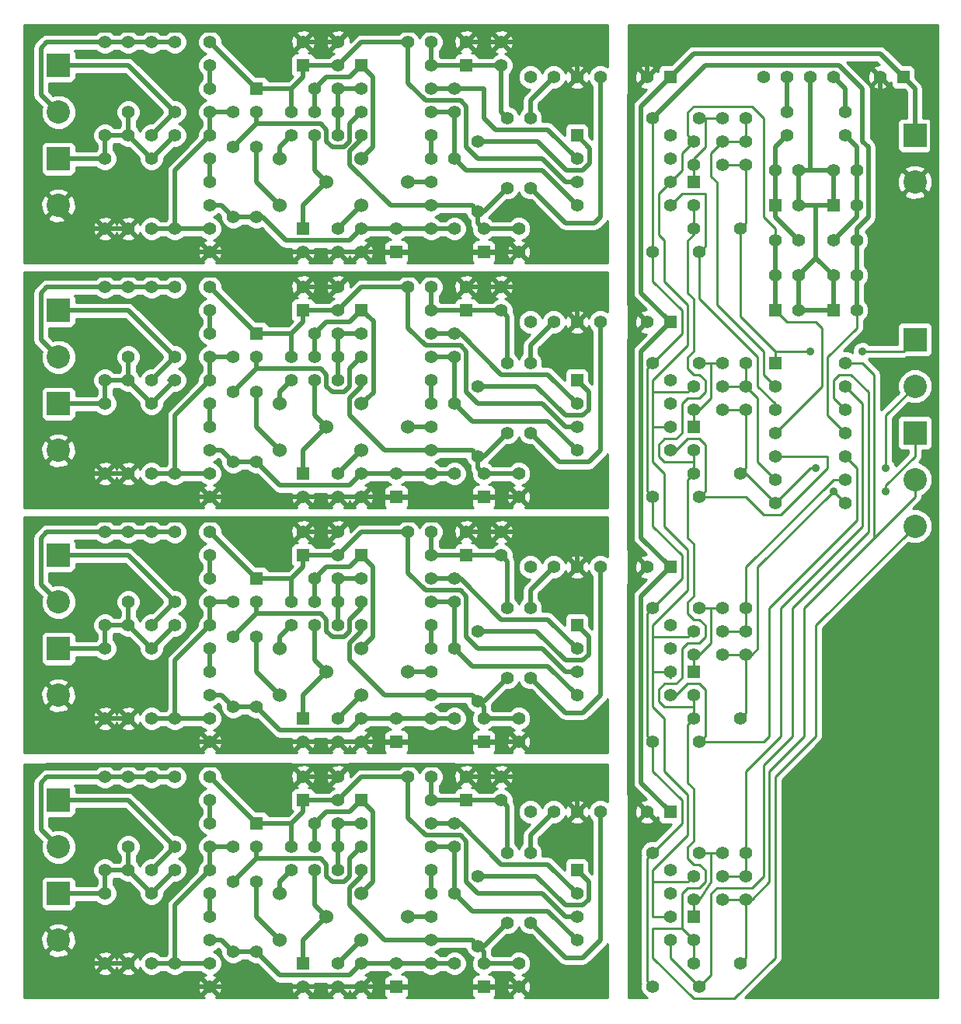
<source format=gtl>
G04 (created by PCBNEW (2013-dec-23)-stable) date Сбт 05 Июл 2014 23:54:22*
%MOIN*%
G04 Gerber Fmt 3.4, Leading zero omitted, Abs format*
%FSLAX34Y34*%
G01*
G70*
G90*
G04 APERTURE LIST*
%ADD10C,0.00590551*%
%ADD11C,0.055*%
%ADD12R,0.055X0.055*%
%ADD13C,0.06*%
%ADD14R,0.1X0.1*%
%ADD15C,0.1*%
%ADD16C,0.035*%
%ADD17C,0.01*%
%ADD18C,0.019685*%
G04 APERTURE END LIST*
G54D10*
G54D11*
X36000Y-21000D03*
X34000Y-21000D03*
X20500Y-20000D03*
X20500Y-21000D03*
G54D12*
X17000Y-45500D03*
G54D11*
X16000Y-46500D03*
X17000Y-46500D03*
G54D12*
X17000Y-14000D03*
G54D11*
X16000Y-15000D03*
X17000Y-15000D03*
G54D12*
X17000Y-35000D03*
G54D11*
X16000Y-36000D03*
X17000Y-36000D03*
G54D12*
X17000Y-24500D03*
G54D11*
X16000Y-25500D03*
X17000Y-25500D03*
G54D13*
X21500Y-17000D03*
X23500Y-18000D03*
X21500Y-19000D03*
X18000Y-48500D03*
X20000Y-49500D03*
X18000Y-50500D03*
X18000Y-17000D03*
X20000Y-18000D03*
X18000Y-19000D03*
X21500Y-48500D03*
X23500Y-49500D03*
X21500Y-50500D03*
X21500Y-27500D03*
X23500Y-28500D03*
X21500Y-29500D03*
X21500Y-38000D03*
X23500Y-39000D03*
X21500Y-40000D03*
X18000Y-27500D03*
X20000Y-28500D03*
X18000Y-29500D03*
X18000Y-38000D03*
X20000Y-39000D03*
X18000Y-40000D03*
G54D11*
X11500Y-12000D03*
X11500Y-15000D03*
X12500Y-48500D03*
X12500Y-51500D03*
X10500Y-48500D03*
X10500Y-51500D03*
X13500Y-15000D03*
X13500Y-12000D03*
X10500Y-17000D03*
X10500Y-20000D03*
X12500Y-38000D03*
X12500Y-41000D03*
X10500Y-38000D03*
X10500Y-41000D03*
X11500Y-33000D03*
X11500Y-36000D03*
X13500Y-36000D03*
X13500Y-33000D03*
X11500Y-43500D03*
X11500Y-46500D03*
X13500Y-46500D03*
X13500Y-43500D03*
X12500Y-17000D03*
X12500Y-20000D03*
X13500Y-25500D03*
X13500Y-22500D03*
X11500Y-22500D03*
X11500Y-25500D03*
X10500Y-27500D03*
X10500Y-30500D03*
X12500Y-27500D03*
X12500Y-30500D03*
X37000Y-25750D03*
X38000Y-25750D03*
X20500Y-26500D03*
X19500Y-26500D03*
X19500Y-25500D03*
X20500Y-25500D03*
X18500Y-25500D03*
X18500Y-26500D03*
X38000Y-27750D03*
X38000Y-26750D03*
X24500Y-38000D03*
X24500Y-39000D03*
X20500Y-30500D03*
X20500Y-31500D03*
X23500Y-22500D03*
X24500Y-22500D03*
X24500Y-30500D03*
X24500Y-29500D03*
X24500Y-27500D03*
X24500Y-28500D03*
X20500Y-47500D03*
X19500Y-47500D03*
X19500Y-46500D03*
X20500Y-46500D03*
X18500Y-46500D03*
X18500Y-47500D03*
X20500Y-51500D03*
X20500Y-52500D03*
X23500Y-43500D03*
X24500Y-43500D03*
X24500Y-51500D03*
X24500Y-50500D03*
X24500Y-48500D03*
X24500Y-49500D03*
X35750Y-47750D03*
X35750Y-48750D03*
X37000Y-46750D03*
X38000Y-46750D03*
X38000Y-48750D03*
X38000Y-47750D03*
X38000Y-38250D03*
X38000Y-37250D03*
X37000Y-36250D03*
X38000Y-36250D03*
X35750Y-37250D03*
X35750Y-38250D03*
X35750Y-26750D03*
X35750Y-27750D03*
X24500Y-41000D03*
X24500Y-40000D03*
X23500Y-33000D03*
X24500Y-33000D03*
X20500Y-41000D03*
X20500Y-42000D03*
X18500Y-36000D03*
X18500Y-37000D03*
X19500Y-36000D03*
X20500Y-36000D03*
X20500Y-37000D03*
X19500Y-37000D03*
X38000Y-17250D03*
X38000Y-16250D03*
X39250Y-20500D03*
X40250Y-20500D03*
X42750Y-20500D03*
X41750Y-20500D03*
X35750Y-16250D03*
X35750Y-17250D03*
X19500Y-15000D03*
X20500Y-15000D03*
X20500Y-16000D03*
X19500Y-16000D03*
X23500Y-12000D03*
X24500Y-12000D03*
X24500Y-20000D03*
X24500Y-19000D03*
X24500Y-17000D03*
X24500Y-18000D03*
X37000Y-15250D03*
X38000Y-15250D03*
G54D12*
X30750Y-47500D03*
G54D11*
X30750Y-48500D03*
X30750Y-49500D03*
X30750Y-50500D03*
X34750Y-50500D03*
X34750Y-49500D03*
X34750Y-48500D03*
X34750Y-47500D03*
G54D12*
X30750Y-37000D03*
G54D11*
X30750Y-38000D03*
X30750Y-39000D03*
X30750Y-40000D03*
X34750Y-40000D03*
X34750Y-39000D03*
X34750Y-38000D03*
X34750Y-37000D03*
G54D12*
X30750Y-16000D03*
G54D11*
X30750Y-17000D03*
X30750Y-18000D03*
X30750Y-19000D03*
X34750Y-19000D03*
X34750Y-18000D03*
X34750Y-17000D03*
X34750Y-16000D03*
G54D12*
X30750Y-26500D03*
G54D11*
X30750Y-27500D03*
X30750Y-28500D03*
X30750Y-29500D03*
X34750Y-29500D03*
X34750Y-28500D03*
X34750Y-27500D03*
X34750Y-26500D03*
G54D12*
X21500Y-44500D03*
G54D11*
X21500Y-45500D03*
X21500Y-46500D03*
X21500Y-47500D03*
X24500Y-47500D03*
X24500Y-46500D03*
X24500Y-45500D03*
X24500Y-44500D03*
G54D12*
X21500Y-13000D03*
G54D11*
X21500Y-14000D03*
X21500Y-15000D03*
X21500Y-16000D03*
X24500Y-16000D03*
X24500Y-15000D03*
X24500Y-14000D03*
X24500Y-13000D03*
G54D12*
X21500Y-34000D03*
G54D11*
X21500Y-35000D03*
X21500Y-36000D03*
X21500Y-37000D03*
X24500Y-37000D03*
X24500Y-36000D03*
X24500Y-35000D03*
X24500Y-34000D03*
G54D12*
X21500Y-23500D03*
G54D11*
X21500Y-24500D03*
X21500Y-25500D03*
X21500Y-26500D03*
X24500Y-26500D03*
X24500Y-25500D03*
X24500Y-24500D03*
X24500Y-23500D03*
G54D12*
X39250Y-25750D03*
G54D11*
X39250Y-26750D03*
X39250Y-27750D03*
X39250Y-28750D03*
X39250Y-29750D03*
X39250Y-30750D03*
X39250Y-31750D03*
X42250Y-31750D03*
X42250Y-30750D03*
X42250Y-29750D03*
X42250Y-28750D03*
X42250Y-27750D03*
X42250Y-26750D03*
X42250Y-25750D03*
X15000Y-48500D03*
X15000Y-47500D03*
X15000Y-44500D03*
X15000Y-43500D03*
X15000Y-46500D03*
X15000Y-45500D03*
X21500Y-51500D03*
X21500Y-52500D03*
X20500Y-43500D03*
X20500Y-44500D03*
X15000Y-19000D03*
X15000Y-18000D03*
X15000Y-17000D03*
X15000Y-16000D03*
X20500Y-33000D03*
X20500Y-34000D03*
X21500Y-41000D03*
X21500Y-42000D03*
X15000Y-13000D03*
X15000Y-12000D03*
X21500Y-20000D03*
X21500Y-21000D03*
X20500Y-12000D03*
X20500Y-13000D03*
X15000Y-15000D03*
X15000Y-14000D03*
X15000Y-50500D03*
X15000Y-49500D03*
X15000Y-29500D03*
X15000Y-28500D03*
X40250Y-22000D03*
X39250Y-22000D03*
X21500Y-30500D03*
X21500Y-31500D03*
X20500Y-22500D03*
X20500Y-23500D03*
X15000Y-25500D03*
X15000Y-24500D03*
X15000Y-23500D03*
X15000Y-22500D03*
X15000Y-27500D03*
X15000Y-26500D03*
X15000Y-36000D03*
X15000Y-35000D03*
X15000Y-34000D03*
X15000Y-33000D03*
X15000Y-38000D03*
X15000Y-37000D03*
X15000Y-40000D03*
X15000Y-39000D03*
X42750Y-22000D03*
X41750Y-22000D03*
X11500Y-16000D03*
X11500Y-20000D03*
X12500Y-37000D03*
X12500Y-33000D03*
X10500Y-12000D03*
X10500Y-16000D03*
X12500Y-16000D03*
X12500Y-12000D03*
X12500Y-47500D03*
X12500Y-43500D03*
X10500Y-43500D03*
X10500Y-47500D03*
X13500Y-47500D03*
X13500Y-51500D03*
X11500Y-47500D03*
X11500Y-51500D03*
X13500Y-26500D03*
X13500Y-30500D03*
X12500Y-26500D03*
X12500Y-22500D03*
X13500Y-16000D03*
X13500Y-20000D03*
X11500Y-26500D03*
X11500Y-30500D03*
X10500Y-33000D03*
X10500Y-37000D03*
X11500Y-37000D03*
X11500Y-41000D03*
X13500Y-37000D03*
X13500Y-41000D03*
X10500Y-22500D03*
X10500Y-26500D03*
G54D12*
X19000Y-51500D03*
G54D11*
X19000Y-52500D03*
G54D12*
X26750Y-52500D03*
G54D11*
X26750Y-51500D03*
G54D12*
X39250Y-19000D03*
G54D11*
X40250Y-19000D03*
G54D12*
X26000Y-44500D03*
G54D11*
X26000Y-43500D03*
G54D12*
X41750Y-23500D03*
G54D11*
X42750Y-23500D03*
G54D12*
X19000Y-44500D03*
G54D11*
X19000Y-43500D03*
G54D12*
X23000Y-52500D03*
G54D11*
X23000Y-51500D03*
G54D12*
X39250Y-23500D03*
G54D11*
X40250Y-23500D03*
G54D12*
X41750Y-19000D03*
G54D11*
X42750Y-19000D03*
G54D12*
X35750Y-49500D03*
G54D11*
X35750Y-50500D03*
G54D12*
X26750Y-42000D03*
G54D11*
X26750Y-41000D03*
G54D12*
X26000Y-23500D03*
G54D11*
X26000Y-22500D03*
G54D12*
X35750Y-28500D03*
G54D11*
X35750Y-29500D03*
G54D12*
X19000Y-41000D03*
G54D11*
X19000Y-42000D03*
G54D12*
X26750Y-21000D03*
G54D11*
X26750Y-20000D03*
G54D12*
X26000Y-13000D03*
G54D11*
X26000Y-12000D03*
G54D12*
X23000Y-21000D03*
G54D11*
X23000Y-20000D03*
G54D12*
X19000Y-34000D03*
G54D11*
X19000Y-33000D03*
G54D12*
X35750Y-18000D03*
G54D11*
X35750Y-19000D03*
G54D12*
X26750Y-31500D03*
G54D11*
X26750Y-30500D03*
G54D12*
X23000Y-42000D03*
G54D11*
X23000Y-41000D03*
G54D12*
X26000Y-34000D03*
G54D11*
X26000Y-33000D03*
G54D12*
X19000Y-13000D03*
G54D11*
X19000Y-12000D03*
G54D12*
X23000Y-31500D03*
G54D11*
X23000Y-30500D03*
G54D12*
X19000Y-23500D03*
G54D11*
X19000Y-22500D03*
G54D12*
X19000Y-20000D03*
G54D11*
X19000Y-21000D03*
G54D12*
X35750Y-39000D03*
G54D11*
X35750Y-40000D03*
G54D12*
X19000Y-30500D03*
G54D11*
X19000Y-31500D03*
X15000Y-20000D03*
X15000Y-21000D03*
X25500Y-46500D03*
X25500Y-45500D03*
X20500Y-24500D03*
X19500Y-24500D03*
X37000Y-16250D03*
X37000Y-17250D03*
X37000Y-47750D03*
X37000Y-48750D03*
X25500Y-25500D03*
X25500Y-24500D03*
X37000Y-26750D03*
X37000Y-27750D03*
X15000Y-30500D03*
X15000Y-31500D03*
X25500Y-15000D03*
X25500Y-14000D03*
X15000Y-41000D03*
X15000Y-42000D03*
X20500Y-35000D03*
X19500Y-35000D03*
X20500Y-45500D03*
X19500Y-45500D03*
X15000Y-51500D03*
X15000Y-52500D03*
X25500Y-36000D03*
X25500Y-35000D03*
X20500Y-14000D03*
X19500Y-14000D03*
X37000Y-37250D03*
X37000Y-38250D03*
G54D14*
X45250Y-28750D03*
G54D15*
X45250Y-30750D03*
X45250Y-32750D03*
G54D14*
X8500Y-13000D03*
G54D15*
X8500Y-15000D03*
G54D14*
X8500Y-48500D03*
G54D15*
X8500Y-50500D03*
G54D14*
X8500Y-44500D03*
G54D15*
X8500Y-46500D03*
G54D14*
X8500Y-38000D03*
G54D15*
X8500Y-40000D03*
G54D14*
X8500Y-34000D03*
G54D15*
X8500Y-36000D03*
G54D14*
X8500Y-17000D03*
G54D15*
X8500Y-19000D03*
G54D14*
X8500Y-23500D03*
G54D15*
X8500Y-25500D03*
G54D14*
X45250Y-24750D03*
G54D15*
X45250Y-26750D03*
G54D14*
X45250Y-16000D03*
G54D15*
X45250Y-18000D03*
G54D14*
X8500Y-27500D03*
G54D15*
X8500Y-29500D03*
G54D11*
X16000Y-16500D03*
X16000Y-19500D03*
X17000Y-16500D03*
X17000Y-19500D03*
X25500Y-17000D03*
X25500Y-20000D03*
X18500Y-15000D03*
X18500Y-16000D03*
X28250Y-21000D03*
X28250Y-20000D03*
X27500Y-13000D03*
X27500Y-12000D03*
G54D12*
X34750Y-24000D03*
G54D11*
X33750Y-24000D03*
X31750Y-24000D03*
X30750Y-24000D03*
X29750Y-24000D03*
X28750Y-24000D03*
G54D12*
X34750Y-34500D03*
G54D11*
X33750Y-34500D03*
X31750Y-34500D03*
X30750Y-34500D03*
X29750Y-34500D03*
X28750Y-34500D03*
G54D12*
X44750Y-13500D03*
G54D11*
X43750Y-13500D03*
X41750Y-13500D03*
X40750Y-13500D03*
X39750Y-13500D03*
X38750Y-13500D03*
G54D12*
X34750Y-13500D03*
G54D11*
X33750Y-13500D03*
X31750Y-13500D03*
X30750Y-13500D03*
X29750Y-13500D03*
X28750Y-13500D03*
G54D12*
X34750Y-45000D03*
G54D11*
X33750Y-45000D03*
X31750Y-45000D03*
X30750Y-45000D03*
X29750Y-45000D03*
X28750Y-45000D03*
X39750Y-16000D03*
X39750Y-15000D03*
X27750Y-15250D03*
X28750Y-15250D03*
X28750Y-18250D03*
X27750Y-18250D03*
X28750Y-39250D03*
X27750Y-39250D03*
X42250Y-15000D03*
X42250Y-16000D03*
X28750Y-49750D03*
X27750Y-49750D03*
X27750Y-46750D03*
X28750Y-46750D03*
X27750Y-25750D03*
X28750Y-25750D03*
X28750Y-28750D03*
X27750Y-28750D03*
X27750Y-36250D03*
X28750Y-36250D03*
X39250Y-17500D03*
X40250Y-17500D03*
X41750Y-17500D03*
X42750Y-17500D03*
X26500Y-16250D03*
X26500Y-19250D03*
X16000Y-27000D03*
X16000Y-30000D03*
X17000Y-27000D03*
X17000Y-30000D03*
X25500Y-27500D03*
X25500Y-30500D03*
X26500Y-26750D03*
X26500Y-29750D03*
X28250Y-31500D03*
X28250Y-30500D03*
X27500Y-23500D03*
X27500Y-22500D03*
X16000Y-37500D03*
X16000Y-40500D03*
X17000Y-37500D03*
X17000Y-40500D03*
X27500Y-34000D03*
X27500Y-33000D03*
X25500Y-38000D03*
X25500Y-41000D03*
X26500Y-37250D03*
X26500Y-40250D03*
X28250Y-42000D03*
X28250Y-41000D03*
X35750Y-20000D03*
X37750Y-20000D03*
X36000Y-15250D03*
X34000Y-15250D03*
X36000Y-25750D03*
X34000Y-25750D03*
X35750Y-30500D03*
X37750Y-30500D03*
X36000Y-31500D03*
X34000Y-31500D03*
X36000Y-36250D03*
X34000Y-36250D03*
X35750Y-41000D03*
X37750Y-41000D03*
X36000Y-42000D03*
X34000Y-42000D03*
X16000Y-48000D03*
X16000Y-51000D03*
X17000Y-48000D03*
X17000Y-51000D03*
X25500Y-48500D03*
X25500Y-51500D03*
X26500Y-47750D03*
X26500Y-50750D03*
X28250Y-52500D03*
X28250Y-51500D03*
X27500Y-44500D03*
X27500Y-43500D03*
X36000Y-46750D03*
X34000Y-46750D03*
X35750Y-51500D03*
X37750Y-51500D03*
X36000Y-52500D03*
X34000Y-52500D03*
G54D16*
X43000Y-25250D03*
X40750Y-25250D03*
X41000Y-30250D03*
X44000Y-30250D03*
X41750Y-31250D03*
X44000Y-31250D03*
G54D17*
X39250Y-23500D02*
X39750Y-24000D01*
X41250Y-26750D02*
X39250Y-28750D01*
X41250Y-24250D02*
X41250Y-26750D01*
X41000Y-24000D02*
X41250Y-24250D01*
X40500Y-24000D02*
X41000Y-24000D01*
X39750Y-24000D02*
X40500Y-24000D01*
X34000Y-48000D02*
X35500Y-48000D01*
X35500Y-48000D02*
X35750Y-47750D01*
X35500Y-45500D02*
X35500Y-46000D01*
X34500Y-43250D02*
X35500Y-44250D01*
X35500Y-44250D02*
X35500Y-45500D01*
X34000Y-39000D02*
X34000Y-40500D01*
X34000Y-40500D02*
X34500Y-41000D01*
X34500Y-41000D02*
X34500Y-42500D01*
X34500Y-42500D02*
X34500Y-43250D01*
X34000Y-49500D02*
X34750Y-49500D01*
X34000Y-47500D02*
X34000Y-48000D01*
X34000Y-48000D02*
X34000Y-49500D01*
X35500Y-46000D02*
X34000Y-47500D01*
X34000Y-37500D02*
X35500Y-37500D01*
X35500Y-37500D02*
X35750Y-37250D01*
X35500Y-35250D02*
X35500Y-35500D01*
X34500Y-32750D02*
X34500Y-30500D01*
X35500Y-35250D02*
X35500Y-33750D01*
X35500Y-33750D02*
X34500Y-32750D01*
X34000Y-28500D02*
X34000Y-30000D01*
X34250Y-30250D02*
X34000Y-30000D01*
X34500Y-30500D02*
X34250Y-30250D01*
X34000Y-39000D02*
X34750Y-39000D01*
X34000Y-37000D02*
X34000Y-37500D01*
X34000Y-37500D02*
X34000Y-39000D01*
X35500Y-35500D02*
X34000Y-37000D01*
X34000Y-27000D02*
X35500Y-27000D01*
X35500Y-27000D02*
X35750Y-26750D01*
X35500Y-23250D02*
X35500Y-25000D01*
X34250Y-18500D02*
X34250Y-20250D01*
X34250Y-20250D02*
X34500Y-20500D01*
X34500Y-20500D02*
X34500Y-22250D01*
X34500Y-22250D02*
X35500Y-23250D01*
X34750Y-18000D02*
X34250Y-18500D01*
X34000Y-28500D02*
X34750Y-28500D01*
X34000Y-26500D02*
X34000Y-27000D01*
X34000Y-27000D02*
X34000Y-28500D01*
X35500Y-25000D02*
X34000Y-26500D01*
X34750Y-18000D02*
X35250Y-17500D01*
X35250Y-16750D02*
X35750Y-16250D01*
X35250Y-17500D02*
X35250Y-16750D01*
X39250Y-20500D02*
X39250Y-20000D01*
X39250Y-20000D02*
X38750Y-19500D01*
X38750Y-19500D02*
X38750Y-15250D01*
X38750Y-15250D02*
X38250Y-14750D01*
X38250Y-14750D02*
X35750Y-14750D01*
X35750Y-14750D02*
X35500Y-15000D01*
X35500Y-15000D02*
X35500Y-16000D01*
X35500Y-16000D02*
X35750Y-16250D01*
X34000Y-28500D02*
X34750Y-28500D01*
X34750Y-39000D02*
X34750Y-39250D01*
G54D18*
X39250Y-22000D02*
X39250Y-23500D01*
X39250Y-20500D02*
X39250Y-22000D01*
G54D17*
X42750Y-23500D02*
X42750Y-24250D01*
X41500Y-28000D02*
X42250Y-28750D01*
X41500Y-25500D02*
X41500Y-28000D01*
X42750Y-24250D02*
X41500Y-25500D01*
X34000Y-46750D02*
X33750Y-47000D01*
X33750Y-52250D02*
X34000Y-52500D01*
X33750Y-47000D02*
X33750Y-52250D01*
X34000Y-42000D02*
X34000Y-43250D01*
X35250Y-45500D02*
X34000Y-46750D01*
X35250Y-44500D02*
X35250Y-45500D01*
X34000Y-43250D02*
X35250Y-44500D01*
X34000Y-36250D02*
X33750Y-36500D01*
X33750Y-41750D02*
X34000Y-42000D01*
X33750Y-36500D02*
X33750Y-41750D01*
X34000Y-25750D02*
X34000Y-25750D01*
X33748Y-31248D02*
X34000Y-31500D01*
X33750Y-26000D02*
X33748Y-31248D01*
X34000Y-25750D02*
X33750Y-26000D01*
X34000Y-21000D02*
X34000Y-22250D01*
X35250Y-24500D02*
X34000Y-25750D01*
X35250Y-23500D02*
X35250Y-24500D01*
X34000Y-22250D02*
X35250Y-23500D01*
X34000Y-15250D02*
X34000Y-21000D01*
G54D18*
X36750Y-13000D02*
X36250Y-13000D01*
X42750Y-20000D02*
X43250Y-19500D01*
X43250Y-19500D02*
X43250Y-18000D01*
X43250Y-18000D02*
X43250Y-16500D01*
X43250Y-16500D02*
X43000Y-16250D01*
X43000Y-16250D02*
X43000Y-14000D01*
X43000Y-14000D02*
X42000Y-13000D01*
X42000Y-13000D02*
X36750Y-13000D01*
X42750Y-20500D02*
X42750Y-20000D01*
X36250Y-13000D02*
X34000Y-15250D01*
G54D17*
X34000Y-32750D02*
X35250Y-34000D01*
X35250Y-34000D02*
X35250Y-35000D01*
X35250Y-35000D02*
X34000Y-36250D01*
X34000Y-32750D02*
X34000Y-31500D01*
G54D18*
X42750Y-22000D02*
X42750Y-23500D01*
X42750Y-20500D02*
X42750Y-22000D01*
G54D17*
X39250Y-25250D02*
X40750Y-25250D01*
X44750Y-25250D02*
X45250Y-24750D01*
X43000Y-25250D02*
X44750Y-25250D01*
X37750Y-23250D02*
X37750Y-23750D01*
X37750Y-20000D02*
X37750Y-23250D01*
X39250Y-25250D02*
X39250Y-25750D01*
X37750Y-23750D02*
X39250Y-25250D01*
X37000Y-17250D02*
X38000Y-17250D01*
X38000Y-17250D02*
X38000Y-19750D01*
X38000Y-19750D02*
X37750Y-20000D01*
X41000Y-30250D02*
X40750Y-30250D01*
X44000Y-30250D02*
X44000Y-28000D01*
X45250Y-26750D02*
X44000Y-28000D01*
X40750Y-30250D02*
X39250Y-31750D01*
X37750Y-30500D02*
X38000Y-30500D01*
X38000Y-30500D02*
X39250Y-31750D01*
X38000Y-27750D02*
X38000Y-30250D01*
X38000Y-30250D02*
X37750Y-30500D01*
X37000Y-27750D02*
X38000Y-27750D01*
X44000Y-31250D02*
X44000Y-31000D01*
X45250Y-29750D02*
X45250Y-28750D01*
X44000Y-31000D02*
X45250Y-29750D01*
X41750Y-31250D02*
X38500Y-34500D01*
X38500Y-38000D02*
X38500Y-34500D01*
X38250Y-38250D02*
X38500Y-38000D01*
X38250Y-38250D02*
X38000Y-38250D01*
X41750Y-31250D02*
X42250Y-31750D01*
X45250Y-29000D02*
X45250Y-28750D01*
X38000Y-38250D02*
X38000Y-40750D01*
X38000Y-40750D02*
X37750Y-41000D01*
X37000Y-38250D02*
X38000Y-38250D01*
X43500Y-33250D02*
X43500Y-32500D01*
X43500Y-26250D02*
X43500Y-32500D01*
X43000Y-25750D02*
X43500Y-26250D01*
X43000Y-25750D02*
X42250Y-25750D01*
X40500Y-36500D02*
X40500Y-36250D01*
X39000Y-48000D02*
X39000Y-43250D01*
X39000Y-43250D02*
X40500Y-41750D01*
X40500Y-41750D02*
X40500Y-36500D01*
X38250Y-48750D02*
X39000Y-48000D01*
X38000Y-48750D02*
X38250Y-48750D01*
X45250Y-31500D02*
X45250Y-30750D01*
X40500Y-36250D02*
X43500Y-33250D01*
X43500Y-33250D02*
X45250Y-31500D01*
X38000Y-48750D02*
X38000Y-51250D01*
X38000Y-51250D02*
X37750Y-51500D01*
X37000Y-48750D02*
X38000Y-48750D01*
X39250Y-50000D02*
X39250Y-43500D01*
X35250Y-50000D02*
X34000Y-50000D01*
X37500Y-53000D02*
X39250Y-51250D01*
X35750Y-53000D02*
X37500Y-53000D01*
X34000Y-51250D02*
X35750Y-53000D01*
X34000Y-50000D02*
X34000Y-51250D01*
X39250Y-51250D02*
X39250Y-50000D01*
X41000Y-37000D02*
X45250Y-32750D01*
X41000Y-41750D02*
X41000Y-37000D01*
X39250Y-43500D02*
X41000Y-41750D01*
X35750Y-48250D02*
X35500Y-48250D01*
X35500Y-41250D02*
X35500Y-43750D01*
X35500Y-43750D02*
X35750Y-44000D01*
X35750Y-44000D02*
X35750Y-46000D01*
X35750Y-46000D02*
X35750Y-46250D01*
X35750Y-46250D02*
X35500Y-46500D01*
X35500Y-46500D02*
X35500Y-47000D01*
X35500Y-47000D02*
X35750Y-47250D01*
X35750Y-47250D02*
X36000Y-47250D01*
X36000Y-47250D02*
X36250Y-47500D01*
X36250Y-47500D02*
X36250Y-47750D01*
X36250Y-47750D02*
X36250Y-48000D01*
X36250Y-48000D02*
X36000Y-48250D01*
X36000Y-48250D02*
X35750Y-48250D01*
X35750Y-41000D02*
X35500Y-41250D01*
X35250Y-50000D02*
X35750Y-50500D01*
X35250Y-48500D02*
X35250Y-50000D01*
X35500Y-48250D02*
X35250Y-48500D01*
X35750Y-51500D02*
X35750Y-50500D01*
X34250Y-40000D02*
X34250Y-40250D01*
X35750Y-35750D02*
X35500Y-36000D01*
X35500Y-36000D02*
X35500Y-36500D01*
X35500Y-36500D02*
X35750Y-36750D01*
X35750Y-36750D02*
X36000Y-36750D01*
X36000Y-36750D02*
X36250Y-37000D01*
X36250Y-37000D02*
X36250Y-37500D01*
X36250Y-37500D02*
X36000Y-37750D01*
X36000Y-37750D02*
X35500Y-37750D01*
X35500Y-37750D02*
X35250Y-38000D01*
X35250Y-38000D02*
X35250Y-39250D01*
X35250Y-39250D02*
X35000Y-39500D01*
X35000Y-39500D02*
X34500Y-39500D01*
X34500Y-39500D02*
X34250Y-39750D01*
X34250Y-39750D02*
X34250Y-40000D01*
X35750Y-30500D02*
X35500Y-30750D01*
X35750Y-33500D02*
X35750Y-35250D01*
X35500Y-33250D02*
X35750Y-33500D01*
X35500Y-30750D02*
X35500Y-33250D01*
X35750Y-35250D02*
X35750Y-35750D01*
X34500Y-40500D02*
X35750Y-40500D01*
X34250Y-40250D02*
X34500Y-40500D01*
X35750Y-41000D02*
X35750Y-40500D01*
X35750Y-40500D02*
X35750Y-40000D01*
X34750Y-29000D02*
X34500Y-29000D01*
X35750Y-25250D02*
X35500Y-25500D01*
X35500Y-25500D02*
X35500Y-26000D01*
X35500Y-26000D02*
X35750Y-26250D01*
X35750Y-26250D02*
X36000Y-26250D01*
X36000Y-26250D02*
X36250Y-26500D01*
X36250Y-26500D02*
X36250Y-27000D01*
X36250Y-27000D02*
X36000Y-27250D01*
X36000Y-27250D02*
X35500Y-27250D01*
X35500Y-27250D02*
X35250Y-27500D01*
X35250Y-27500D02*
X35250Y-28750D01*
X35250Y-28750D02*
X35000Y-29000D01*
X35000Y-29000D02*
X34750Y-29000D01*
X35750Y-25000D02*
X35750Y-23000D01*
X35750Y-20250D02*
X35500Y-20500D01*
X35500Y-20500D02*
X35500Y-22750D01*
X35500Y-22750D02*
X35750Y-23000D01*
X35750Y-20000D02*
X35750Y-20250D01*
X35750Y-25000D02*
X35750Y-25250D01*
X34500Y-30000D02*
X35750Y-30000D01*
X34250Y-29750D02*
X34500Y-30000D01*
X34250Y-29250D02*
X34250Y-29750D01*
X34500Y-29000D02*
X34250Y-29250D01*
X35750Y-29500D02*
X35750Y-30000D01*
X35750Y-30000D02*
X35750Y-30500D01*
X35750Y-20000D02*
X35750Y-19000D01*
G54D18*
X40250Y-23500D02*
X41750Y-23500D01*
X41750Y-23500D02*
X41750Y-22000D01*
X40250Y-23500D02*
X40250Y-22000D01*
X41000Y-21250D02*
X41750Y-22000D01*
X41000Y-19000D02*
X41000Y-21250D01*
X41000Y-21250D02*
X40250Y-22000D01*
X40750Y-13500D02*
X40750Y-17500D01*
X41750Y-17500D02*
X41750Y-19000D01*
X40250Y-19000D02*
X41000Y-19000D01*
X41000Y-19000D02*
X41750Y-19000D01*
X40250Y-17500D02*
X40250Y-19000D01*
X40250Y-17500D02*
X40750Y-17500D01*
X40750Y-17500D02*
X41750Y-17500D01*
X46000Y-12000D02*
X46000Y-17250D01*
X33000Y-43000D02*
X33000Y-44250D01*
X33750Y-34500D02*
X33000Y-35250D01*
X33000Y-35250D02*
X33000Y-43000D01*
X33000Y-44250D02*
X33750Y-45000D01*
X33000Y-32500D02*
X33000Y-33750D01*
X33000Y-24750D02*
X33000Y-32500D01*
X33750Y-24000D02*
X33000Y-24750D01*
X33000Y-33750D02*
X33750Y-34500D01*
X33750Y-34500D02*
X33750Y-34500D01*
X33750Y-13500D02*
X33750Y-13500D01*
X33000Y-23250D02*
X33750Y-24000D01*
X33000Y-14250D02*
X33000Y-23250D01*
X33750Y-13500D02*
X33000Y-14250D01*
X33750Y-13500D02*
X33750Y-12000D01*
X33750Y-12000D02*
X46000Y-12000D01*
X46000Y-17250D02*
X45250Y-18000D01*
X43750Y-13500D02*
X43750Y-16500D01*
X43750Y-16500D02*
X45250Y-18000D01*
X42250Y-15000D02*
X42250Y-14000D01*
X42250Y-14000D02*
X41750Y-13500D01*
X11500Y-37000D02*
X12500Y-38000D01*
X12500Y-38000D02*
X13500Y-37000D01*
X8500Y-38000D02*
X10500Y-38000D01*
X10500Y-38000D02*
X10500Y-37000D01*
X10500Y-37000D02*
X11500Y-37000D01*
X11500Y-37000D02*
X11500Y-36000D01*
X11500Y-33000D02*
X10500Y-33000D01*
X8500Y-36000D02*
X7750Y-35250D01*
X8000Y-33000D02*
X11500Y-33000D01*
X7750Y-33250D02*
X8000Y-33000D01*
X7750Y-33500D02*
X7750Y-33250D01*
X7750Y-35250D02*
X7750Y-33500D01*
X11500Y-33000D02*
X12500Y-33000D01*
X12500Y-33000D02*
X13500Y-33000D01*
X24500Y-40000D02*
X26250Y-40000D01*
X26250Y-40000D02*
X26500Y-40250D01*
X26500Y-40250D02*
X26750Y-40250D01*
X26750Y-40250D02*
X27750Y-39250D01*
X21500Y-37000D02*
X21500Y-37250D01*
X26750Y-40500D02*
X26750Y-41000D01*
X26250Y-40000D02*
X26750Y-40500D01*
X22500Y-40000D02*
X26250Y-40000D01*
X21000Y-38500D02*
X22500Y-40000D01*
X21000Y-37750D02*
X21000Y-38500D01*
X21500Y-37250D02*
X21000Y-37750D01*
X26750Y-41000D02*
X28250Y-41000D01*
X24500Y-33000D02*
X24500Y-34000D01*
X24500Y-34000D02*
X26000Y-34000D01*
X26000Y-34000D02*
X27500Y-34000D01*
X27500Y-34000D02*
X27750Y-34250D01*
X27750Y-34250D02*
X27750Y-36250D01*
X30750Y-40000D02*
X29500Y-38750D01*
X26250Y-38750D02*
X25500Y-38000D01*
X29500Y-38750D02*
X26250Y-38750D01*
X24500Y-36000D02*
X25500Y-36000D01*
X25500Y-36000D02*
X25500Y-38000D01*
X28750Y-49750D02*
X30250Y-51250D01*
X31750Y-50500D02*
X31750Y-45000D01*
X31000Y-51250D02*
X31750Y-50500D01*
X30250Y-51250D02*
X31000Y-51250D01*
X20500Y-47500D02*
X20500Y-46500D01*
X20500Y-46500D02*
X20500Y-45500D01*
X20500Y-45500D02*
X21500Y-45500D01*
X17000Y-47000D02*
X19750Y-47000D01*
X21000Y-47000D02*
X21500Y-46500D01*
X21000Y-47750D02*
X21000Y-47000D01*
X20750Y-48000D02*
X21000Y-47750D01*
X20250Y-48000D02*
X20750Y-48000D01*
X20000Y-47750D02*
X20250Y-48000D01*
X20000Y-47250D02*
X20000Y-47750D01*
X19750Y-47000D02*
X20000Y-47250D01*
X17000Y-46500D02*
X17000Y-47000D01*
X17000Y-47000D02*
X16000Y-48000D01*
X25500Y-45500D02*
X25750Y-45500D01*
X29500Y-47250D02*
X30750Y-48500D01*
X27500Y-47250D02*
X29500Y-47250D01*
X25750Y-45500D02*
X27500Y-47250D01*
X24500Y-45500D02*
X25500Y-45500D01*
X24500Y-49500D02*
X23500Y-49500D01*
X39750Y-15000D02*
X39750Y-13500D01*
X24500Y-47500D02*
X24500Y-48500D01*
X20500Y-51500D02*
X21500Y-50500D01*
X19500Y-47500D02*
X19500Y-49000D01*
X19500Y-49000D02*
X20000Y-49500D01*
X19000Y-51500D02*
X19000Y-50500D01*
X19000Y-50500D02*
X20000Y-49500D01*
X17000Y-48000D02*
X17000Y-49500D01*
X17000Y-49500D02*
X18000Y-50500D01*
X18000Y-48500D02*
X18000Y-48000D01*
X18000Y-48000D02*
X18500Y-47500D01*
X15000Y-49500D02*
X15000Y-48500D01*
X27500Y-43500D02*
X26000Y-43500D01*
X26750Y-52500D02*
X28250Y-52500D01*
X23000Y-52500D02*
X26750Y-52500D01*
X21500Y-52500D02*
X23000Y-52500D01*
X20500Y-52500D02*
X21500Y-52500D01*
X19000Y-52500D02*
X20500Y-52500D01*
X15000Y-52500D02*
X19000Y-52500D01*
X10500Y-51500D02*
X11500Y-51500D01*
X11500Y-51500D02*
X12500Y-52500D01*
X12500Y-52500D02*
X15000Y-52500D01*
X8500Y-50500D02*
X7250Y-49250D01*
X18500Y-43000D02*
X19000Y-43500D01*
X8000Y-43000D02*
X18500Y-43000D01*
X7250Y-43750D02*
X8000Y-43000D01*
X7250Y-49250D02*
X7250Y-43750D01*
X19000Y-43500D02*
X20500Y-43500D01*
X25500Y-43000D02*
X26000Y-43500D01*
X21000Y-43000D02*
X25500Y-43000D01*
X20500Y-43500D02*
X21000Y-43000D01*
X26000Y-43500D02*
X30750Y-43500D01*
X30750Y-43500D02*
X30750Y-45000D01*
X10500Y-51500D02*
X9500Y-51500D01*
X9500Y-51500D02*
X8500Y-50500D01*
G54D17*
X43000Y-27750D02*
X43000Y-27500D01*
X38000Y-43250D02*
X39500Y-41750D01*
X39500Y-41750D02*
X39500Y-36250D01*
X39500Y-36250D02*
X43000Y-32750D01*
X43000Y-32750D02*
X43000Y-27750D01*
X38000Y-46750D02*
X38000Y-43250D01*
X43000Y-27500D02*
X42250Y-26750D01*
X37000Y-47750D02*
X38000Y-47750D01*
X38000Y-47750D02*
X38000Y-46750D01*
X35750Y-48750D02*
X36000Y-48750D01*
X36500Y-48000D02*
X36500Y-46750D01*
X36000Y-48750D02*
X36500Y-48000D01*
X35750Y-49500D02*
X35750Y-48750D01*
X37000Y-46750D02*
X36500Y-46750D01*
X36500Y-46750D02*
X36000Y-46750D01*
X43250Y-27750D02*
X43250Y-27000D01*
X36500Y-52000D02*
X36500Y-48750D01*
X36500Y-48750D02*
X36500Y-48500D01*
X36500Y-48500D02*
X36750Y-48250D01*
X36750Y-48250D02*
X38250Y-48250D01*
X38250Y-48250D02*
X38750Y-47750D01*
X38750Y-47750D02*
X38750Y-43000D01*
X38750Y-43000D02*
X40000Y-41750D01*
X40000Y-41750D02*
X40000Y-36250D01*
X40000Y-36250D02*
X43250Y-33000D01*
X43250Y-33000D02*
X43250Y-27750D01*
X36000Y-52500D02*
X36500Y-52000D01*
X41750Y-27250D02*
X42250Y-27750D01*
X41750Y-26500D02*
X41750Y-27250D01*
X42000Y-26250D02*
X41750Y-26500D01*
X42500Y-26250D02*
X42000Y-26250D01*
X43250Y-27000D02*
X42500Y-26250D01*
X34750Y-50500D02*
X34750Y-51250D01*
X34750Y-51250D02*
X36000Y-52500D01*
G54D18*
X42750Y-19000D02*
X42750Y-19500D01*
X42750Y-19500D02*
X41750Y-20500D01*
X42750Y-17500D02*
X42750Y-19000D01*
X42250Y-16000D02*
X42750Y-16500D01*
X42750Y-16500D02*
X42750Y-17500D01*
X26500Y-47750D02*
X29000Y-47750D01*
X31250Y-48000D02*
X30750Y-47500D01*
X31250Y-48750D02*
X31250Y-48000D01*
X31000Y-49000D02*
X31250Y-48750D01*
X30250Y-49000D02*
X31000Y-49000D01*
X29000Y-47750D02*
X30250Y-49000D01*
X30750Y-49500D02*
X30250Y-49500D01*
X23500Y-45250D02*
X23500Y-43500D01*
X24250Y-46000D02*
X23500Y-45250D01*
X25750Y-46000D02*
X24250Y-46000D01*
X26000Y-46250D02*
X25750Y-46000D01*
X26000Y-48000D02*
X26000Y-46250D01*
X26500Y-48500D02*
X26000Y-48000D01*
X29250Y-48500D02*
X26500Y-48500D01*
X30250Y-49500D02*
X29250Y-48500D01*
X23500Y-43500D02*
X21500Y-43500D01*
X21500Y-43500D02*
X20500Y-44500D01*
X19000Y-44500D02*
X20500Y-44500D01*
X18500Y-46500D02*
X18500Y-45500D01*
X15000Y-43500D02*
X17000Y-45500D01*
X17000Y-45500D02*
X18500Y-45500D01*
X18500Y-45500D02*
X19000Y-45000D01*
X19000Y-45000D02*
X19000Y-44500D01*
X21500Y-44500D02*
X22000Y-45000D01*
X22000Y-48000D02*
X21500Y-48500D01*
X22000Y-45000D02*
X22000Y-48000D01*
X19500Y-46500D02*
X19500Y-45500D01*
X19500Y-45500D02*
X20000Y-45000D01*
X20000Y-45000D02*
X21000Y-45000D01*
X21000Y-45000D02*
X21500Y-44500D01*
X28750Y-46750D02*
X28750Y-46000D01*
X28750Y-46000D02*
X29750Y-45000D01*
X24500Y-51500D02*
X23000Y-51500D01*
X15000Y-50500D02*
X15500Y-50500D01*
X15500Y-50500D02*
X16000Y-51000D01*
X16000Y-51000D02*
X17000Y-51000D01*
X17000Y-51000D02*
X18000Y-52000D01*
X18000Y-52000D02*
X21000Y-52000D01*
X21000Y-52000D02*
X21500Y-51500D01*
X21500Y-51500D02*
X24500Y-51500D01*
X24500Y-51500D02*
X25500Y-51500D01*
X15000Y-45500D02*
X15000Y-44500D01*
X12500Y-51500D02*
X13500Y-51500D01*
X13500Y-51500D02*
X13500Y-49000D01*
X13500Y-49000D02*
X15000Y-47500D01*
X15000Y-47500D02*
X15000Y-46500D01*
X15000Y-46500D02*
X16000Y-46500D01*
X12500Y-51500D02*
X15000Y-51500D01*
X13500Y-46500D02*
X12500Y-47500D01*
X8500Y-44500D02*
X11500Y-44500D01*
X11500Y-44500D02*
X13500Y-46500D01*
X39250Y-19000D02*
X39250Y-19500D01*
X39250Y-19500D02*
X40250Y-20500D01*
X39250Y-17500D02*
X39250Y-19000D01*
X39750Y-16000D02*
X39250Y-16500D01*
X39250Y-16500D02*
X39250Y-17500D01*
X11500Y-47500D02*
X12500Y-48500D01*
X12500Y-48500D02*
X13500Y-47500D01*
X8500Y-48500D02*
X10500Y-48500D01*
X10500Y-48500D02*
X10500Y-47500D01*
X10500Y-47500D02*
X11500Y-47500D01*
X11500Y-47500D02*
X11500Y-46500D01*
X8500Y-46500D02*
X7750Y-45750D01*
X8000Y-43500D02*
X10500Y-43500D01*
X7750Y-43750D02*
X8000Y-43500D01*
X7750Y-45750D02*
X7750Y-43750D01*
X10500Y-43500D02*
X11500Y-43500D01*
X11500Y-43500D02*
X12500Y-43500D01*
X12500Y-43500D02*
X13500Y-43500D01*
X21500Y-47500D02*
X21500Y-47750D01*
X22500Y-50500D02*
X24500Y-50500D01*
X21000Y-49000D02*
X22500Y-50500D01*
X21000Y-48250D02*
X21000Y-49000D01*
X21500Y-47750D02*
X21000Y-48250D01*
X24500Y-50500D02*
X26250Y-50500D01*
X26250Y-50500D02*
X26500Y-50750D01*
X26750Y-51500D02*
X26750Y-51000D01*
X26750Y-51000D02*
X26500Y-50750D01*
X26500Y-50750D02*
X26750Y-50750D01*
X26750Y-50750D02*
X27750Y-49750D01*
X28250Y-51500D02*
X26750Y-51500D01*
X24500Y-43500D02*
X24500Y-44500D01*
X24500Y-44500D02*
X26000Y-44500D01*
X26000Y-44500D02*
X27500Y-44500D01*
X27500Y-44500D02*
X27750Y-44750D01*
X27750Y-44750D02*
X27750Y-46750D01*
X25500Y-48500D02*
X26250Y-49250D01*
X29500Y-49250D02*
X30750Y-50500D01*
X26250Y-49250D02*
X29500Y-49250D01*
X24500Y-46500D02*
X25500Y-46500D01*
X25500Y-46500D02*
X25500Y-48500D01*
X31750Y-13500D02*
X31750Y-19500D01*
X30250Y-19750D02*
X28750Y-18250D01*
X31500Y-19750D02*
X30250Y-19750D01*
X31750Y-19500D02*
X31500Y-19750D01*
X24500Y-17000D02*
X24500Y-16000D01*
X20500Y-16000D02*
X20500Y-15000D01*
X20500Y-15000D02*
X20500Y-14000D01*
X20500Y-14000D02*
X21500Y-14000D01*
X29500Y-15750D02*
X29250Y-15750D01*
X29250Y-15750D02*
X27250Y-15750D01*
X27250Y-15750D02*
X26750Y-15250D01*
X26750Y-15250D02*
X26750Y-14000D01*
X25500Y-14000D02*
X26750Y-14000D01*
X29500Y-15750D02*
X30750Y-17000D01*
X24500Y-14000D02*
X25500Y-14000D01*
X17000Y-15000D02*
X17000Y-15500D01*
X21000Y-15500D02*
X21500Y-15000D01*
X21000Y-16250D02*
X21000Y-15500D01*
X20750Y-16500D02*
X21000Y-16250D01*
X20250Y-16500D02*
X20750Y-16500D01*
X20000Y-16250D02*
X20250Y-16500D01*
X20000Y-15750D02*
X20000Y-16250D01*
X19750Y-15500D02*
X20000Y-15750D01*
X18250Y-15500D02*
X19750Y-15500D01*
X17000Y-15500D02*
X18250Y-15500D01*
X17000Y-15000D02*
X17000Y-15500D01*
X17000Y-15500D02*
X16000Y-16500D01*
X23500Y-18000D02*
X24500Y-18000D01*
X19500Y-16000D02*
X19500Y-17500D01*
X19500Y-17500D02*
X20000Y-18000D01*
X20000Y-18000D02*
X19000Y-19000D01*
X19000Y-19000D02*
X19000Y-20000D01*
X20500Y-20000D02*
X21500Y-19000D01*
X17000Y-16500D02*
X17000Y-18000D01*
X17000Y-18000D02*
X18000Y-19000D01*
X18000Y-17000D02*
X18000Y-16500D01*
X18000Y-16500D02*
X18500Y-16000D01*
X15000Y-17000D02*
X15000Y-18000D01*
X29250Y-17500D02*
X29000Y-17500D01*
X29000Y-17500D02*
X26000Y-17500D01*
X25500Y-17000D02*
X26000Y-17500D01*
X29250Y-17500D02*
X30750Y-19000D01*
X25500Y-15000D02*
X25500Y-17000D01*
X24500Y-15000D02*
X25500Y-15000D01*
G54D17*
X37000Y-16250D02*
X36500Y-16750D01*
X38750Y-26250D02*
X39250Y-26750D01*
X38750Y-25250D02*
X38750Y-26250D01*
X36750Y-23250D02*
X38750Y-25250D01*
X36750Y-18000D02*
X36750Y-23250D01*
X36500Y-17750D02*
X36750Y-18000D01*
X36500Y-16750D02*
X36500Y-17750D01*
X37000Y-16250D02*
X38000Y-16250D01*
X38000Y-16250D02*
X38000Y-15250D01*
G54D18*
X28250Y-21000D02*
X26750Y-21000D01*
X26750Y-21000D02*
X23000Y-21000D01*
X30750Y-13500D02*
X30750Y-12000D01*
X27750Y-12000D02*
X30750Y-12000D01*
X11500Y-20000D02*
X10500Y-20000D01*
X10500Y-20000D02*
X9250Y-20000D01*
X8500Y-19250D02*
X8500Y-19000D01*
X9250Y-20000D02*
X8500Y-19250D01*
X26000Y-12000D02*
X27500Y-12000D01*
X20500Y-12000D02*
X21000Y-11500D01*
X25500Y-11500D02*
X26000Y-12000D01*
X21000Y-11500D02*
X25500Y-11500D01*
X7750Y-11500D02*
X18500Y-11500D01*
X7500Y-18000D02*
X7250Y-17750D01*
X7250Y-17750D02*
X7250Y-12000D01*
X7250Y-12000D02*
X7750Y-11500D01*
X8500Y-19000D02*
X7500Y-18000D01*
X18500Y-11500D02*
X19000Y-12000D01*
X19000Y-12000D02*
X20500Y-12000D01*
X19000Y-21000D02*
X20500Y-21000D01*
X20500Y-21000D02*
X21500Y-21000D01*
X21500Y-21000D02*
X23000Y-21000D01*
X19000Y-21000D02*
X15000Y-21000D01*
X11500Y-20000D02*
X12500Y-21000D01*
X12500Y-21000D02*
X15000Y-21000D01*
G54D17*
X36000Y-15250D02*
X37000Y-15250D01*
X35750Y-17250D02*
X35750Y-17000D01*
X36250Y-15250D02*
X36000Y-15250D01*
X36250Y-16500D02*
X36250Y-15250D01*
X35750Y-17000D02*
X36250Y-16500D01*
X35750Y-18000D02*
X35750Y-17250D01*
X39250Y-27750D02*
X39250Y-27500D01*
X36000Y-23000D02*
X36000Y-21000D01*
X38500Y-25500D02*
X36000Y-23000D01*
X38500Y-26750D02*
X38500Y-25500D01*
X39250Y-27500D02*
X38500Y-26750D01*
X34750Y-19000D02*
X35250Y-18500D01*
X36000Y-21000D02*
X36000Y-21000D01*
X36250Y-20750D02*
X36000Y-21000D01*
X36250Y-18500D02*
X36250Y-20750D01*
X35250Y-18500D02*
X36250Y-18500D01*
G54D18*
X26500Y-16250D02*
X29050Y-16250D01*
X31300Y-16550D02*
X30750Y-16000D01*
X31300Y-17200D02*
X31300Y-16550D01*
X31000Y-17500D02*
X31300Y-17200D01*
X30300Y-17500D02*
X31000Y-17500D01*
X29050Y-16250D02*
X30300Y-17500D01*
X19500Y-14000D02*
X20000Y-13500D01*
X21000Y-13500D02*
X20000Y-13500D01*
X21000Y-13500D02*
X21500Y-13000D01*
X21500Y-17000D02*
X22000Y-16500D01*
X22000Y-16500D02*
X22000Y-13500D01*
X22000Y-13500D02*
X21500Y-13000D01*
X19500Y-14000D02*
X19500Y-15000D01*
X24500Y-20000D02*
X25500Y-20000D01*
X24500Y-20000D02*
X23000Y-20000D01*
X21500Y-20000D02*
X23000Y-20000D01*
X17000Y-19500D02*
X17250Y-19500D01*
X21000Y-20500D02*
X21500Y-20000D01*
X18250Y-20500D02*
X21000Y-20500D01*
X17250Y-19500D02*
X18250Y-20500D01*
X16000Y-19500D02*
X17000Y-19500D01*
X15000Y-19000D02*
X15500Y-19000D01*
X15500Y-19000D02*
X16000Y-19500D01*
X29250Y-17000D02*
X29000Y-17000D01*
X30250Y-18000D02*
X29250Y-17000D01*
X29000Y-17000D02*
X26500Y-17000D01*
X26500Y-17000D02*
X26000Y-16500D01*
X26000Y-16500D02*
X26000Y-14750D01*
X26000Y-14750D02*
X25750Y-14500D01*
X25750Y-14500D02*
X24250Y-14500D01*
X24250Y-14500D02*
X23500Y-13750D01*
X23500Y-12000D02*
X23500Y-13750D01*
X30250Y-18000D02*
X30750Y-18000D01*
X20500Y-13000D02*
X21500Y-12000D01*
X21500Y-12000D02*
X23500Y-12000D01*
X19000Y-13000D02*
X20500Y-13000D01*
X19000Y-13000D02*
X19000Y-13500D01*
X19000Y-13500D02*
X18500Y-14000D01*
X18500Y-14000D02*
X17000Y-14000D01*
X18500Y-14000D02*
X18500Y-15000D01*
X15000Y-12000D02*
X17000Y-14000D01*
X28750Y-15250D02*
X28750Y-14500D01*
X28750Y-14500D02*
X29750Y-13500D01*
X15000Y-14000D02*
X15000Y-13000D01*
X12500Y-20000D02*
X13500Y-20000D01*
X13500Y-20000D02*
X15000Y-20000D01*
X16000Y-15000D02*
X15000Y-15000D01*
X15000Y-15000D02*
X15000Y-16000D01*
X13500Y-20000D02*
X13500Y-17500D01*
X13500Y-17500D02*
X15000Y-16000D01*
X12500Y-16000D02*
X13500Y-15000D01*
X8500Y-13000D02*
X11500Y-13000D01*
X11500Y-13000D02*
X13500Y-15000D01*
X12500Y-17000D02*
X13500Y-16000D01*
X11500Y-16000D02*
X12500Y-17000D01*
X11500Y-16000D02*
X11500Y-15000D01*
X10500Y-16000D02*
X11500Y-16000D01*
X10500Y-17000D02*
X10500Y-16000D01*
X8500Y-17000D02*
X10500Y-17000D01*
X13500Y-12000D02*
X12500Y-12000D01*
X12500Y-12000D02*
X11500Y-12000D01*
X11500Y-12000D02*
X10500Y-12000D01*
X8500Y-15000D02*
X7750Y-14250D01*
X8000Y-12000D02*
X13500Y-12000D01*
X7750Y-12250D02*
X8000Y-12000D01*
X7750Y-14250D02*
X7750Y-12250D01*
X26500Y-19250D02*
X26750Y-19250D01*
X26750Y-19250D02*
X27750Y-18250D01*
X24500Y-19000D02*
X26250Y-19000D01*
X26250Y-19000D02*
X26500Y-19250D01*
X21500Y-16000D02*
X21500Y-16169D01*
X22750Y-19000D02*
X24500Y-19000D01*
X21000Y-17250D02*
X22750Y-19000D01*
X21000Y-16669D02*
X21000Y-17250D01*
X21500Y-16169D02*
X21000Y-16669D01*
X28250Y-20000D02*
X26750Y-20000D01*
X26750Y-20000D02*
X26500Y-19750D01*
X26500Y-19750D02*
X26500Y-19250D01*
X27500Y-13000D02*
X27500Y-15000D01*
X27500Y-15000D02*
X27750Y-15250D01*
X24500Y-13000D02*
X26000Y-13000D01*
X26000Y-13000D02*
X27500Y-13000D01*
X24500Y-12000D02*
X24500Y-13000D01*
X31750Y-24000D02*
X31750Y-29500D01*
X31750Y-29500D02*
X31250Y-30000D01*
X31250Y-30000D02*
X30000Y-30000D01*
X30000Y-30000D02*
X28750Y-28750D01*
X20500Y-25500D02*
X20500Y-24500D01*
X20500Y-26500D02*
X20500Y-24500D01*
X20500Y-24500D02*
X21500Y-24500D01*
X21500Y-25500D02*
X21000Y-26000D01*
X17000Y-26000D02*
X17000Y-25500D01*
X19750Y-26000D02*
X17000Y-26000D01*
X20000Y-26250D02*
X19750Y-26000D01*
X20000Y-26750D02*
X20000Y-26250D01*
X20250Y-27000D02*
X20000Y-26750D01*
X20500Y-27000D02*
X20250Y-27000D01*
X20750Y-27000D02*
X20500Y-27000D01*
X21000Y-26750D02*
X20750Y-27000D01*
X21000Y-26000D02*
X21000Y-26750D01*
X16000Y-27000D02*
X17000Y-26000D01*
X17000Y-26000D02*
X17000Y-25500D01*
X30750Y-27500D02*
X29500Y-26250D01*
X25750Y-24500D02*
X25500Y-24500D01*
X27500Y-26250D02*
X25750Y-24500D01*
X29500Y-26250D02*
X27500Y-26250D01*
X24500Y-24500D02*
X25500Y-24500D01*
X23500Y-28500D02*
X24500Y-28500D01*
X24500Y-26500D02*
X24500Y-27500D01*
X20500Y-30500D02*
X21500Y-29500D01*
X19000Y-30500D02*
X19000Y-29500D01*
X19000Y-29500D02*
X20000Y-28500D01*
X20000Y-28500D02*
X19500Y-28000D01*
X19500Y-28000D02*
X19500Y-26500D01*
X18000Y-29500D02*
X17000Y-28500D01*
X17000Y-28500D02*
X17000Y-27000D01*
X18000Y-27500D02*
X18000Y-27000D01*
X18000Y-27000D02*
X18500Y-26500D01*
X15000Y-27500D02*
X15000Y-28500D01*
G54D17*
X38000Y-26750D02*
X38500Y-27250D01*
X38500Y-30000D02*
X39250Y-30750D01*
X38500Y-27250D02*
X38500Y-30000D01*
X37000Y-26750D02*
X38000Y-26750D01*
X38000Y-26750D02*
X38000Y-25750D01*
G54D18*
X30750Y-24000D02*
X30750Y-22500D01*
X20500Y-31500D02*
X21500Y-31500D01*
X21500Y-31500D02*
X23000Y-31500D01*
X23000Y-31500D02*
X26750Y-31500D01*
X26750Y-31500D02*
X28250Y-31500D01*
X27750Y-22500D02*
X30750Y-22500D01*
X19000Y-31500D02*
X15000Y-31500D01*
X10500Y-30500D02*
X9500Y-30500D01*
X9500Y-30500D02*
X8500Y-29500D01*
X11500Y-30500D02*
X10500Y-30500D01*
X8500Y-29500D02*
X7250Y-28250D01*
X7250Y-28250D02*
X7250Y-22750D01*
X7250Y-22750D02*
X8000Y-22000D01*
X8000Y-22000D02*
X18500Y-22000D01*
X18500Y-22000D02*
X19000Y-22500D01*
X11500Y-30500D02*
X12500Y-31500D01*
X12500Y-31500D02*
X19000Y-31500D01*
X20500Y-22500D02*
X21000Y-22000D01*
X25500Y-22000D02*
X26000Y-22500D01*
X21000Y-22000D02*
X25500Y-22000D01*
X26000Y-22500D02*
X27500Y-22500D01*
X19000Y-22500D02*
X20500Y-22500D01*
X23000Y-31500D02*
X28250Y-31500D01*
X19000Y-31500D02*
X23000Y-31500D01*
G54D17*
X35750Y-27750D02*
X36000Y-27750D01*
X36500Y-27250D02*
X36500Y-25750D01*
X36000Y-27750D02*
X36500Y-27250D01*
X35750Y-28500D02*
X35750Y-27750D01*
X37000Y-25750D02*
X36500Y-25750D01*
X36500Y-25750D02*
X36000Y-25750D01*
X36000Y-31500D02*
X38000Y-31500D01*
X41500Y-29750D02*
X39250Y-29750D01*
X41500Y-30250D02*
X41500Y-29750D01*
X39500Y-32250D02*
X41500Y-30250D01*
X38750Y-32250D02*
X39500Y-32250D01*
X38000Y-31500D02*
X38750Y-32250D01*
X34750Y-29500D02*
X35000Y-29500D01*
X36250Y-31250D02*
X36000Y-31500D01*
X36250Y-29250D02*
X36250Y-31250D01*
X36000Y-29000D02*
X36250Y-29250D01*
X35500Y-29000D02*
X36000Y-29000D01*
X35000Y-29500D02*
X35500Y-29000D01*
G54D18*
X30750Y-26500D02*
X31250Y-27000D01*
X29000Y-26750D02*
X26500Y-26750D01*
X30250Y-28000D02*
X29000Y-26750D01*
X31000Y-28000D02*
X30250Y-28000D01*
X31250Y-27750D02*
X31000Y-28000D01*
X31250Y-27000D02*
X31250Y-27750D01*
X30750Y-28500D02*
X30250Y-28500D01*
X23500Y-24250D02*
X23500Y-22500D01*
X24250Y-25000D02*
X23500Y-24250D01*
X25750Y-25000D02*
X24250Y-25000D01*
X26000Y-25250D02*
X25750Y-25000D01*
X26000Y-27000D02*
X26000Y-25250D01*
X26500Y-27500D02*
X26000Y-27000D01*
X29250Y-27500D02*
X26500Y-27500D01*
X30250Y-28500D02*
X29250Y-27500D01*
X19000Y-23500D02*
X20500Y-23500D01*
X20500Y-23500D02*
X21500Y-22500D01*
X21500Y-22500D02*
X23500Y-22500D01*
X18500Y-24500D02*
X18500Y-25500D01*
X15000Y-22500D02*
X17000Y-24500D01*
X17000Y-24500D02*
X18500Y-24500D01*
X18500Y-24500D02*
X19000Y-24000D01*
X19000Y-24000D02*
X19000Y-23500D01*
X21500Y-23500D02*
X22037Y-23955D01*
X22032Y-27036D02*
X21500Y-27500D01*
X22037Y-23955D02*
X22032Y-27036D01*
X19500Y-25500D02*
X19500Y-24500D01*
X19500Y-24500D02*
X20000Y-24000D01*
X20000Y-24000D02*
X21000Y-24000D01*
X21000Y-24000D02*
X21500Y-23500D01*
X28750Y-25750D02*
X28750Y-25000D01*
X28750Y-25000D02*
X29750Y-24000D01*
X15000Y-24500D02*
X15000Y-23500D01*
X12500Y-30500D02*
X13500Y-30500D01*
X13500Y-30500D02*
X15000Y-30500D01*
X15000Y-26500D02*
X15000Y-25500D01*
X15000Y-25500D02*
X16000Y-25500D01*
X13500Y-30500D02*
X13500Y-28000D01*
X13500Y-28000D02*
X15000Y-26500D01*
X8500Y-23500D02*
X11500Y-23500D01*
X11500Y-23500D02*
X13500Y-25500D01*
X13500Y-25500D02*
X12500Y-26500D01*
X11500Y-26500D02*
X12500Y-27500D01*
X12500Y-27500D02*
X13500Y-26500D01*
X8500Y-27500D02*
X10500Y-27500D01*
X10500Y-27500D02*
X10500Y-26500D01*
X10500Y-26500D02*
X11500Y-26500D01*
X11500Y-26500D02*
X11500Y-25500D01*
X13500Y-26500D02*
X13250Y-26500D01*
X21500Y-30500D02*
X23000Y-30500D01*
X23000Y-30500D02*
X24500Y-30500D01*
X15000Y-29500D02*
X15500Y-29500D01*
X15500Y-29500D02*
X16000Y-30000D01*
X16000Y-30000D02*
X17000Y-30000D01*
X17000Y-30000D02*
X18000Y-31000D01*
X18000Y-31000D02*
X21000Y-31000D01*
X21000Y-31000D02*
X21500Y-30500D01*
X21500Y-30500D02*
X25500Y-30500D01*
X13500Y-22500D02*
X12500Y-22500D01*
X12500Y-22500D02*
X11500Y-22500D01*
X11500Y-22500D02*
X10500Y-22500D01*
X8500Y-25500D02*
X7750Y-24750D01*
X8000Y-22500D02*
X13500Y-22500D01*
X7750Y-22750D02*
X8000Y-22500D01*
X7750Y-24750D02*
X7750Y-22750D01*
X24500Y-29500D02*
X26250Y-29500D01*
X26250Y-29500D02*
X26500Y-29750D01*
X26500Y-29750D02*
X26750Y-29750D01*
X26750Y-29750D02*
X27750Y-28750D01*
X28250Y-30500D02*
X26750Y-30500D01*
X26750Y-30500D02*
X26500Y-30250D01*
X26500Y-30250D02*
X26500Y-29750D01*
X21500Y-26500D02*
X21500Y-26750D01*
X22500Y-29500D02*
X24500Y-29500D01*
X21000Y-28000D02*
X22500Y-29500D01*
X21000Y-27250D02*
X21000Y-28000D01*
X21500Y-26750D02*
X21000Y-27250D01*
X27750Y-25750D02*
X27750Y-23750D01*
X27750Y-23750D02*
X27500Y-23500D01*
X26000Y-23500D02*
X27500Y-23500D01*
X24500Y-22500D02*
X24500Y-23500D01*
X24500Y-23500D02*
X27500Y-23500D01*
X30750Y-29500D02*
X29500Y-28250D01*
X26250Y-28250D02*
X25500Y-27500D01*
X29500Y-28250D02*
X26250Y-28250D01*
X24500Y-25500D02*
X25500Y-25500D01*
X25500Y-25500D02*
X25500Y-27500D01*
X31750Y-34500D02*
X31750Y-40000D01*
X30250Y-40750D02*
X28750Y-39250D01*
X31000Y-40750D02*
X30250Y-40750D01*
X31750Y-40000D02*
X31000Y-40750D01*
X30750Y-38000D02*
X29500Y-36750D01*
X25750Y-35000D02*
X25500Y-35000D01*
X27500Y-36750D02*
X25750Y-35000D01*
X29500Y-36750D02*
X27500Y-36750D01*
X24500Y-35000D02*
X25500Y-35000D01*
X21500Y-35000D02*
X20500Y-35000D01*
X20500Y-35000D02*
X20500Y-36000D01*
X20500Y-36000D02*
X20500Y-37000D01*
X17000Y-36500D02*
X17000Y-36000D01*
X21500Y-36000D02*
X21500Y-36250D01*
X17500Y-36500D02*
X17000Y-36500D01*
X19750Y-36500D02*
X17500Y-36500D01*
X20000Y-36750D02*
X19750Y-36500D01*
X20000Y-37250D02*
X20000Y-36750D01*
X20250Y-37500D02*
X20000Y-37250D01*
X20750Y-37500D02*
X20250Y-37500D01*
X21000Y-37250D02*
X20750Y-37500D01*
X21000Y-36750D02*
X21000Y-37250D01*
X21500Y-36250D02*
X21000Y-36750D01*
X17000Y-36500D02*
X17000Y-36500D01*
X17000Y-36500D02*
X16000Y-37500D01*
X24500Y-37000D02*
X24500Y-38000D01*
X23500Y-39000D02*
X24500Y-39000D01*
X20500Y-41000D02*
X21500Y-40000D01*
X19000Y-41000D02*
X19000Y-40000D01*
X19000Y-40000D02*
X20000Y-39000D01*
X19500Y-37000D02*
X19500Y-38500D01*
X19500Y-38500D02*
X20000Y-39000D01*
X17000Y-37500D02*
X17000Y-39000D01*
X17000Y-39000D02*
X18000Y-40000D01*
X18000Y-38000D02*
X18000Y-37500D01*
X18000Y-37500D02*
X18500Y-37000D01*
X15000Y-39000D02*
X15000Y-38000D01*
X27500Y-33000D02*
X30750Y-33000D01*
X30750Y-33000D02*
X30750Y-34500D01*
X20500Y-42000D02*
X21500Y-42000D01*
X21500Y-42000D02*
X23000Y-42000D01*
X23000Y-42000D02*
X26750Y-42000D01*
X26750Y-42000D02*
X28250Y-42000D01*
X19000Y-42000D02*
X20500Y-42000D01*
X15000Y-42000D02*
X19000Y-42000D01*
X10500Y-41000D02*
X11500Y-41000D01*
X11500Y-41000D02*
X12500Y-42000D01*
X12500Y-42000D02*
X15000Y-42000D01*
X10500Y-41000D02*
X9500Y-41000D01*
X9500Y-41000D02*
X8500Y-40000D01*
X26000Y-33000D02*
X27500Y-33000D01*
X19000Y-33000D02*
X20500Y-33000D01*
X20500Y-33000D02*
X21000Y-32500D01*
X25500Y-32500D02*
X26000Y-33000D01*
X21000Y-32500D02*
X25500Y-32500D01*
X8500Y-40000D02*
X7250Y-38750D01*
X18500Y-32500D02*
X19000Y-33000D01*
X8000Y-32500D02*
X18500Y-32500D01*
X7250Y-33250D02*
X8000Y-32500D01*
X7250Y-33500D02*
X7250Y-33250D01*
X7250Y-38750D02*
X7250Y-33500D01*
G54D17*
X42250Y-30750D02*
X41750Y-30750D01*
X38000Y-34500D02*
X38000Y-36250D01*
X38000Y-34500D02*
X41750Y-30750D01*
X37000Y-37250D02*
X38000Y-37250D01*
X38000Y-37250D02*
X38000Y-36250D01*
X35750Y-39000D02*
X35750Y-38250D01*
X35750Y-38250D02*
X36000Y-38250D01*
X36500Y-37750D02*
X36500Y-36250D01*
X36000Y-38250D02*
X36500Y-37750D01*
X36000Y-36250D02*
X36500Y-36250D01*
X36500Y-36250D02*
X37000Y-36250D01*
X38750Y-42000D02*
X39000Y-41750D01*
X36000Y-42000D02*
X38750Y-42000D01*
X42750Y-30250D02*
X42250Y-29750D01*
X42750Y-32500D02*
X42750Y-30250D01*
X39000Y-36250D02*
X42750Y-32500D01*
X39000Y-40750D02*
X39000Y-36250D01*
X39000Y-41750D02*
X39000Y-40750D01*
X34750Y-40000D02*
X35000Y-40000D01*
X36250Y-41750D02*
X36000Y-42000D01*
X36250Y-39750D02*
X36250Y-41750D01*
X36000Y-39500D02*
X36250Y-39750D01*
X35500Y-39500D02*
X36000Y-39500D01*
X35000Y-40000D02*
X35500Y-39500D01*
G54D18*
X26500Y-37250D02*
X29000Y-37250D01*
X31250Y-37500D02*
X30750Y-37000D01*
X31250Y-38250D02*
X31250Y-37500D01*
X31000Y-38500D02*
X31250Y-38250D01*
X30250Y-38500D02*
X31000Y-38500D01*
X29000Y-37250D02*
X30250Y-38500D01*
X30750Y-39000D02*
X30250Y-39000D01*
X23500Y-34750D02*
X23500Y-33000D01*
X24250Y-35500D02*
X23500Y-34750D01*
X25750Y-35500D02*
X24250Y-35500D01*
X26000Y-35750D02*
X25750Y-35500D01*
X26000Y-36000D02*
X26000Y-35750D01*
X26000Y-37500D02*
X26000Y-36000D01*
X26500Y-38000D02*
X26000Y-37500D01*
X29250Y-38000D02*
X26500Y-38000D01*
X30250Y-39000D02*
X29250Y-38000D01*
X23500Y-33000D02*
X21500Y-33000D01*
X21500Y-33000D02*
X20500Y-34000D01*
X19000Y-34000D02*
X20500Y-34000D01*
X19000Y-34000D02*
X19000Y-34500D01*
X19000Y-34500D02*
X18500Y-35000D01*
X15000Y-33000D02*
X17000Y-35000D01*
X17000Y-35000D02*
X18500Y-35000D01*
X18500Y-35000D02*
X18500Y-36000D01*
X21500Y-38000D02*
X22000Y-37500D01*
X22000Y-34500D02*
X21500Y-34000D01*
X22000Y-37500D02*
X22000Y-34500D01*
X19500Y-36000D02*
X19500Y-35000D01*
X19500Y-35000D02*
X20000Y-34500D01*
X20000Y-34500D02*
X21000Y-34500D01*
X21000Y-34500D02*
X21500Y-34000D01*
X28750Y-36250D02*
X28750Y-35500D01*
X28750Y-35500D02*
X29750Y-34500D01*
X21500Y-41000D02*
X21000Y-41500D01*
X18000Y-41500D02*
X17000Y-40500D01*
X21000Y-41500D02*
X18000Y-41500D01*
X25500Y-41000D02*
X24500Y-41000D01*
X24500Y-41000D02*
X23000Y-41000D01*
X23000Y-41000D02*
X21500Y-41000D01*
X15000Y-40000D02*
X15500Y-40000D01*
X15500Y-40000D02*
X16000Y-40500D01*
X16000Y-40500D02*
X17000Y-40500D01*
X15000Y-34000D02*
X15000Y-35000D01*
X13500Y-41000D02*
X13500Y-38500D01*
X13500Y-38500D02*
X15000Y-37000D01*
X12500Y-41000D02*
X13500Y-41000D01*
X13500Y-41000D02*
X15000Y-41000D01*
X16000Y-36000D02*
X15000Y-36000D01*
X15000Y-36000D02*
X15000Y-37000D01*
X13500Y-36000D02*
X12500Y-37000D01*
X8500Y-34000D02*
X11500Y-34000D01*
X11500Y-34000D02*
X13500Y-36000D01*
X33500Y-42500D02*
X33500Y-43750D01*
X34750Y-34500D02*
X33500Y-35750D01*
X33500Y-35750D02*
X33500Y-42500D01*
X33500Y-43750D02*
X34750Y-45000D01*
X33500Y-25750D02*
X33500Y-25250D01*
X34750Y-34500D02*
X33500Y-33250D01*
X33500Y-32500D02*
X33500Y-29000D01*
X33500Y-32500D02*
X33500Y-33250D01*
X33500Y-25750D02*
X33500Y-29000D01*
X33500Y-25250D02*
X34750Y-24000D01*
X34750Y-24000D02*
X33500Y-22750D01*
X33500Y-14750D02*
X33500Y-22750D01*
X33500Y-14750D02*
X34750Y-13500D01*
X34750Y-13500D02*
X35750Y-12500D01*
X43750Y-12500D02*
X44750Y-13500D01*
X35750Y-12500D02*
X43750Y-12500D01*
X34750Y-34500D02*
X34750Y-34500D01*
X45250Y-16000D02*
X45250Y-14000D01*
X45250Y-14000D02*
X44750Y-13500D01*
G54D10*
G36*
X32050Y-21450D02*
X28779Y-21450D01*
X28779Y-21075D01*
X28768Y-20867D01*
X28710Y-20727D01*
X28617Y-20702D01*
X28320Y-21000D01*
X28617Y-21297D01*
X28710Y-21272D01*
X28779Y-21075D01*
X28779Y-21450D01*
X28525Y-21450D01*
X28547Y-21367D01*
X28250Y-21070D01*
X28179Y-21141D01*
X28179Y-21000D01*
X27882Y-20702D01*
X27789Y-20727D01*
X27720Y-20924D01*
X27731Y-21132D01*
X27789Y-21272D01*
X27882Y-21297D01*
X28179Y-21000D01*
X28179Y-21141D01*
X27952Y-21367D01*
X27974Y-21450D01*
X27203Y-21450D01*
X27237Y-21416D01*
X27275Y-21324D01*
X27275Y-21112D01*
X27212Y-21050D01*
X26800Y-21050D01*
X26800Y-21057D01*
X26700Y-21057D01*
X26700Y-21050D01*
X26287Y-21050D01*
X26225Y-21112D01*
X26224Y-21324D01*
X26262Y-21416D01*
X26296Y-21450D01*
X23453Y-21450D01*
X23487Y-21416D01*
X23525Y-21324D01*
X23525Y-21112D01*
X23462Y-21050D01*
X23050Y-21050D01*
X23050Y-21057D01*
X22950Y-21057D01*
X22950Y-21050D01*
X22537Y-21050D01*
X22475Y-21112D01*
X22474Y-21324D01*
X22512Y-21416D01*
X22546Y-21450D01*
X22029Y-21450D01*
X22029Y-21075D01*
X22018Y-20867D01*
X21960Y-20727D01*
X21867Y-20702D01*
X21570Y-21000D01*
X21867Y-21297D01*
X21960Y-21272D01*
X22029Y-21075D01*
X22029Y-21450D01*
X21775Y-21450D01*
X21797Y-21367D01*
X21500Y-21070D01*
X21202Y-21367D01*
X21224Y-21450D01*
X20775Y-21450D01*
X20797Y-21367D01*
X20500Y-21070D01*
X20202Y-21367D01*
X20224Y-21450D01*
X19275Y-21450D01*
X19297Y-21367D01*
X19000Y-21070D01*
X18702Y-21367D01*
X18724Y-21450D01*
X15529Y-21450D01*
X15529Y-21075D01*
X15518Y-20867D01*
X15460Y-20727D01*
X15367Y-20702D01*
X15070Y-21000D01*
X15367Y-21297D01*
X15460Y-21272D01*
X15529Y-21075D01*
X15529Y-21450D01*
X15275Y-21450D01*
X15297Y-21367D01*
X15000Y-21070D01*
X14929Y-21141D01*
X14929Y-21000D01*
X14632Y-20702D01*
X14539Y-20727D01*
X14470Y-20924D01*
X14481Y-21132D01*
X14539Y-21272D01*
X14632Y-21297D01*
X14929Y-21000D01*
X14929Y-21141D01*
X14702Y-21367D01*
X14724Y-21450D01*
X11797Y-21450D01*
X11797Y-20367D01*
X11500Y-20070D01*
X11429Y-20141D01*
X11429Y-20000D01*
X11132Y-19702D01*
X11039Y-19727D01*
X11003Y-19830D01*
X10960Y-19727D01*
X10867Y-19702D01*
X10797Y-19773D01*
X10797Y-19632D01*
X10772Y-19539D01*
X10575Y-19470D01*
X10367Y-19481D01*
X10227Y-19539D01*
X10202Y-19632D01*
X10500Y-19929D01*
X10797Y-19632D01*
X10797Y-19773D01*
X10570Y-20000D01*
X10867Y-20297D01*
X10960Y-20272D01*
X10996Y-20169D01*
X11039Y-20272D01*
X11132Y-20297D01*
X11429Y-20000D01*
X11429Y-20141D01*
X11202Y-20367D01*
X11227Y-20460D01*
X11424Y-20529D01*
X11632Y-20518D01*
X11772Y-20460D01*
X11797Y-20367D01*
X11797Y-21450D01*
X10797Y-21450D01*
X10797Y-20367D01*
X10500Y-20070D01*
X10429Y-20141D01*
X10429Y-20000D01*
X10132Y-19702D01*
X10039Y-19727D01*
X9970Y-19924D01*
X9981Y-20132D01*
X10039Y-20272D01*
X10132Y-20297D01*
X10429Y-20000D01*
X10429Y-20141D01*
X10202Y-20367D01*
X10227Y-20460D01*
X10424Y-20529D01*
X10632Y-20518D01*
X10772Y-20460D01*
X10797Y-20367D01*
X10797Y-21450D01*
X9253Y-21450D01*
X9253Y-19129D01*
X9245Y-18831D01*
X9146Y-18591D01*
X9030Y-18540D01*
X8959Y-18610D01*
X8959Y-18469D01*
X8908Y-18353D01*
X8629Y-18246D01*
X8331Y-18254D01*
X8091Y-18353D01*
X8040Y-18469D01*
X8500Y-18929D01*
X8959Y-18469D01*
X8959Y-18610D01*
X8570Y-19000D01*
X9030Y-19459D01*
X9146Y-19408D01*
X9253Y-19129D01*
X9253Y-21450D01*
X8959Y-21450D01*
X8959Y-19530D01*
X8500Y-19070D01*
X8429Y-19141D01*
X8429Y-19000D01*
X7969Y-18540D01*
X7853Y-18591D01*
X7746Y-18870D01*
X7754Y-19168D01*
X7853Y-19408D01*
X7969Y-19459D01*
X8429Y-19000D01*
X8429Y-19141D01*
X8040Y-19530D01*
X8091Y-19646D01*
X8370Y-19753D01*
X8668Y-19745D01*
X8908Y-19646D01*
X8959Y-19530D01*
X8959Y-21450D01*
X7029Y-21450D01*
X7029Y-11279D01*
X32050Y-11279D01*
X32050Y-13057D01*
X32047Y-13055D01*
X31854Y-12975D01*
X31646Y-12974D01*
X31453Y-13054D01*
X31305Y-13202D01*
X31252Y-13328D01*
X31210Y-13227D01*
X31117Y-13202D01*
X31047Y-13273D01*
X31047Y-13132D01*
X31022Y-13039D01*
X30825Y-12970D01*
X30617Y-12981D01*
X30477Y-13039D01*
X30452Y-13132D01*
X30750Y-13429D01*
X31047Y-13132D01*
X31047Y-13273D01*
X30820Y-13500D01*
X31117Y-13797D01*
X31210Y-13772D01*
X31249Y-13662D01*
X31304Y-13797D01*
X31401Y-13894D01*
X31401Y-16158D01*
X31275Y-16032D01*
X31275Y-15675D01*
X31237Y-15583D01*
X31166Y-15513D01*
X31074Y-15475D01*
X31047Y-15475D01*
X31047Y-13867D01*
X30750Y-13570D01*
X30452Y-13867D01*
X30477Y-13960D01*
X30674Y-14029D01*
X30882Y-14018D01*
X31022Y-13960D01*
X31047Y-13867D01*
X31047Y-15475D01*
X30975Y-15474D01*
X30425Y-15474D01*
X30333Y-15512D01*
X30263Y-15583D01*
X30225Y-15675D01*
X30224Y-15774D01*
X30224Y-15982D01*
X29746Y-15503D01*
X29633Y-15428D01*
X29611Y-15423D01*
X29500Y-15401D01*
X29499Y-15401D01*
X29255Y-15401D01*
X29274Y-15354D01*
X29275Y-15146D01*
X29195Y-14953D01*
X29098Y-14855D01*
X29098Y-14644D01*
X29717Y-14024D01*
X29853Y-14025D01*
X30047Y-13945D01*
X30194Y-13797D01*
X30247Y-13671D01*
X30289Y-13772D01*
X30382Y-13797D01*
X30679Y-13500D01*
X30382Y-13202D01*
X30289Y-13227D01*
X30250Y-13337D01*
X30195Y-13203D01*
X30047Y-13055D01*
X29854Y-12975D01*
X29646Y-12974D01*
X29453Y-13054D01*
X29305Y-13202D01*
X29249Y-13335D01*
X29195Y-13203D01*
X29047Y-13055D01*
X28854Y-12975D01*
X28646Y-12974D01*
X28453Y-13054D01*
X28305Y-13202D01*
X28225Y-13395D01*
X28224Y-13603D01*
X28304Y-13797D01*
X28452Y-13944D01*
X28645Y-14024D01*
X28732Y-14024D01*
X28503Y-14253D01*
X28428Y-14366D01*
X28423Y-14388D01*
X28401Y-14500D01*
X28401Y-14500D01*
X28401Y-14856D01*
X28305Y-14952D01*
X28249Y-15085D01*
X28195Y-14953D01*
X28047Y-14805D01*
X28029Y-14797D01*
X28029Y-12075D01*
X28018Y-11867D01*
X27960Y-11727D01*
X27867Y-11702D01*
X27797Y-11773D01*
X27797Y-11632D01*
X27772Y-11539D01*
X27575Y-11470D01*
X27367Y-11481D01*
X27227Y-11539D01*
X27202Y-11632D01*
X27500Y-11929D01*
X27797Y-11632D01*
X27797Y-11773D01*
X27570Y-12000D01*
X27867Y-12297D01*
X27960Y-12272D01*
X28029Y-12075D01*
X28029Y-14797D01*
X27854Y-14725D01*
X27848Y-14725D01*
X27848Y-13393D01*
X27944Y-13297D01*
X28024Y-13104D01*
X28025Y-12896D01*
X27945Y-12703D01*
X27797Y-12555D01*
X27671Y-12502D01*
X27772Y-12460D01*
X27797Y-12367D01*
X27500Y-12070D01*
X27429Y-12141D01*
X27429Y-12000D01*
X27132Y-11702D01*
X27039Y-11727D01*
X26970Y-11924D01*
X26981Y-12132D01*
X27039Y-12272D01*
X27132Y-12297D01*
X27429Y-12000D01*
X27429Y-12141D01*
X27202Y-12367D01*
X27227Y-12460D01*
X27337Y-12499D01*
X27203Y-12554D01*
X27105Y-12651D01*
X26529Y-12651D01*
X26529Y-12075D01*
X26518Y-11867D01*
X26460Y-11727D01*
X26367Y-11702D01*
X26297Y-11773D01*
X26297Y-11632D01*
X26272Y-11539D01*
X26075Y-11470D01*
X25867Y-11481D01*
X25727Y-11539D01*
X25702Y-11632D01*
X26000Y-11929D01*
X26297Y-11632D01*
X26297Y-11773D01*
X26070Y-12000D01*
X26367Y-12297D01*
X26460Y-12272D01*
X26529Y-12075D01*
X26529Y-12651D01*
X26515Y-12651D01*
X26487Y-12583D01*
X26416Y-12513D01*
X26324Y-12475D01*
X26237Y-12474D01*
X26272Y-12460D01*
X26297Y-12367D01*
X26000Y-12070D01*
X25929Y-12141D01*
X25929Y-12000D01*
X25632Y-11702D01*
X25539Y-11727D01*
X25470Y-11924D01*
X25481Y-12132D01*
X25539Y-12272D01*
X25632Y-12297D01*
X25929Y-12000D01*
X25929Y-12141D01*
X25702Y-12367D01*
X25727Y-12460D01*
X25768Y-12474D01*
X25675Y-12474D01*
X25583Y-12512D01*
X25513Y-12583D01*
X25484Y-12651D01*
X24893Y-12651D01*
X24848Y-12605D01*
X24848Y-12393D01*
X24944Y-12297D01*
X25024Y-12104D01*
X25025Y-11896D01*
X24945Y-11703D01*
X24797Y-11555D01*
X24604Y-11475D01*
X24396Y-11474D01*
X24203Y-11554D01*
X24055Y-11702D01*
X23999Y-11835D01*
X23945Y-11703D01*
X23797Y-11555D01*
X23604Y-11475D01*
X23396Y-11474D01*
X23203Y-11554D01*
X23105Y-11651D01*
X21500Y-11651D01*
X21366Y-11678D01*
X21253Y-11753D01*
X21253Y-11753D01*
X21024Y-11982D01*
X21018Y-11867D01*
X20960Y-11727D01*
X20867Y-11702D01*
X20797Y-11773D01*
X20797Y-11632D01*
X20772Y-11539D01*
X20575Y-11470D01*
X20367Y-11481D01*
X20227Y-11539D01*
X20202Y-11632D01*
X20500Y-11929D01*
X20797Y-11632D01*
X20797Y-11773D01*
X20570Y-12000D01*
X20576Y-12005D01*
X20505Y-12076D01*
X20500Y-12070D01*
X20429Y-12141D01*
X20429Y-12000D01*
X20132Y-11702D01*
X20039Y-11727D01*
X19970Y-11924D01*
X19981Y-12132D01*
X20039Y-12272D01*
X20132Y-12297D01*
X20429Y-12000D01*
X20429Y-12141D01*
X20202Y-12367D01*
X20227Y-12460D01*
X20337Y-12499D01*
X20203Y-12554D01*
X20105Y-12651D01*
X19529Y-12651D01*
X19529Y-12075D01*
X19518Y-11867D01*
X19460Y-11727D01*
X19367Y-11702D01*
X19297Y-11773D01*
X19297Y-11632D01*
X19272Y-11539D01*
X19075Y-11470D01*
X18867Y-11481D01*
X18727Y-11539D01*
X18702Y-11632D01*
X19000Y-11929D01*
X19297Y-11632D01*
X19297Y-11773D01*
X19070Y-12000D01*
X19367Y-12297D01*
X19460Y-12272D01*
X19529Y-12075D01*
X19529Y-12651D01*
X19515Y-12651D01*
X19487Y-12583D01*
X19416Y-12513D01*
X19324Y-12475D01*
X19237Y-12474D01*
X19272Y-12460D01*
X19297Y-12367D01*
X19000Y-12070D01*
X18929Y-12141D01*
X18929Y-12000D01*
X18632Y-11702D01*
X18539Y-11727D01*
X18470Y-11924D01*
X18481Y-12132D01*
X18539Y-12272D01*
X18632Y-12297D01*
X18929Y-12000D01*
X18929Y-12141D01*
X18702Y-12367D01*
X18727Y-12460D01*
X18768Y-12474D01*
X18675Y-12474D01*
X18583Y-12512D01*
X18513Y-12583D01*
X18475Y-12675D01*
X18474Y-12774D01*
X18474Y-13324D01*
X18512Y-13416D01*
X18551Y-13455D01*
X18355Y-13651D01*
X17515Y-13651D01*
X17487Y-13583D01*
X17416Y-13513D01*
X17324Y-13475D01*
X17225Y-13474D01*
X16967Y-13474D01*
X15524Y-12032D01*
X15525Y-11896D01*
X15445Y-11703D01*
X15297Y-11555D01*
X15104Y-11475D01*
X14896Y-11474D01*
X14703Y-11554D01*
X14555Y-11702D01*
X14475Y-11895D01*
X14474Y-12103D01*
X14554Y-12297D01*
X14702Y-12444D01*
X14835Y-12500D01*
X14703Y-12554D01*
X14555Y-12702D01*
X14475Y-12895D01*
X14474Y-13103D01*
X14554Y-13297D01*
X14651Y-13394D01*
X14651Y-13606D01*
X14555Y-13702D01*
X14475Y-13895D01*
X14474Y-14103D01*
X14554Y-14297D01*
X14702Y-14444D01*
X14835Y-14500D01*
X14703Y-14554D01*
X14555Y-14702D01*
X14475Y-14895D01*
X14474Y-15103D01*
X14554Y-15297D01*
X14651Y-15394D01*
X14651Y-15606D01*
X14555Y-15702D01*
X14475Y-15895D01*
X14474Y-16032D01*
X14025Y-16482D01*
X14025Y-15896D01*
X13945Y-15703D01*
X13797Y-15555D01*
X13664Y-15499D01*
X13797Y-15445D01*
X13944Y-15297D01*
X14024Y-15104D01*
X14025Y-14896D01*
X13945Y-14703D01*
X13797Y-14555D01*
X13604Y-14475D01*
X13467Y-14474D01*
X11746Y-12753D01*
X11633Y-12678D01*
X11611Y-12673D01*
X11500Y-12651D01*
X11499Y-12651D01*
X9250Y-12651D01*
X9250Y-12450D01*
X9212Y-12358D01*
X9201Y-12348D01*
X10106Y-12348D01*
X10202Y-12444D01*
X10395Y-12524D01*
X10603Y-12525D01*
X10797Y-12445D01*
X10894Y-12348D01*
X11106Y-12348D01*
X11202Y-12444D01*
X11395Y-12524D01*
X11603Y-12525D01*
X11797Y-12445D01*
X11894Y-12348D01*
X12106Y-12348D01*
X12202Y-12444D01*
X12395Y-12524D01*
X12603Y-12525D01*
X12797Y-12445D01*
X12894Y-12348D01*
X13106Y-12348D01*
X13202Y-12444D01*
X13395Y-12524D01*
X13603Y-12525D01*
X13797Y-12445D01*
X13944Y-12297D01*
X14024Y-12104D01*
X14025Y-11896D01*
X13945Y-11703D01*
X13797Y-11555D01*
X13604Y-11475D01*
X13396Y-11474D01*
X13203Y-11554D01*
X13105Y-11651D01*
X12893Y-11651D01*
X12797Y-11555D01*
X12604Y-11475D01*
X12396Y-11474D01*
X12203Y-11554D01*
X12105Y-11651D01*
X11893Y-11651D01*
X11797Y-11555D01*
X11604Y-11475D01*
X11396Y-11474D01*
X11203Y-11554D01*
X11105Y-11651D01*
X10893Y-11651D01*
X10797Y-11555D01*
X10604Y-11475D01*
X10396Y-11474D01*
X10203Y-11554D01*
X10105Y-11651D01*
X8000Y-11651D01*
X7866Y-11678D01*
X7753Y-11753D01*
X7753Y-11753D01*
X7503Y-12003D01*
X7428Y-12116D01*
X7423Y-12138D01*
X7401Y-12250D01*
X7401Y-12250D01*
X7401Y-14249D01*
X7401Y-14250D01*
X7423Y-14361D01*
X7428Y-14383D01*
X7503Y-14496D01*
X7781Y-14774D01*
X7750Y-14850D01*
X7749Y-15148D01*
X7863Y-15424D01*
X8074Y-15635D01*
X8350Y-15749D01*
X8648Y-15750D01*
X8924Y-15636D01*
X9135Y-15425D01*
X9249Y-15149D01*
X9250Y-14851D01*
X9136Y-14575D01*
X8925Y-14364D01*
X8649Y-14250D01*
X8351Y-14249D01*
X8274Y-14281D01*
X8098Y-14105D01*
X8098Y-13750D01*
X9049Y-13750D01*
X9141Y-13712D01*
X9211Y-13641D01*
X9249Y-13549D01*
X9250Y-13450D01*
X9250Y-13348D01*
X11355Y-13348D01*
X12975Y-14967D01*
X12974Y-15032D01*
X12532Y-15475D01*
X12396Y-15474D01*
X12203Y-15554D01*
X12055Y-15702D01*
X11999Y-15835D01*
X11945Y-15703D01*
X11848Y-15605D01*
X11848Y-15393D01*
X11944Y-15297D01*
X12024Y-15104D01*
X12025Y-14896D01*
X11945Y-14703D01*
X11797Y-14555D01*
X11604Y-14475D01*
X11396Y-14474D01*
X11203Y-14554D01*
X11055Y-14702D01*
X10975Y-14895D01*
X10974Y-15103D01*
X11054Y-15297D01*
X11151Y-15394D01*
X11151Y-15606D01*
X11105Y-15651D01*
X10893Y-15651D01*
X10797Y-15555D01*
X10604Y-15475D01*
X10396Y-15474D01*
X10203Y-15554D01*
X10055Y-15702D01*
X9975Y-15895D01*
X9974Y-16103D01*
X10054Y-16297D01*
X10151Y-16394D01*
X10151Y-16606D01*
X10105Y-16651D01*
X9250Y-16651D01*
X9250Y-16450D01*
X9212Y-16358D01*
X9141Y-16288D01*
X9049Y-16250D01*
X8950Y-16249D01*
X7950Y-16249D01*
X7858Y-16287D01*
X7788Y-16358D01*
X7750Y-16450D01*
X7749Y-16549D01*
X7749Y-17549D01*
X7787Y-17641D01*
X7858Y-17711D01*
X7950Y-17749D01*
X8049Y-17750D01*
X9049Y-17750D01*
X9141Y-17712D01*
X9211Y-17641D01*
X9249Y-17549D01*
X9250Y-17450D01*
X9250Y-17348D01*
X10106Y-17348D01*
X10202Y-17444D01*
X10395Y-17524D01*
X10603Y-17525D01*
X10797Y-17445D01*
X10944Y-17297D01*
X11024Y-17104D01*
X11025Y-16896D01*
X10945Y-16703D01*
X10848Y-16605D01*
X10848Y-16393D01*
X10894Y-16348D01*
X11106Y-16348D01*
X11202Y-16444D01*
X11395Y-16524D01*
X11532Y-16525D01*
X11975Y-16967D01*
X11974Y-17103D01*
X12054Y-17297D01*
X12202Y-17444D01*
X12395Y-17524D01*
X12603Y-17525D01*
X12797Y-17445D01*
X12944Y-17297D01*
X13024Y-17104D01*
X13025Y-16967D01*
X13467Y-16524D01*
X13603Y-16525D01*
X13797Y-16445D01*
X13944Y-16297D01*
X14024Y-16104D01*
X14025Y-15896D01*
X14025Y-16482D01*
X13253Y-17253D01*
X13178Y-17366D01*
X13173Y-17388D01*
X13151Y-17500D01*
X13151Y-17500D01*
X13151Y-19606D01*
X13105Y-19651D01*
X12893Y-19651D01*
X12797Y-19555D01*
X12604Y-19475D01*
X12396Y-19474D01*
X12203Y-19554D01*
X12055Y-19702D01*
X12002Y-19828D01*
X11960Y-19727D01*
X11867Y-19702D01*
X11797Y-19773D01*
X11797Y-19632D01*
X11772Y-19539D01*
X11575Y-19470D01*
X11367Y-19481D01*
X11227Y-19539D01*
X11202Y-19632D01*
X11500Y-19929D01*
X11797Y-19632D01*
X11797Y-19773D01*
X11570Y-20000D01*
X11867Y-20297D01*
X11960Y-20272D01*
X11999Y-20162D01*
X12054Y-20297D01*
X12202Y-20444D01*
X12395Y-20524D01*
X12603Y-20525D01*
X12797Y-20445D01*
X12894Y-20348D01*
X13106Y-20348D01*
X13202Y-20444D01*
X13395Y-20524D01*
X13603Y-20525D01*
X13797Y-20445D01*
X13894Y-20348D01*
X14606Y-20348D01*
X14702Y-20444D01*
X14828Y-20497D01*
X14727Y-20539D01*
X14702Y-20632D01*
X15000Y-20929D01*
X15297Y-20632D01*
X15272Y-20539D01*
X15162Y-20500D01*
X15297Y-20445D01*
X15444Y-20297D01*
X15524Y-20104D01*
X15525Y-19896D01*
X15445Y-19703D01*
X15297Y-19555D01*
X15164Y-19499D01*
X15297Y-19445D01*
X15374Y-19367D01*
X15475Y-19467D01*
X15474Y-19603D01*
X15554Y-19797D01*
X15702Y-19944D01*
X15895Y-20024D01*
X16103Y-20025D01*
X16297Y-19945D01*
X16394Y-19848D01*
X16606Y-19848D01*
X16702Y-19944D01*
X16895Y-20024D01*
X17103Y-20025D01*
X17230Y-19972D01*
X18003Y-20746D01*
X18003Y-20746D01*
X18116Y-20821D01*
X18250Y-20848D01*
X18496Y-20848D01*
X18470Y-20924D01*
X18481Y-21132D01*
X18539Y-21272D01*
X18632Y-21297D01*
X18929Y-21000D01*
X18923Y-20994D01*
X18994Y-20923D01*
X19000Y-20929D01*
X19005Y-20923D01*
X19076Y-20994D01*
X19070Y-21000D01*
X19367Y-21297D01*
X19460Y-21272D01*
X19529Y-21075D01*
X19518Y-20867D01*
X19510Y-20848D01*
X19996Y-20848D01*
X19970Y-20924D01*
X19981Y-21132D01*
X20039Y-21272D01*
X20132Y-21297D01*
X20429Y-21000D01*
X20423Y-20994D01*
X20494Y-20923D01*
X20500Y-20929D01*
X20505Y-20923D01*
X20576Y-20994D01*
X20570Y-21000D01*
X20867Y-21297D01*
X20960Y-21272D01*
X20996Y-21169D01*
X21039Y-21272D01*
X21132Y-21297D01*
X21429Y-21000D01*
X21423Y-20994D01*
X21494Y-20923D01*
X21500Y-20929D01*
X21797Y-20632D01*
X21772Y-20539D01*
X21662Y-20500D01*
X21797Y-20445D01*
X21894Y-20348D01*
X22606Y-20348D01*
X22702Y-20444D01*
X22774Y-20474D01*
X22774Y-20474D01*
X22675Y-20475D01*
X22583Y-20513D01*
X22512Y-20583D01*
X22474Y-20675D01*
X22475Y-20887D01*
X22537Y-20950D01*
X22950Y-20950D01*
X22950Y-20942D01*
X23050Y-20942D01*
X23050Y-20950D01*
X23462Y-20950D01*
X23525Y-20887D01*
X23525Y-20675D01*
X23487Y-20583D01*
X23416Y-20513D01*
X23324Y-20475D01*
X23225Y-20474D01*
X23225Y-20474D01*
X23297Y-20445D01*
X23394Y-20348D01*
X24106Y-20348D01*
X24202Y-20444D01*
X24395Y-20524D01*
X24603Y-20525D01*
X24797Y-20445D01*
X24894Y-20348D01*
X25106Y-20348D01*
X25202Y-20444D01*
X25395Y-20524D01*
X25603Y-20525D01*
X25797Y-20445D01*
X25944Y-20297D01*
X26024Y-20104D01*
X26025Y-19896D01*
X25945Y-19703D01*
X25797Y-19555D01*
X25604Y-19475D01*
X25396Y-19474D01*
X25203Y-19554D01*
X25105Y-19651D01*
X24893Y-19651D01*
X24797Y-19555D01*
X24664Y-19499D01*
X24797Y-19445D01*
X24894Y-19348D01*
X25974Y-19348D01*
X25974Y-19353D01*
X26054Y-19547D01*
X26151Y-19644D01*
X26151Y-19749D01*
X26151Y-19750D01*
X26173Y-19861D01*
X26178Y-19883D01*
X26225Y-19953D01*
X26224Y-20103D01*
X26304Y-20297D01*
X26452Y-20444D01*
X26524Y-20474D01*
X26524Y-20474D01*
X26425Y-20475D01*
X26333Y-20513D01*
X26262Y-20583D01*
X26224Y-20675D01*
X26225Y-20887D01*
X26287Y-20950D01*
X26700Y-20950D01*
X26700Y-20942D01*
X26800Y-20942D01*
X26800Y-20950D01*
X27212Y-20950D01*
X27275Y-20887D01*
X27275Y-20675D01*
X27237Y-20583D01*
X27166Y-20513D01*
X27074Y-20475D01*
X26975Y-20474D01*
X26975Y-20474D01*
X27047Y-20445D01*
X27144Y-20348D01*
X27856Y-20348D01*
X27952Y-20444D01*
X28078Y-20497D01*
X27977Y-20539D01*
X27952Y-20632D01*
X28250Y-20929D01*
X28547Y-20632D01*
X28522Y-20539D01*
X28412Y-20500D01*
X28547Y-20445D01*
X28694Y-20297D01*
X28774Y-20104D01*
X28775Y-19896D01*
X28695Y-19703D01*
X28547Y-19555D01*
X28354Y-19475D01*
X28146Y-19474D01*
X27953Y-19554D01*
X27855Y-19651D01*
X27143Y-19651D01*
X27047Y-19555D01*
X26961Y-19519D01*
X26996Y-19496D01*
X27717Y-18774D01*
X27853Y-18775D01*
X28047Y-18695D01*
X28194Y-18547D01*
X28250Y-18414D01*
X28304Y-18547D01*
X28452Y-18694D01*
X28645Y-18774D01*
X28782Y-18775D01*
X30003Y-19996D01*
X30003Y-19996D01*
X30116Y-20071D01*
X30250Y-20098D01*
X31499Y-20098D01*
X31500Y-20098D01*
X31500Y-20098D01*
X31611Y-20076D01*
X31633Y-20071D01*
X31633Y-20071D01*
X31746Y-19996D01*
X31996Y-19746D01*
X31996Y-19746D01*
X31996Y-19746D01*
X32050Y-19666D01*
X32050Y-21450D01*
X32050Y-21450D01*
G37*
G54D17*
X32050Y-21450D02*
X28779Y-21450D01*
X28779Y-21075D01*
X28768Y-20867D01*
X28710Y-20727D01*
X28617Y-20702D01*
X28320Y-21000D01*
X28617Y-21297D01*
X28710Y-21272D01*
X28779Y-21075D01*
X28779Y-21450D01*
X28525Y-21450D01*
X28547Y-21367D01*
X28250Y-21070D01*
X28179Y-21141D01*
X28179Y-21000D01*
X27882Y-20702D01*
X27789Y-20727D01*
X27720Y-20924D01*
X27731Y-21132D01*
X27789Y-21272D01*
X27882Y-21297D01*
X28179Y-21000D01*
X28179Y-21141D01*
X27952Y-21367D01*
X27974Y-21450D01*
X27203Y-21450D01*
X27237Y-21416D01*
X27275Y-21324D01*
X27275Y-21112D01*
X27212Y-21050D01*
X26800Y-21050D01*
X26800Y-21057D01*
X26700Y-21057D01*
X26700Y-21050D01*
X26287Y-21050D01*
X26225Y-21112D01*
X26224Y-21324D01*
X26262Y-21416D01*
X26296Y-21450D01*
X23453Y-21450D01*
X23487Y-21416D01*
X23525Y-21324D01*
X23525Y-21112D01*
X23462Y-21050D01*
X23050Y-21050D01*
X23050Y-21057D01*
X22950Y-21057D01*
X22950Y-21050D01*
X22537Y-21050D01*
X22475Y-21112D01*
X22474Y-21324D01*
X22512Y-21416D01*
X22546Y-21450D01*
X22029Y-21450D01*
X22029Y-21075D01*
X22018Y-20867D01*
X21960Y-20727D01*
X21867Y-20702D01*
X21570Y-21000D01*
X21867Y-21297D01*
X21960Y-21272D01*
X22029Y-21075D01*
X22029Y-21450D01*
X21775Y-21450D01*
X21797Y-21367D01*
X21500Y-21070D01*
X21202Y-21367D01*
X21224Y-21450D01*
X20775Y-21450D01*
X20797Y-21367D01*
X20500Y-21070D01*
X20202Y-21367D01*
X20224Y-21450D01*
X19275Y-21450D01*
X19297Y-21367D01*
X19000Y-21070D01*
X18702Y-21367D01*
X18724Y-21450D01*
X15529Y-21450D01*
X15529Y-21075D01*
X15518Y-20867D01*
X15460Y-20727D01*
X15367Y-20702D01*
X15070Y-21000D01*
X15367Y-21297D01*
X15460Y-21272D01*
X15529Y-21075D01*
X15529Y-21450D01*
X15275Y-21450D01*
X15297Y-21367D01*
X15000Y-21070D01*
X14929Y-21141D01*
X14929Y-21000D01*
X14632Y-20702D01*
X14539Y-20727D01*
X14470Y-20924D01*
X14481Y-21132D01*
X14539Y-21272D01*
X14632Y-21297D01*
X14929Y-21000D01*
X14929Y-21141D01*
X14702Y-21367D01*
X14724Y-21450D01*
X11797Y-21450D01*
X11797Y-20367D01*
X11500Y-20070D01*
X11429Y-20141D01*
X11429Y-20000D01*
X11132Y-19702D01*
X11039Y-19727D01*
X11003Y-19830D01*
X10960Y-19727D01*
X10867Y-19702D01*
X10797Y-19773D01*
X10797Y-19632D01*
X10772Y-19539D01*
X10575Y-19470D01*
X10367Y-19481D01*
X10227Y-19539D01*
X10202Y-19632D01*
X10500Y-19929D01*
X10797Y-19632D01*
X10797Y-19773D01*
X10570Y-20000D01*
X10867Y-20297D01*
X10960Y-20272D01*
X10996Y-20169D01*
X11039Y-20272D01*
X11132Y-20297D01*
X11429Y-20000D01*
X11429Y-20141D01*
X11202Y-20367D01*
X11227Y-20460D01*
X11424Y-20529D01*
X11632Y-20518D01*
X11772Y-20460D01*
X11797Y-20367D01*
X11797Y-21450D01*
X10797Y-21450D01*
X10797Y-20367D01*
X10500Y-20070D01*
X10429Y-20141D01*
X10429Y-20000D01*
X10132Y-19702D01*
X10039Y-19727D01*
X9970Y-19924D01*
X9981Y-20132D01*
X10039Y-20272D01*
X10132Y-20297D01*
X10429Y-20000D01*
X10429Y-20141D01*
X10202Y-20367D01*
X10227Y-20460D01*
X10424Y-20529D01*
X10632Y-20518D01*
X10772Y-20460D01*
X10797Y-20367D01*
X10797Y-21450D01*
X9253Y-21450D01*
X9253Y-19129D01*
X9245Y-18831D01*
X9146Y-18591D01*
X9030Y-18540D01*
X8959Y-18610D01*
X8959Y-18469D01*
X8908Y-18353D01*
X8629Y-18246D01*
X8331Y-18254D01*
X8091Y-18353D01*
X8040Y-18469D01*
X8500Y-18929D01*
X8959Y-18469D01*
X8959Y-18610D01*
X8570Y-19000D01*
X9030Y-19459D01*
X9146Y-19408D01*
X9253Y-19129D01*
X9253Y-21450D01*
X8959Y-21450D01*
X8959Y-19530D01*
X8500Y-19070D01*
X8429Y-19141D01*
X8429Y-19000D01*
X7969Y-18540D01*
X7853Y-18591D01*
X7746Y-18870D01*
X7754Y-19168D01*
X7853Y-19408D01*
X7969Y-19459D01*
X8429Y-19000D01*
X8429Y-19141D01*
X8040Y-19530D01*
X8091Y-19646D01*
X8370Y-19753D01*
X8668Y-19745D01*
X8908Y-19646D01*
X8959Y-19530D01*
X8959Y-21450D01*
X7029Y-21450D01*
X7029Y-11279D01*
X32050Y-11279D01*
X32050Y-13057D01*
X32047Y-13055D01*
X31854Y-12975D01*
X31646Y-12974D01*
X31453Y-13054D01*
X31305Y-13202D01*
X31252Y-13328D01*
X31210Y-13227D01*
X31117Y-13202D01*
X31047Y-13273D01*
X31047Y-13132D01*
X31022Y-13039D01*
X30825Y-12970D01*
X30617Y-12981D01*
X30477Y-13039D01*
X30452Y-13132D01*
X30750Y-13429D01*
X31047Y-13132D01*
X31047Y-13273D01*
X30820Y-13500D01*
X31117Y-13797D01*
X31210Y-13772D01*
X31249Y-13662D01*
X31304Y-13797D01*
X31401Y-13894D01*
X31401Y-16158D01*
X31275Y-16032D01*
X31275Y-15675D01*
X31237Y-15583D01*
X31166Y-15513D01*
X31074Y-15475D01*
X31047Y-15475D01*
X31047Y-13867D01*
X30750Y-13570D01*
X30452Y-13867D01*
X30477Y-13960D01*
X30674Y-14029D01*
X30882Y-14018D01*
X31022Y-13960D01*
X31047Y-13867D01*
X31047Y-15475D01*
X30975Y-15474D01*
X30425Y-15474D01*
X30333Y-15512D01*
X30263Y-15583D01*
X30225Y-15675D01*
X30224Y-15774D01*
X30224Y-15982D01*
X29746Y-15503D01*
X29633Y-15428D01*
X29611Y-15423D01*
X29500Y-15401D01*
X29499Y-15401D01*
X29255Y-15401D01*
X29274Y-15354D01*
X29275Y-15146D01*
X29195Y-14953D01*
X29098Y-14855D01*
X29098Y-14644D01*
X29717Y-14024D01*
X29853Y-14025D01*
X30047Y-13945D01*
X30194Y-13797D01*
X30247Y-13671D01*
X30289Y-13772D01*
X30382Y-13797D01*
X30679Y-13500D01*
X30382Y-13202D01*
X30289Y-13227D01*
X30250Y-13337D01*
X30195Y-13203D01*
X30047Y-13055D01*
X29854Y-12975D01*
X29646Y-12974D01*
X29453Y-13054D01*
X29305Y-13202D01*
X29249Y-13335D01*
X29195Y-13203D01*
X29047Y-13055D01*
X28854Y-12975D01*
X28646Y-12974D01*
X28453Y-13054D01*
X28305Y-13202D01*
X28225Y-13395D01*
X28224Y-13603D01*
X28304Y-13797D01*
X28452Y-13944D01*
X28645Y-14024D01*
X28732Y-14024D01*
X28503Y-14253D01*
X28428Y-14366D01*
X28423Y-14388D01*
X28401Y-14500D01*
X28401Y-14500D01*
X28401Y-14856D01*
X28305Y-14952D01*
X28249Y-15085D01*
X28195Y-14953D01*
X28047Y-14805D01*
X28029Y-14797D01*
X28029Y-12075D01*
X28018Y-11867D01*
X27960Y-11727D01*
X27867Y-11702D01*
X27797Y-11773D01*
X27797Y-11632D01*
X27772Y-11539D01*
X27575Y-11470D01*
X27367Y-11481D01*
X27227Y-11539D01*
X27202Y-11632D01*
X27500Y-11929D01*
X27797Y-11632D01*
X27797Y-11773D01*
X27570Y-12000D01*
X27867Y-12297D01*
X27960Y-12272D01*
X28029Y-12075D01*
X28029Y-14797D01*
X27854Y-14725D01*
X27848Y-14725D01*
X27848Y-13393D01*
X27944Y-13297D01*
X28024Y-13104D01*
X28025Y-12896D01*
X27945Y-12703D01*
X27797Y-12555D01*
X27671Y-12502D01*
X27772Y-12460D01*
X27797Y-12367D01*
X27500Y-12070D01*
X27429Y-12141D01*
X27429Y-12000D01*
X27132Y-11702D01*
X27039Y-11727D01*
X26970Y-11924D01*
X26981Y-12132D01*
X27039Y-12272D01*
X27132Y-12297D01*
X27429Y-12000D01*
X27429Y-12141D01*
X27202Y-12367D01*
X27227Y-12460D01*
X27337Y-12499D01*
X27203Y-12554D01*
X27105Y-12651D01*
X26529Y-12651D01*
X26529Y-12075D01*
X26518Y-11867D01*
X26460Y-11727D01*
X26367Y-11702D01*
X26297Y-11773D01*
X26297Y-11632D01*
X26272Y-11539D01*
X26075Y-11470D01*
X25867Y-11481D01*
X25727Y-11539D01*
X25702Y-11632D01*
X26000Y-11929D01*
X26297Y-11632D01*
X26297Y-11773D01*
X26070Y-12000D01*
X26367Y-12297D01*
X26460Y-12272D01*
X26529Y-12075D01*
X26529Y-12651D01*
X26515Y-12651D01*
X26487Y-12583D01*
X26416Y-12513D01*
X26324Y-12475D01*
X26237Y-12474D01*
X26272Y-12460D01*
X26297Y-12367D01*
X26000Y-12070D01*
X25929Y-12141D01*
X25929Y-12000D01*
X25632Y-11702D01*
X25539Y-11727D01*
X25470Y-11924D01*
X25481Y-12132D01*
X25539Y-12272D01*
X25632Y-12297D01*
X25929Y-12000D01*
X25929Y-12141D01*
X25702Y-12367D01*
X25727Y-12460D01*
X25768Y-12474D01*
X25675Y-12474D01*
X25583Y-12512D01*
X25513Y-12583D01*
X25484Y-12651D01*
X24893Y-12651D01*
X24848Y-12605D01*
X24848Y-12393D01*
X24944Y-12297D01*
X25024Y-12104D01*
X25025Y-11896D01*
X24945Y-11703D01*
X24797Y-11555D01*
X24604Y-11475D01*
X24396Y-11474D01*
X24203Y-11554D01*
X24055Y-11702D01*
X23999Y-11835D01*
X23945Y-11703D01*
X23797Y-11555D01*
X23604Y-11475D01*
X23396Y-11474D01*
X23203Y-11554D01*
X23105Y-11651D01*
X21500Y-11651D01*
X21366Y-11678D01*
X21253Y-11753D01*
X21253Y-11753D01*
X21024Y-11982D01*
X21018Y-11867D01*
X20960Y-11727D01*
X20867Y-11702D01*
X20797Y-11773D01*
X20797Y-11632D01*
X20772Y-11539D01*
X20575Y-11470D01*
X20367Y-11481D01*
X20227Y-11539D01*
X20202Y-11632D01*
X20500Y-11929D01*
X20797Y-11632D01*
X20797Y-11773D01*
X20570Y-12000D01*
X20576Y-12005D01*
X20505Y-12076D01*
X20500Y-12070D01*
X20429Y-12141D01*
X20429Y-12000D01*
X20132Y-11702D01*
X20039Y-11727D01*
X19970Y-11924D01*
X19981Y-12132D01*
X20039Y-12272D01*
X20132Y-12297D01*
X20429Y-12000D01*
X20429Y-12141D01*
X20202Y-12367D01*
X20227Y-12460D01*
X20337Y-12499D01*
X20203Y-12554D01*
X20105Y-12651D01*
X19529Y-12651D01*
X19529Y-12075D01*
X19518Y-11867D01*
X19460Y-11727D01*
X19367Y-11702D01*
X19297Y-11773D01*
X19297Y-11632D01*
X19272Y-11539D01*
X19075Y-11470D01*
X18867Y-11481D01*
X18727Y-11539D01*
X18702Y-11632D01*
X19000Y-11929D01*
X19297Y-11632D01*
X19297Y-11773D01*
X19070Y-12000D01*
X19367Y-12297D01*
X19460Y-12272D01*
X19529Y-12075D01*
X19529Y-12651D01*
X19515Y-12651D01*
X19487Y-12583D01*
X19416Y-12513D01*
X19324Y-12475D01*
X19237Y-12474D01*
X19272Y-12460D01*
X19297Y-12367D01*
X19000Y-12070D01*
X18929Y-12141D01*
X18929Y-12000D01*
X18632Y-11702D01*
X18539Y-11727D01*
X18470Y-11924D01*
X18481Y-12132D01*
X18539Y-12272D01*
X18632Y-12297D01*
X18929Y-12000D01*
X18929Y-12141D01*
X18702Y-12367D01*
X18727Y-12460D01*
X18768Y-12474D01*
X18675Y-12474D01*
X18583Y-12512D01*
X18513Y-12583D01*
X18475Y-12675D01*
X18474Y-12774D01*
X18474Y-13324D01*
X18512Y-13416D01*
X18551Y-13455D01*
X18355Y-13651D01*
X17515Y-13651D01*
X17487Y-13583D01*
X17416Y-13513D01*
X17324Y-13475D01*
X17225Y-13474D01*
X16967Y-13474D01*
X15524Y-12032D01*
X15525Y-11896D01*
X15445Y-11703D01*
X15297Y-11555D01*
X15104Y-11475D01*
X14896Y-11474D01*
X14703Y-11554D01*
X14555Y-11702D01*
X14475Y-11895D01*
X14474Y-12103D01*
X14554Y-12297D01*
X14702Y-12444D01*
X14835Y-12500D01*
X14703Y-12554D01*
X14555Y-12702D01*
X14475Y-12895D01*
X14474Y-13103D01*
X14554Y-13297D01*
X14651Y-13394D01*
X14651Y-13606D01*
X14555Y-13702D01*
X14475Y-13895D01*
X14474Y-14103D01*
X14554Y-14297D01*
X14702Y-14444D01*
X14835Y-14500D01*
X14703Y-14554D01*
X14555Y-14702D01*
X14475Y-14895D01*
X14474Y-15103D01*
X14554Y-15297D01*
X14651Y-15394D01*
X14651Y-15606D01*
X14555Y-15702D01*
X14475Y-15895D01*
X14474Y-16032D01*
X14025Y-16482D01*
X14025Y-15896D01*
X13945Y-15703D01*
X13797Y-15555D01*
X13664Y-15499D01*
X13797Y-15445D01*
X13944Y-15297D01*
X14024Y-15104D01*
X14025Y-14896D01*
X13945Y-14703D01*
X13797Y-14555D01*
X13604Y-14475D01*
X13467Y-14474D01*
X11746Y-12753D01*
X11633Y-12678D01*
X11611Y-12673D01*
X11500Y-12651D01*
X11499Y-12651D01*
X9250Y-12651D01*
X9250Y-12450D01*
X9212Y-12358D01*
X9201Y-12348D01*
X10106Y-12348D01*
X10202Y-12444D01*
X10395Y-12524D01*
X10603Y-12525D01*
X10797Y-12445D01*
X10894Y-12348D01*
X11106Y-12348D01*
X11202Y-12444D01*
X11395Y-12524D01*
X11603Y-12525D01*
X11797Y-12445D01*
X11894Y-12348D01*
X12106Y-12348D01*
X12202Y-12444D01*
X12395Y-12524D01*
X12603Y-12525D01*
X12797Y-12445D01*
X12894Y-12348D01*
X13106Y-12348D01*
X13202Y-12444D01*
X13395Y-12524D01*
X13603Y-12525D01*
X13797Y-12445D01*
X13944Y-12297D01*
X14024Y-12104D01*
X14025Y-11896D01*
X13945Y-11703D01*
X13797Y-11555D01*
X13604Y-11475D01*
X13396Y-11474D01*
X13203Y-11554D01*
X13105Y-11651D01*
X12893Y-11651D01*
X12797Y-11555D01*
X12604Y-11475D01*
X12396Y-11474D01*
X12203Y-11554D01*
X12105Y-11651D01*
X11893Y-11651D01*
X11797Y-11555D01*
X11604Y-11475D01*
X11396Y-11474D01*
X11203Y-11554D01*
X11105Y-11651D01*
X10893Y-11651D01*
X10797Y-11555D01*
X10604Y-11475D01*
X10396Y-11474D01*
X10203Y-11554D01*
X10105Y-11651D01*
X8000Y-11651D01*
X7866Y-11678D01*
X7753Y-11753D01*
X7753Y-11753D01*
X7503Y-12003D01*
X7428Y-12116D01*
X7423Y-12138D01*
X7401Y-12250D01*
X7401Y-12250D01*
X7401Y-14249D01*
X7401Y-14250D01*
X7423Y-14361D01*
X7428Y-14383D01*
X7503Y-14496D01*
X7781Y-14774D01*
X7750Y-14850D01*
X7749Y-15148D01*
X7863Y-15424D01*
X8074Y-15635D01*
X8350Y-15749D01*
X8648Y-15750D01*
X8924Y-15636D01*
X9135Y-15425D01*
X9249Y-15149D01*
X9250Y-14851D01*
X9136Y-14575D01*
X8925Y-14364D01*
X8649Y-14250D01*
X8351Y-14249D01*
X8274Y-14281D01*
X8098Y-14105D01*
X8098Y-13750D01*
X9049Y-13750D01*
X9141Y-13712D01*
X9211Y-13641D01*
X9249Y-13549D01*
X9250Y-13450D01*
X9250Y-13348D01*
X11355Y-13348D01*
X12975Y-14967D01*
X12974Y-15032D01*
X12532Y-15475D01*
X12396Y-15474D01*
X12203Y-15554D01*
X12055Y-15702D01*
X11999Y-15835D01*
X11945Y-15703D01*
X11848Y-15605D01*
X11848Y-15393D01*
X11944Y-15297D01*
X12024Y-15104D01*
X12025Y-14896D01*
X11945Y-14703D01*
X11797Y-14555D01*
X11604Y-14475D01*
X11396Y-14474D01*
X11203Y-14554D01*
X11055Y-14702D01*
X10975Y-14895D01*
X10974Y-15103D01*
X11054Y-15297D01*
X11151Y-15394D01*
X11151Y-15606D01*
X11105Y-15651D01*
X10893Y-15651D01*
X10797Y-15555D01*
X10604Y-15475D01*
X10396Y-15474D01*
X10203Y-15554D01*
X10055Y-15702D01*
X9975Y-15895D01*
X9974Y-16103D01*
X10054Y-16297D01*
X10151Y-16394D01*
X10151Y-16606D01*
X10105Y-16651D01*
X9250Y-16651D01*
X9250Y-16450D01*
X9212Y-16358D01*
X9141Y-16288D01*
X9049Y-16250D01*
X8950Y-16249D01*
X7950Y-16249D01*
X7858Y-16287D01*
X7788Y-16358D01*
X7750Y-16450D01*
X7749Y-16549D01*
X7749Y-17549D01*
X7787Y-17641D01*
X7858Y-17711D01*
X7950Y-17749D01*
X8049Y-17750D01*
X9049Y-17750D01*
X9141Y-17712D01*
X9211Y-17641D01*
X9249Y-17549D01*
X9250Y-17450D01*
X9250Y-17348D01*
X10106Y-17348D01*
X10202Y-17444D01*
X10395Y-17524D01*
X10603Y-17525D01*
X10797Y-17445D01*
X10944Y-17297D01*
X11024Y-17104D01*
X11025Y-16896D01*
X10945Y-16703D01*
X10848Y-16605D01*
X10848Y-16393D01*
X10894Y-16348D01*
X11106Y-16348D01*
X11202Y-16444D01*
X11395Y-16524D01*
X11532Y-16525D01*
X11975Y-16967D01*
X11974Y-17103D01*
X12054Y-17297D01*
X12202Y-17444D01*
X12395Y-17524D01*
X12603Y-17525D01*
X12797Y-17445D01*
X12944Y-17297D01*
X13024Y-17104D01*
X13025Y-16967D01*
X13467Y-16524D01*
X13603Y-16525D01*
X13797Y-16445D01*
X13944Y-16297D01*
X14024Y-16104D01*
X14025Y-15896D01*
X14025Y-16482D01*
X13253Y-17253D01*
X13178Y-17366D01*
X13173Y-17388D01*
X13151Y-17500D01*
X13151Y-17500D01*
X13151Y-19606D01*
X13105Y-19651D01*
X12893Y-19651D01*
X12797Y-19555D01*
X12604Y-19475D01*
X12396Y-19474D01*
X12203Y-19554D01*
X12055Y-19702D01*
X12002Y-19828D01*
X11960Y-19727D01*
X11867Y-19702D01*
X11797Y-19773D01*
X11797Y-19632D01*
X11772Y-19539D01*
X11575Y-19470D01*
X11367Y-19481D01*
X11227Y-19539D01*
X11202Y-19632D01*
X11500Y-19929D01*
X11797Y-19632D01*
X11797Y-19773D01*
X11570Y-20000D01*
X11867Y-20297D01*
X11960Y-20272D01*
X11999Y-20162D01*
X12054Y-20297D01*
X12202Y-20444D01*
X12395Y-20524D01*
X12603Y-20525D01*
X12797Y-20445D01*
X12894Y-20348D01*
X13106Y-20348D01*
X13202Y-20444D01*
X13395Y-20524D01*
X13603Y-20525D01*
X13797Y-20445D01*
X13894Y-20348D01*
X14606Y-20348D01*
X14702Y-20444D01*
X14828Y-20497D01*
X14727Y-20539D01*
X14702Y-20632D01*
X15000Y-20929D01*
X15297Y-20632D01*
X15272Y-20539D01*
X15162Y-20500D01*
X15297Y-20445D01*
X15444Y-20297D01*
X15524Y-20104D01*
X15525Y-19896D01*
X15445Y-19703D01*
X15297Y-19555D01*
X15164Y-19499D01*
X15297Y-19445D01*
X15374Y-19367D01*
X15475Y-19467D01*
X15474Y-19603D01*
X15554Y-19797D01*
X15702Y-19944D01*
X15895Y-20024D01*
X16103Y-20025D01*
X16297Y-19945D01*
X16394Y-19848D01*
X16606Y-19848D01*
X16702Y-19944D01*
X16895Y-20024D01*
X17103Y-20025D01*
X17230Y-19972D01*
X18003Y-20746D01*
X18003Y-20746D01*
X18116Y-20821D01*
X18250Y-20848D01*
X18496Y-20848D01*
X18470Y-20924D01*
X18481Y-21132D01*
X18539Y-21272D01*
X18632Y-21297D01*
X18929Y-21000D01*
X18923Y-20994D01*
X18994Y-20923D01*
X19000Y-20929D01*
X19005Y-20923D01*
X19076Y-20994D01*
X19070Y-21000D01*
X19367Y-21297D01*
X19460Y-21272D01*
X19529Y-21075D01*
X19518Y-20867D01*
X19510Y-20848D01*
X19996Y-20848D01*
X19970Y-20924D01*
X19981Y-21132D01*
X20039Y-21272D01*
X20132Y-21297D01*
X20429Y-21000D01*
X20423Y-20994D01*
X20494Y-20923D01*
X20500Y-20929D01*
X20505Y-20923D01*
X20576Y-20994D01*
X20570Y-21000D01*
X20867Y-21297D01*
X20960Y-21272D01*
X20996Y-21169D01*
X21039Y-21272D01*
X21132Y-21297D01*
X21429Y-21000D01*
X21423Y-20994D01*
X21494Y-20923D01*
X21500Y-20929D01*
X21797Y-20632D01*
X21772Y-20539D01*
X21662Y-20500D01*
X21797Y-20445D01*
X21894Y-20348D01*
X22606Y-20348D01*
X22702Y-20444D01*
X22774Y-20474D01*
X22774Y-20474D01*
X22675Y-20475D01*
X22583Y-20513D01*
X22512Y-20583D01*
X22474Y-20675D01*
X22475Y-20887D01*
X22537Y-20950D01*
X22950Y-20950D01*
X22950Y-20942D01*
X23050Y-20942D01*
X23050Y-20950D01*
X23462Y-20950D01*
X23525Y-20887D01*
X23525Y-20675D01*
X23487Y-20583D01*
X23416Y-20513D01*
X23324Y-20475D01*
X23225Y-20474D01*
X23225Y-20474D01*
X23297Y-20445D01*
X23394Y-20348D01*
X24106Y-20348D01*
X24202Y-20444D01*
X24395Y-20524D01*
X24603Y-20525D01*
X24797Y-20445D01*
X24894Y-20348D01*
X25106Y-20348D01*
X25202Y-20444D01*
X25395Y-20524D01*
X25603Y-20525D01*
X25797Y-20445D01*
X25944Y-20297D01*
X26024Y-20104D01*
X26025Y-19896D01*
X25945Y-19703D01*
X25797Y-19555D01*
X25604Y-19475D01*
X25396Y-19474D01*
X25203Y-19554D01*
X25105Y-19651D01*
X24893Y-19651D01*
X24797Y-19555D01*
X24664Y-19499D01*
X24797Y-19445D01*
X24894Y-19348D01*
X25974Y-19348D01*
X25974Y-19353D01*
X26054Y-19547D01*
X26151Y-19644D01*
X26151Y-19749D01*
X26151Y-19750D01*
X26173Y-19861D01*
X26178Y-19883D01*
X26225Y-19953D01*
X26224Y-20103D01*
X26304Y-20297D01*
X26452Y-20444D01*
X26524Y-20474D01*
X26524Y-20474D01*
X26425Y-20475D01*
X26333Y-20513D01*
X26262Y-20583D01*
X26224Y-20675D01*
X26225Y-20887D01*
X26287Y-20950D01*
X26700Y-20950D01*
X26700Y-20942D01*
X26800Y-20942D01*
X26800Y-20950D01*
X27212Y-20950D01*
X27275Y-20887D01*
X27275Y-20675D01*
X27237Y-20583D01*
X27166Y-20513D01*
X27074Y-20475D01*
X26975Y-20474D01*
X26975Y-20474D01*
X27047Y-20445D01*
X27144Y-20348D01*
X27856Y-20348D01*
X27952Y-20444D01*
X28078Y-20497D01*
X27977Y-20539D01*
X27952Y-20632D01*
X28250Y-20929D01*
X28547Y-20632D01*
X28522Y-20539D01*
X28412Y-20500D01*
X28547Y-20445D01*
X28694Y-20297D01*
X28774Y-20104D01*
X28775Y-19896D01*
X28695Y-19703D01*
X28547Y-19555D01*
X28354Y-19475D01*
X28146Y-19474D01*
X27953Y-19554D01*
X27855Y-19651D01*
X27143Y-19651D01*
X27047Y-19555D01*
X26961Y-19519D01*
X26996Y-19496D01*
X27717Y-18774D01*
X27853Y-18775D01*
X28047Y-18695D01*
X28194Y-18547D01*
X28250Y-18414D01*
X28304Y-18547D01*
X28452Y-18694D01*
X28645Y-18774D01*
X28782Y-18775D01*
X30003Y-19996D01*
X30003Y-19996D01*
X30116Y-20071D01*
X30250Y-20098D01*
X31499Y-20098D01*
X31500Y-20098D01*
X31500Y-20098D01*
X31611Y-20076D01*
X31633Y-20071D01*
X31633Y-20071D01*
X31746Y-19996D01*
X31996Y-19746D01*
X31996Y-19746D01*
X31996Y-19746D01*
X32050Y-19666D01*
X32050Y-21450D01*
G54D10*
G36*
X32050Y-31950D02*
X28779Y-31950D01*
X28779Y-31575D01*
X28768Y-31367D01*
X28710Y-31227D01*
X28617Y-31202D01*
X28320Y-31500D01*
X28617Y-31797D01*
X28710Y-31772D01*
X28779Y-31575D01*
X28779Y-31950D01*
X28525Y-31950D01*
X28547Y-31867D01*
X28250Y-31570D01*
X28179Y-31641D01*
X28179Y-31500D01*
X27882Y-31202D01*
X27789Y-31227D01*
X27720Y-31424D01*
X27731Y-31632D01*
X27789Y-31772D01*
X27882Y-31797D01*
X28179Y-31500D01*
X28179Y-31641D01*
X27952Y-31867D01*
X27974Y-31950D01*
X27203Y-31950D01*
X27237Y-31916D01*
X27275Y-31824D01*
X27275Y-31612D01*
X27212Y-31550D01*
X26800Y-31550D01*
X26800Y-31557D01*
X26700Y-31557D01*
X26700Y-31550D01*
X26287Y-31550D01*
X26225Y-31612D01*
X26224Y-31824D01*
X26262Y-31916D01*
X26296Y-31950D01*
X23453Y-31950D01*
X23487Y-31916D01*
X23525Y-31824D01*
X23525Y-31612D01*
X23462Y-31550D01*
X23050Y-31550D01*
X23050Y-31557D01*
X22950Y-31557D01*
X22950Y-31550D01*
X22537Y-31550D01*
X22475Y-31612D01*
X22474Y-31824D01*
X22512Y-31916D01*
X22546Y-31950D01*
X22029Y-31950D01*
X22029Y-31575D01*
X22018Y-31367D01*
X21960Y-31227D01*
X21867Y-31202D01*
X21570Y-31500D01*
X21867Y-31797D01*
X21960Y-31772D01*
X22029Y-31575D01*
X22029Y-31950D01*
X21775Y-31950D01*
X21797Y-31867D01*
X21500Y-31570D01*
X21202Y-31867D01*
X21224Y-31950D01*
X20775Y-31950D01*
X20797Y-31867D01*
X20500Y-31570D01*
X20202Y-31867D01*
X20224Y-31950D01*
X19275Y-31950D01*
X19297Y-31867D01*
X19000Y-31570D01*
X18702Y-31867D01*
X18724Y-31950D01*
X15529Y-31950D01*
X15529Y-31575D01*
X15518Y-31367D01*
X15460Y-31227D01*
X15367Y-31202D01*
X15070Y-31500D01*
X15367Y-31797D01*
X15460Y-31772D01*
X15529Y-31575D01*
X15529Y-31950D01*
X15275Y-31950D01*
X15297Y-31867D01*
X15000Y-31570D01*
X14929Y-31641D01*
X14929Y-31500D01*
X14632Y-31202D01*
X14539Y-31227D01*
X14470Y-31424D01*
X14481Y-31632D01*
X14539Y-31772D01*
X14632Y-31797D01*
X14929Y-31500D01*
X14929Y-31641D01*
X14702Y-31867D01*
X14724Y-31950D01*
X11797Y-31950D01*
X11797Y-30867D01*
X11500Y-30570D01*
X11429Y-30641D01*
X11429Y-30500D01*
X11132Y-30202D01*
X11039Y-30227D01*
X11003Y-30330D01*
X10960Y-30227D01*
X10867Y-30202D01*
X10797Y-30273D01*
X10797Y-30132D01*
X10772Y-30039D01*
X10575Y-29970D01*
X10367Y-29981D01*
X10227Y-30039D01*
X10202Y-30132D01*
X10500Y-30429D01*
X10797Y-30132D01*
X10797Y-30273D01*
X10570Y-30500D01*
X10867Y-30797D01*
X10960Y-30772D01*
X10996Y-30669D01*
X11039Y-30772D01*
X11132Y-30797D01*
X11429Y-30500D01*
X11429Y-30641D01*
X11202Y-30867D01*
X11227Y-30960D01*
X11424Y-31029D01*
X11632Y-31018D01*
X11772Y-30960D01*
X11797Y-30867D01*
X11797Y-31950D01*
X10797Y-31950D01*
X10797Y-30867D01*
X10500Y-30570D01*
X10429Y-30641D01*
X10429Y-30500D01*
X10132Y-30202D01*
X10039Y-30227D01*
X9970Y-30424D01*
X9981Y-30632D01*
X10039Y-30772D01*
X10132Y-30797D01*
X10429Y-30500D01*
X10429Y-30641D01*
X10202Y-30867D01*
X10227Y-30960D01*
X10424Y-31029D01*
X10632Y-31018D01*
X10772Y-30960D01*
X10797Y-30867D01*
X10797Y-31950D01*
X9253Y-31950D01*
X9253Y-29629D01*
X9245Y-29331D01*
X9146Y-29091D01*
X9030Y-29040D01*
X8959Y-29110D01*
X8959Y-28969D01*
X8908Y-28853D01*
X8629Y-28746D01*
X8331Y-28754D01*
X8091Y-28853D01*
X8040Y-28969D01*
X8500Y-29429D01*
X8959Y-28969D01*
X8959Y-29110D01*
X8570Y-29500D01*
X9030Y-29959D01*
X9146Y-29908D01*
X9253Y-29629D01*
X9253Y-31950D01*
X8959Y-31950D01*
X8959Y-30030D01*
X8500Y-29570D01*
X8429Y-29641D01*
X8429Y-29500D01*
X7969Y-29040D01*
X7853Y-29091D01*
X7746Y-29370D01*
X7754Y-29668D01*
X7853Y-29908D01*
X7969Y-29959D01*
X8429Y-29500D01*
X8429Y-29641D01*
X8040Y-30030D01*
X8091Y-30146D01*
X8370Y-30253D01*
X8668Y-30245D01*
X8908Y-30146D01*
X8959Y-30030D01*
X8959Y-31950D01*
X7029Y-31950D01*
X7029Y-21850D01*
X32050Y-21850D01*
X32050Y-23557D01*
X32047Y-23555D01*
X31854Y-23475D01*
X31646Y-23474D01*
X31453Y-23554D01*
X31305Y-23702D01*
X31252Y-23828D01*
X31210Y-23727D01*
X31117Y-23702D01*
X31047Y-23773D01*
X31047Y-23632D01*
X31022Y-23539D01*
X30825Y-23470D01*
X30617Y-23481D01*
X30477Y-23539D01*
X30452Y-23632D01*
X30750Y-23929D01*
X31047Y-23632D01*
X31047Y-23773D01*
X30820Y-24000D01*
X31117Y-24297D01*
X31210Y-24272D01*
X31249Y-24162D01*
X31304Y-24297D01*
X31401Y-24394D01*
X31401Y-26658D01*
X31275Y-26532D01*
X31275Y-26175D01*
X31237Y-26083D01*
X31166Y-26013D01*
X31074Y-25975D01*
X31047Y-25975D01*
X31047Y-24367D01*
X30750Y-24070D01*
X30452Y-24367D01*
X30477Y-24460D01*
X30674Y-24529D01*
X30882Y-24518D01*
X31022Y-24460D01*
X31047Y-24367D01*
X31047Y-25975D01*
X30975Y-25974D01*
X30425Y-25974D01*
X30333Y-26012D01*
X30263Y-26083D01*
X30225Y-26175D01*
X30224Y-26274D01*
X30224Y-26482D01*
X29746Y-26003D01*
X29633Y-25928D01*
X29611Y-25923D01*
X29500Y-25901D01*
X29499Y-25901D01*
X29255Y-25901D01*
X29274Y-25854D01*
X29275Y-25646D01*
X29195Y-25453D01*
X29098Y-25355D01*
X29098Y-25144D01*
X29717Y-24524D01*
X29853Y-24525D01*
X30047Y-24445D01*
X30194Y-24297D01*
X30247Y-24171D01*
X30289Y-24272D01*
X30382Y-24297D01*
X30679Y-24000D01*
X30382Y-23702D01*
X30289Y-23727D01*
X30250Y-23837D01*
X30195Y-23703D01*
X30047Y-23555D01*
X29854Y-23475D01*
X29646Y-23474D01*
X29453Y-23554D01*
X29305Y-23702D01*
X29249Y-23835D01*
X29195Y-23703D01*
X29047Y-23555D01*
X28854Y-23475D01*
X28646Y-23474D01*
X28453Y-23554D01*
X28305Y-23702D01*
X28225Y-23895D01*
X28224Y-24103D01*
X28304Y-24297D01*
X28452Y-24444D01*
X28645Y-24524D01*
X28732Y-24524D01*
X28503Y-24753D01*
X28428Y-24866D01*
X28423Y-24888D01*
X28401Y-25000D01*
X28401Y-25000D01*
X28401Y-25356D01*
X28305Y-25452D01*
X28249Y-25585D01*
X28195Y-25453D01*
X28098Y-25355D01*
X28098Y-23750D01*
X28071Y-23616D01*
X28029Y-23553D01*
X28029Y-22575D01*
X28018Y-22367D01*
X27960Y-22227D01*
X27867Y-22202D01*
X27797Y-22273D01*
X27797Y-22132D01*
X27772Y-22039D01*
X27575Y-21970D01*
X27367Y-21981D01*
X27227Y-22039D01*
X27202Y-22132D01*
X27500Y-22429D01*
X27797Y-22132D01*
X27797Y-22273D01*
X27570Y-22500D01*
X27867Y-22797D01*
X27960Y-22772D01*
X28029Y-22575D01*
X28029Y-23553D01*
X28024Y-23546D01*
X28025Y-23396D01*
X27945Y-23203D01*
X27797Y-23055D01*
X27671Y-23002D01*
X27772Y-22960D01*
X27797Y-22867D01*
X27500Y-22570D01*
X27429Y-22641D01*
X27429Y-22500D01*
X27132Y-22202D01*
X27039Y-22227D01*
X26970Y-22424D01*
X26981Y-22632D01*
X27039Y-22772D01*
X27132Y-22797D01*
X27429Y-22500D01*
X27429Y-22641D01*
X27202Y-22867D01*
X27227Y-22960D01*
X27337Y-22999D01*
X27203Y-23054D01*
X27105Y-23151D01*
X26529Y-23151D01*
X26529Y-22575D01*
X26518Y-22367D01*
X26460Y-22227D01*
X26367Y-22202D01*
X26297Y-22273D01*
X26297Y-22132D01*
X26272Y-22039D01*
X26075Y-21970D01*
X25867Y-21981D01*
X25727Y-22039D01*
X25702Y-22132D01*
X26000Y-22429D01*
X26297Y-22132D01*
X26297Y-22273D01*
X26070Y-22500D01*
X26367Y-22797D01*
X26460Y-22772D01*
X26529Y-22575D01*
X26529Y-23151D01*
X26515Y-23151D01*
X26487Y-23083D01*
X26416Y-23013D01*
X26324Y-22975D01*
X26237Y-22974D01*
X26272Y-22960D01*
X26297Y-22867D01*
X26000Y-22570D01*
X25929Y-22641D01*
X25929Y-22500D01*
X25632Y-22202D01*
X25539Y-22227D01*
X25470Y-22424D01*
X25481Y-22632D01*
X25539Y-22772D01*
X25632Y-22797D01*
X25929Y-22500D01*
X25929Y-22641D01*
X25702Y-22867D01*
X25727Y-22960D01*
X25768Y-22974D01*
X25675Y-22974D01*
X25583Y-23012D01*
X25513Y-23083D01*
X25484Y-23151D01*
X24893Y-23151D01*
X24848Y-23105D01*
X24848Y-22893D01*
X24944Y-22797D01*
X25024Y-22604D01*
X25025Y-22396D01*
X24945Y-22203D01*
X24797Y-22055D01*
X24604Y-21975D01*
X24396Y-21974D01*
X24203Y-22054D01*
X24055Y-22202D01*
X23999Y-22335D01*
X23945Y-22203D01*
X23797Y-22055D01*
X23604Y-21975D01*
X23396Y-21974D01*
X23203Y-22054D01*
X23105Y-22151D01*
X21500Y-22151D01*
X21366Y-22178D01*
X21253Y-22253D01*
X21253Y-22253D01*
X21024Y-22482D01*
X21018Y-22367D01*
X20960Y-22227D01*
X20867Y-22202D01*
X20797Y-22273D01*
X20797Y-22132D01*
X20772Y-22039D01*
X20575Y-21970D01*
X20367Y-21981D01*
X20227Y-22039D01*
X20202Y-22132D01*
X20500Y-22429D01*
X20797Y-22132D01*
X20797Y-22273D01*
X20570Y-22500D01*
X20576Y-22505D01*
X20505Y-22576D01*
X20500Y-22570D01*
X20429Y-22641D01*
X20429Y-22500D01*
X20132Y-22202D01*
X20039Y-22227D01*
X19970Y-22424D01*
X19981Y-22632D01*
X20039Y-22772D01*
X20132Y-22797D01*
X20429Y-22500D01*
X20429Y-22641D01*
X20202Y-22867D01*
X20227Y-22960D01*
X20337Y-22999D01*
X20203Y-23054D01*
X20105Y-23151D01*
X19529Y-23151D01*
X19529Y-22575D01*
X19518Y-22367D01*
X19460Y-22227D01*
X19367Y-22202D01*
X19297Y-22273D01*
X19297Y-22132D01*
X19272Y-22039D01*
X19075Y-21970D01*
X18867Y-21981D01*
X18727Y-22039D01*
X18702Y-22132D01*
X19000Y-22429D01*
X19297Y-22132D01*
X19297Y-22273D01*
X19070Y-22500D01*
X19367Y-22797D01*
X19460Y-22772D01*
X19529Y-22575D01*
X19529Y-23151D01*
X19515Y-23151D01*
X19487Y-23083D01*
X19416Y-23013D01*
X19324Y-22975D01*
X19237Y-22974D01*
X19272Y-22960D01*
X19297Y-22867D01*
X19000Y-22570D01*
X18929Y-22641D01*
X18929Y-22500D01*
X18632Y-22202D01*
X18539Y-22227D01*
X18470Y-22424D01*
X18481Y-22632D01*
X18539Y-22772D01*
X18632Y-22797D01*
X18929Y-22500D01*
X18929Y-22641D01*
X18702Y-22867D01*
X18727Y-22960D01*
X18768Y-22974D01*
X18675Y-22974D01*
X18583Y-23012D01*
X18513Y-23083D01*
X18475Y-23175D01*
X18474Y-23274D01*
X18474Y-23824D01*
X18512Y-23916D01*
X18551Y-23955D01*
X18355Y-24151D01*
X17515Y-24151D01*
X17487Y-24083D01*
X17416Y-24013D01*
X17324Y-23975D01*
X17225Y-23974D01*
X16967Y-23974D01*
X15524Y-22532D01*
X15525Y-22396D01*
X15445Y-22203D01*
X15297Y-22055D01*
X15104Y-21975D01*
X14896Y-21974D01*
X14703Y-22054D01*
X14555Y-22202D01*
X14475Y-22395D01*
X14474Y-22603D01*
X14554Y-22797D01*
X14702Y-22944D01*
X14835Y-23000D01*
X14703Y-23054D01*
X14555Y-23202D01*
X14475Y-23395D01*
X14474Y-23603D01*
X14554Y-23797D01*
X14651Y-23894D01*
X14651Y-24106D01*
X14555Y-24202D01*
X14475Y-24395D01*
X14474Y-24603D01*
X14554Y-24797D01*
X14702Y-24944D01*
X14835Y-25000D01*
X14703Y-25054D01*
X14555Y-25202D01*
X14475Y-25395D01*
X14474Y-25603D01*
X14554Y-25797D01*
X14651Y-25894D01*
X14651Y-26106D01*
X14555Y-26202D01*
X14475Y-26395D01*
X14474Y-26532D01*
X14025Y-26982D01*
X14025Y-26396D01*
X13945Y-26203D01*
X13797Y-26055D01*
X13664Y-25999D01*
X13797Y-25945D01*
X13944Y-25797D01*
X14024Y-25604D01*
X14025Y-25396D01*
X13945Y-25203D01*
X13797Y-25055D01*
X13604Y-24975D01*
X13467Y-24974D01*
X11746Y-23253D01*
X11633Y-23178D01*
X11611Y-23173D01*
X11500Y-23151D01*
X11499Y-23151D01*
X9250Y-23151D01*
X9250Y-22950D01*
X9212Y-22858D01*
X9201Y-22848D01*
X10106Y-22848D01*
X10202Y-22944D01*
X10395Y-23024D01*
X10603Y-23025D01*
X10797Y-22945D01*
X10894Y-22848D01*
X11106Y-22848D01*
X11202Y-22944D01*
X11395Y-23024D01*
X11603Y-23025D01*
X11797Y-22945D01*
X11894Y-22848D01*
X12106Y-22848D01*
X12202Y-22944D01*
X12395Y-23024D01*
X12603Y-23025D01*
X12797Y-22945D01*
X12894Y-22848D01*
X13106Y-22848D01*
X13202Y-22944D01*
X13395Y-23024D01*
X13603Y-23025D01*
X13797Y-22945D01*
X13944Y-22797D01*
X14024Y-22604D01*
X14025Y-22396D01*
X13945Y-22203D01*
X13797Y-22055D01*
X13604Y-21975D01*
X13396Y-21974D01*
X13203Y-22054D01*
X13105Y-22151D01*
X12893Y-22151D01*
X12797Y-22055D01*
X12604Y-21975D01*
X12396Y-21974D01*
X12203Y-22054D01*
X12105Y-22151D01*
X11893Y-22151D01*
X11797Y-22055D01*
X11604Y-21975D01*
X11396Y-21974D01*
X11203Y-22054D01*
X11105Y-22151D01*
X10893Y-22151D01*
X10797Y-22055D01*
X10604Y-21975D01*
X10396Y-21974D01*
X10203Y-22054D01*
X10105Y-22151D01*
X8000Y-22151D01*
X7866Y-22178D01*
X7753Y-22253D01*
X7753Y-22253D01*
X7503Y-22503D01*
X7428Y-22616D01*
X7423Y-22638D01*
X7401Y-22750D01*
X7401Y-22750D01*
X7401Y-24749D01*
X7401Y-24750D01*
X7423Y-24861D01*
X7428Y-24883D01*
X7503Y-24996D01*
X7781Y-25274D01*
X7750Y-25350D01*
X7749Y-25648D01*
X7863Y-25924D01*
X8074Y-26135D01*
X8350Y-26249D01*
X8648Y-26250D01*
X8924Y-26136D01*
X9135Y-25925D01*
X9249Y-25649D01*
X9250Y-25351D01*
X9136Y-25075D01*
X8925Y-24864D01*
X8649Y-24750D01*
X8351Y-24749D01*
X8274Y-24781D01*
X8098Y-24605D01*
X8098Y-24250D01*
X9049Y-24250D01*
X9141Y-24212D01*
X9211Y-24141D01*
X9249Y-24049D01*
X9250Y-23950D01*
X9250Y-23848D01*
X11355Y-23848D01*
X12975Y-25467D01*
X12974Y-25532D01*
X12532Y-25975D01*
X12396Y-25974D01*
X12203Y-26054D01*
X12055Y-26202D01*
X11999Y-26335D01*
X11945Y-26203D01*
X11848Y-26105D01*
X11848Y-25893D01*
X11944Y-25797D01*
X12024Y-25604D01*
X12025Y-25396D01*
X11945Y-25203D01*
X11797Y-25055D01*
X11604Y-24975D01*
X11396Y-24974D01*
X11203Y-25054D01*
X11055Y-25202D01*
X10975Y-25395D01*
X10974Y-25603D01*
X11054Y-25797D01*
X11151Y-25894D01*
X11151Y-26106D01*
X11105Y-26151D01*
X10893Y-26151D01*
X10797Y-26055D01*
X10604Y-25975D01*
X10396Y-25974D01*
X10203Y-26054D01*
X10055Y-26202D01*
X9975Y-26395D01*
X9974Y-26603D01*
X10054Y-26797D01*
X10151Y-26894D01*
X10151Y-27106D01*
X10105Y-27151D01*
X9250Y-27151D01*
X9250Y-26950D01*
X9212Y-26858D01*
X9141Y-26788D01*
X9049Y-26750D01*
X8950Y-26749D01*
X7950Y-26749D01*
X7858Y-26787D01*
X7788Y-26858D01*
X7750Y-26950D01*
X7749Y-27049D01*
X7749Y-28049D01*
X7787Y-28141D01*
X7858Y-28211D01*
X7950Y-28249D01*
X8049Y-28250D01*
X9049Y-28250D01*
X9141Y-28212D01*
X9211Y-28141D01*
X9249Y-28049D01*
X9250Y-27950D01*
X9250Y-27848D01*
X10106Y-27848D01*
X10202Y-27944D01*
X10395Y-28024D01*
X10603Y-28025D01*
X10797Y-27945D01*
X10944Y-27797D01*
X11024Y-27604D01*
X11025Y-27396D01*
X10945Y-27203D01*
X10848Y-27105D01*
X10848Y-26893D01*
X10894Y-26848D01*
X11106Y-26848D01*
X11202Y-26944D01*
X11395Y-27024D01*
X11532Y-27025D01*
X11975Y-27467D01*
X11974Y-27603D01*
X12054Y-27797D01*
X12202Y-27944D01*
X12395Y-28024D01*
X12603Y-28025D01*
X12797Y-27945D01*
X12944Y-27797D01*
X13024Y-27604D01*
X13025Y-27467D01*
X13467Y-27024D01*
X13603Y-27025D01*
X13797Y-26945D01*
X13944Y-26797D01*
X14024Y-26604D01*
X14025Y-26396D01*
X14025Y-26982D01*
X13253Y-27753D01*
X13178Y-27866D01*
X13173Y-27888D01*
X13151Y-28000D01*
X13151Y-28000D01*
X13151Y-30106D01*
X13105Y-30151D01*
X12893Y-30151D01*
X12797Y-30055D01*
X12604Y-29975D01*
X12396Y-29974D01*
X12203Y-30054D01*
X12055Y-30202D01*
X12002Y-30328D01*
X11960Y-30227D01*
X11867Y-30202D01*
X11797Y-30273D01*
X11797Y-30132D01*
X11772Y-30039D01*
X11575Y-29970D01*
X11367Y-29981D01*
X11227Y-30039D01*
X11202Y-30132D01*
X11500Y-30429D01*
X11797Y-30132D01*
X11797Y-30273D01*
X11570Y-30500D01*
X11867Y-30797D01*
X11960Y-30772D01*
X11999Y-30662D01*
X12054Y-30797D01*
X12202Y-30944D01*
X12395Y-31024D01*
X12603Y-31025D01*
X12797Y-30945D01*
X12894Y-30848D01*
X13106Y-30848D01*
X13202Y-30944D01*
X13395Y-31024D01*
X13603Y-31025D01*
X13797Y-30945D01*
X13894Y-30848D01*
X14606Y-30848D01*
X14702Y-30944D01*
X14828Y-30997D01*
X14727Y-31039D01*
X14702Y-31132D01*
X15000Y-31429D01*
X15297Y-31132D01*
X15272Y-31039D01*
X15162Y-31000D01*
X15297Y-30945D01*
X15444Y-30797D01*
X15524Y-30604D01*
X15525Y-30396D01*
X15445Y-30203D01*
X15297Y-30055D01*
X15164Y-29999D01*
X15297Y-29945D01*
X15374Y-29867D01*
X15475Y-29967D01*
X15474Y-30103D01*
X15554Y-30297D01*
X15702Y-30444D01*
X15895Y-30524D01*
X16103Y-30525D01*
X16297Y-30445D01*
X16394Y-30348D01*
X16606Y-30348D01*
X16702Y-30444D01*
X16895Y-30524D01*
X17032Y-30525D01*
X17753Y-31246D01*
X17753Y-31246D01*
X17866Y-31321D01*
X18000Y-31348D01*
X18496Y-31348D01*
X18470Y-31424D01*
X18481Y-31632D01*
X18539Y-31772D01*
X18632Y-31797D01*
X18929Y-31500D01*
X18923Y-31494D01*
X18994Y-31423D01*
X19000Y-31429D01*
X19005Y-31423D01*
X19076Y-31494D01*
X19070Y-31500D01*
X19367Y-31797D01*
X19460Y-31772D01*
X19529Y-31575D01*
X19518Y-31367D01*
X19510Y-31348D01*
X19996Y-31348D01*
X19970Y-31424D01*
X19981Y-31632D01*
X20039Y-31772D01*
X20132Y-31797D01*
X20429Y-31500D01*
X20423Y-31494D01*
X20494Y-31423D01*
X20500Y-31429D01*
X20505Y-31423D01*
X20576Y-31494D01*
X20570Y-31500D01*
X20867Y-31797D01*
X20960Y-31772D01*
X20996Y-31669D01*
X21039Y-31772D01*
X21132Y-31797D01*
X21429Y-31500D01*
X21423Y-31494D01*
X21494Y-31423D01*
X21500Y-31429D01*
X21797Y-31132D01*
X21772Y-31039D01*
X21662Y-31000D01*
X21797Y-30945D01*
X21894Y-30848D01*
X22606Y-30848D01*
X22702Y-30944D01*
X22774Y-30974D01*
X22774Y-30974D01*
X22675Y-30975D01*
X22583Y-31013D01*
X22512Y-31083D01*
X22474Y-31175D01*
X22475Y-31387D01*
X22537Y-31450D01*
X22950Y-31450D01*
X22950Y-31442D01*
X23050Y-31442D01*
X23050Y-31450D01*
X23462Y-31450D01*
X23525Y-31387D01*
X23525Y-31175D01*
X23487Y-31083D01*
X23416Y-31013D01*
X23324Y-30975D01*
X23225Y-30974D01*
X23225Y-30974D01*
X23297Y-30945D01*
X23394Y-30848D01*
X24106Y-30848D01*
X24202Y-30944D01*
X24395Y-31024D01*
X24603Y-31025D01*
X24797Y-30945D01*
X24894Y-30848D01*
X25106Y-30848D01*
X25202Y-30944D01*
X25395Y-31024D01*
X25603Y-31025D01*
X25797Y-30945D01*
X25944Y-30797D01*
X26024Y-30604D01*
X26025Y-30396D01*
X25945Y-30203D01*
X25797Y-30055D01*
X25604Y-29975D01*
X25396Y-29974D01*
X25203Y-30054D01*
X25105Y-30151D01*
X24893Y-30151D01*
X24797Y-30055D01*
X24664Y-29999D01*
X24797Y-29945D01*
X24894Y-29848D01*
X25974Y-29848D01*
X25974Y-29853D01*
X26054Y-30047D01*
X26151Y-30144D01*
X26151Y-30249D01*
X26151Y-30250D01*
X26173Y-30361D01*
X26178Y-30383D01*
X26225Y-30453D01*
X26224Y-30603D01*
X26304Y-30797D01*
X26452Y-30944D01*
X26524Y-30974D01*
X26524Y-30974D01*
X26425Y-30975D01*
X26333Y-31013D01*
X26262Y-31083D01*
X26224Y-31175D01*
X26225Y-31387D01*
X26287Y-31450D01*
X26700Y-31450D01*
X26700Y-31442D01*
X26800Y-31442D01*
X26800Y-31450D01*
X27212Y-31450D01*
X27275Y-31387D01*
X27275Y-31175D01*
X27237Y-31083D01*
X27166Y-31013D01*
X27074Y-30975D01*
X26975Y-30974D01*
X26975Y-30974D01*
X27047Y-30945D01*
X27144Y-30848D01*
X27856Y-30848D01*
X27952Y-30944D01*
X28078Y-30997D01*
X27977Y-31039D01*
X27952Y-31132D01*
X28250Y-31429D01*
X28547Y-31132D01*
X28522Y-31039D01*
X28412Y-31000D01*
X28547Y-30945D01*
X28694Y-30797D01*
X28774Y-30604D01*
X28775Y-30396D01*
X28695Y-30203D01*
X28547Y-30055D01*
X28354Y-29975D01*
X28146Y-29974D01*
X27953Y-30054D01*
X27855Y-30151D01*
X27143Y-30151D01*
X27047Y-30055D01*
X26961Y-30019D01*
X26996Y-29996D01*
X27717Y-29274D01*
X27853Y-29275D01*
X28047Y-29195D01*
X28194Y-29047D01*
X28250Y-28914D01*
X28304Y-29047D01*
X28452Y-29194D01*
X28645Y-29274D01*
X28782Y-29275D01*
X29753Y-30246D01*
X29753Y-30246D01*
X29866Y-30321D01*
X29866Y-30321D01*
X29888Y-30326D01*
X30000Y-30348D01*
X30000Y-30348D01*
X30000Y-30348D01*
X31249Y-30348D01*
X31250Y-30348D01*
X31250Y-30348D01*
X31361Y-30326D01*
X31383Y-30321D01*
X31383Y-30321D01*
X31496Y-30246D01*
X31996Y-29746D01*
X31996Y-29746D01*
X31996Y-29746D01*
X32050Y-29666D01*
X32050Y-31950D01*
X32050Y-31950D01*
G37*
G54D17*
X32050Y-31950D02*
X28779Y-31950D01*
X28779Y-31575D01*
X28768Y-31367D01*
X28710Y-31227D01*
X28617Y-31202D01*
X28320Y-31500D01*
X28617Y-31797D01*
X28710Y-31772D01*
X28779Y-31575D01*
X28779Y-31950D01*
X28525Y-31950D01*
X28547Y-31867D01*
X28250Y-31570D01*
X28179Y-31641D01*
X28179Y-31500D01*
X27882Y-31202D01*
X27789Y-31227D01*
X27720Y-31424D01*
X27731Y-31632D01*
X27789Y-31772D01*
X27882Y-31797D01*
X28179Y-31500D01*
X28179Y-31641D01*
X27952Y-31867D01*
X27974Y-31950D01*
X27203Y-31950D01*
X27237Y-31916D01*
X27275Y-31824D01*
X27275Y-31612D01*
X27212Y-31550D01*
X26800Y-31550D01*
X26800Y-31557D01*
X26700Y-31557D01*
X26700Y-31550D01*
X26287Y-31550D01*
X26225Y-31612D01*
X26224Y-31824D01*
X26262Y-31916D01*
X26296Y-31950D01*
X23453Y-31950D01*
X23487Y-31916D01*
X23525Y-31824D01*
X23525Y-31612D01*
X23462Y-31550D01*
X23050Y-31550D01*
X23050Y-31557D01*
X22950Y-31557D01*
X22950Y-31550D01*
X22537Y-31550D01*
X22475Y-31612D01*
X22474Y-31824D01*
X22512Y-31916D01*
X22546Y-31950D01*
X22029Y-31950D01*
X22029Y-31575D01*
X22018Y-31367D01*
X21960Y-31227D01*
X21867Y-31202D01*
X21570Y-31500D01*
X21867Y-31797D01*
X21960Y-31772D01*
X22029Y-31575D01*
X22029Y-31950D01*
X21775Y-31950D01*
X21797Y-31867D01*
X21500Y-31570D01*
X21202Y-31867D01*
X21224Y-31950D01*
X20775Y-31950D01*
X20797Y-31867D01*
X20500Y-31570D01*
X20202Y-31867D01*
X20224Y-31950D01*
X19275Y-31950D01*
X19297Y-31867D01*
X19000Y-31570D01*
X18702Y-31867D01*
X18724Y-31950D01*
X15529Y-31950D01*
X15529Y-31575D01*
X15518Y-31367D01*
X15460Y-31227D01*
X15367Y-31202D01*
X15070Y-31500D01*
X15367Y-31797D01*
X15460Y-31772D01*
X15529Y-31575D01*
X15529Y-31950D01*
X15275Y-31950D01*
X15297Y-31867D01*
X15000Y-31570D01*
X14929Y-31641D01*
X14929Y-31500D01*
X14632Y-31202D01*
X14539Y-31227D01*
X14470Y-31424D01*
X14481Y-31632D01*
X14539Y-31772D01*
X14632Y-31797D01*
X14929Y-31500D01*
X14929Y-31641D01*
X14702Y-31867D01*
X14724Y-31950D01*
X11797Y-31950D01*
X11797Y-30867D01*
X11500Y-30570D01*
X11429Y-30641D01*
X11429Y-30500D01*
X11132Y-30202D01*
X11039Y-30227D01*
X11003Y-30330D01*
X10960Y-30227D01*
X10867Y-30202D01*
X10797Y-30273D01*
X10797Y-30132D01*
X10772Y-30039D01*
X10575Y-29970D01*
X10367Y-29981D01*
X10227Y-30039D01*
X10202Y-30132D01*
X10500Y-30429D01*
X10797Y-30132D01*
X10797Y-30273D01*
X10570Y-30500D01*
X10867Y-30797D01*
X10960Y-30772D01*
X10996Y-30669D01*
X11039Y-30772D01*
X11132Y-30797D01*
X11429Y-30500D01*
X11429Y-30641D01*
X11202Y-30867D01*
X11227Y-30960D01*
X11424Y-31029D01*
X11632Y-31018D01*
X11772Y-30960D01*
X11797Y-30867D01*
X11797Y-31950D01*
X10797Y-31950D01*
X10797Y-30867D01*
X10500Y-30570D01*
X10429Y-30641D01*
X10429Y-30500D01*
X10132Y-30202D01*
X10039Y-30227D01*
X9970Y-30424D01*
X9981Y-30632D01*
X10039Y-30772D01*
X10132Y-30797D01*
X10429Y-30500D01*
X10429Y-30641D01*
X10202Y-30867D01*
X10227Y-30960D01*
X10424Y-31029D01*
X10632Y-31018D01*
X10772Y-30960D01*
X10797Y-30867D01*
X10797Y-31950D01*
X9253Y-31950D01*
X9253Y-29629D01*
X9245Y-29331D01*
X9146Y-29091D01*
X9030Y-29040D01*
X8959Y-29110D01*
X8959Y-28969D01*
X8908Y-28853D01*
X8629Y-28746D01*
X8331Y-28754D01*
X8091Y-28853D01*
X8040Y-28969D01*
X8500Y-29429D01*
X8959Y-28969D01*
X8959Y-29110D01*
X8570Y-29500D01*
X9030Y-29959D01*
X9146Y-29908D01*
X9253Y-29629D01*
X9253Y-31950D01*
X8959Y-31950D01*
X8959Y-30030D01*
X8500Y-29570D01*
X8429Y-29641D01*
X8429Y-29500D01*
X7969Y-29040D01*
X7853Y-29091D01*
X7746Y-29370D01*
X7754Y-29668D01*
X7853Y-29908D01*
X7969Y-29959D01*
X8429Y-29500D01*
X8429Y-29641D01*
X8040Y-30030D01*
X8091Y-30146D01*
X8370Y-30253D01*
X8668Y-30245D01*
X8908Y-30146D01*
X8959Y-30030D01*
X8959Y-31950D01*
X7029Y-31950D01*
X7029Y-21850D01*
X32050Y-21850D01*
X32050Y-23557D01*
X32047Y-23555D01*
X31854Y-23475D01*
X31646Y-23474D01*
X31453Y-23554D01*
X31305Y-23702D01*
X31252Y-23828D01*
X31210Y-23727D01*
X31117Y-23702D01*
X31047Y-23773D01*
X31047Y-23632D01*
X31022Y-23539D01*
X30825Y-23470D01*
X30617Y-23481D01*
X30477Y-23539D01*
X30452Y-23632D01*
X30750Y-23929D01*
X31047Y-23632D01*
X31047Y-23773D01*
X30820Y-24000D01*
X31117Y-24297D01*
X31210Y-24272D01*
X31249Y-24162D01*
X31304Y-24297D01*
X31401Y-24394D01*
X31401Y-26658D01*
X31275Y-26532D01*
X31275Y-26175D01*
X31237Y-26083D01*
X31166Y-26013D01*
X31074Y-25975D01*
X31047Y-25975D01*
X31047Y-24367D01*
X30750Y-24070D01*
X30452Y-24367D01*
X30477Y-24460D01*
X30674Y-24529D01*
X30882Y-24518D01*
X31022Y-24460D01*
X31047Y-24367D01*
X31047Y-25975D01*
X30975Y-25974D01*
X30425Y-25974D01*
X30333Y-26012D01*
X30263Y-26083D01*
X30225Y-26175D01*
X30224Y-26274D01*
X30224Y-26482D01*
X29746Y-26003D01*
X29633Y-25928D01*
X29611Y-25923D01*
X29500Y-25901D01*
X29499Y-25901D01*
X29255Y-25901D01*
X29274Y-25854D01*
X29275Y-25646D01*
X29195Y-25453D01*
X29098Y-25355D01*
X29098Y-25144D01*
X29717Y-24524D01*
X29853Y-24525D01*
X30047Y-24445D01*
X30194Y-24297D01*
X30247Y-24171D01*
X30289Y-24272D01*
X30382Y-24297D01*
X30679Y-24000D01*
X30382Y-23702D01*
X30289Y-23727D01*
X30250Y-23837D01*
X30195Y-23703D01*
X30047Y-23555D01*
X29854Y-23475D01*
X29646Y-23474D01*
X29453Y-23554D01*
X29305Y-23702D01*
X29249Y-23835D01*
X29195Y-23703D01*
X29047Y-23555D01*
X28854Y-23475D01*
X28646Y-23474D01*
X28453Y-23554D01*
X28305Y-23702D01*
X28225Y-23895D01*
X28224Y-24103D01*
X28304Y-24297D01*
X28452Y-24444D01*
X28645Y-24524D01*
X28732Y-24524D01*
X28503Y-24753D01*
X28428Y-24866D01*
X28423Y-24888D01*
X28401Y-25000D01*
X28401Y-25000D01*
X28401Y-25356D01*
X28305Y-25452D01*
X28249Y-25585D01*
X28195Y-25453D01*
X28098Y-25355D01*
X28098Y-23750D01*
X28071Y-23616D01*
X28029Y-23553D01*
X28029Y-22575D01*
X28018Y-22367D01*
X27960Y-22227D01*
X27867Y-22202D01*
X27797Y-22273D01*
X27797Y-22132D01*
X27772Y-22039D01*
X27575Y-21970D01*
X27367Y-21981D01*
X27227Y-22039D01*
X27202Y-22132D01*
X27500Y-22429D01*
X27797Y-22132D01*
X27797Y-22273D01*
X27570Y-22500D01*
X27867Y-22797D01*
X27960Y-22772D01*
X28029Y-22575D01*
X28029Y-23553D01*
X28024Y-23546D01*
X28025Y-23396D01*
X27945Y-23203D01*
X27797Y-23055D01*
X27671Y-23002D01*
X27772Y-22960D01*
X27797Y-22867D01*
X27500Y-22570D01*
X27429Y-22641D01*
X27429Y-22500D01*
X27132Y-22202D01*
X27039Y-22227D01*
X26970Y-22424D01*
X26981Y-22632D01*
X27039Y-22772D01*
X27132Y-22797D01*
X27429Y-22500D01*
X27429Y-22641D01*
X27202Y-22867D01*
X27227Y-22960D01*
X27337Y-22999D01*
X27203Y-23054D01*
X27105Y-23151D01*
X26529Y-23151D01*
X26529Y-22575D01*
X26518Y-22367D01*
X26460Y-22227D01*
X26367Y-22202D01*
X26297Y-22273D01*
X26297Y-22132D01*
X26272Y-22039D01*
X26075Y-21970D01*
X25867Y-21981D01*
X25727Y-22039D01*
X25702Y-22132D01*
X26000Y-22429D01*
X26297Y-22132D01*
X26297Y-22273D01*
X26070Y-22500D01*
X26367Y-22797D01*
X26460Y-22772D01*
X26529Y-22575D01*
X26529Y-23151D01*
X26515Y-23151D01*
X26487Y-23083D01*
X26416Y-23013D01*
X26324Y-22975D01*
X26237Y-22974D01*
X26272Y-22960D01*
X26297Y-22867D01*
X26000Y-22570D01*
X25929Y-22641D01*
X25929Y-22500D01*
X25632Y-22202D01*
X25539Y-22227D01*
X25470Y-22424D01*
X25481Y-22632D01*
X25539Y-22772D01*
X25632Y-22797D01*
X25929Y-22500D01*
X25929Y-22641D01*
X25702Y-22867D01*
X25727Y-22960D01*
X25768Y-22974D01*
X25675Y-22974D01*
X25583Y-23012D01*
X25513Y-23083D01*
X25484Y-23151D01*
X24893Y-23151D01*
X24848Y-23105D01*
X24848Y-22893D01*
X24944Y-22797D01*
X25024Y-22604D01*
X25025Y-22396D01*
X24945Y-22203D01*
X24797Y-22055D01*
X24604Y-21975D01*
X24396Y-21974D01*
X24203Y-22054D01*
X24055Y-22202D01*
X23999Y-22335D01*
X23945Y-22203D01*
X23797Y-22055D01*
X23604Y-21975D01*
X23396Y-21974D01*
X23203Y-22054D01*
X23105Y-22151D01*
X21500Y-22151D01*
X21366Y-22178D01*
X21253Y-22253D01*
X21253Y-22253D01*
X21024Y-22482D01*
X21018Y-22367D01*
X20960Y-22227D01*
X20867Y-22202D01*
X20797Y-22273D01*
X20797Y-22132D01*
X20772Y-22039D01*
X20575Y-21970D01*
X20367Y-21981D01*
X20227Y-22039D01*
X20202Y-22132D01*
X20500Y-22429D01*
X20797Y-22132D01*
X20797Y-22273D01*
X20570Y-22500D01*
X20576Y-22505D01*
X20505Y-22576D01*
X20500Y-22570D01*
X20429Y-22641D01*
X20429Y-22500D01*
X20132Y-22202D01*
X20039Y-22227D01*
X19970Y-22424D01*
X19981Y-22632D01*
X20039Y-22772D01*
X20132Y-22797D01*
X20429Y-22500D01*
X20429Y-22641D01*
X20202Y-22867D01*
X20227Y-22960D01*
X20337Y-22999D01*
X20203Y-23054D01*
X20105Y-23151D01*
X19529Y-23151D01*
X19529Y-22575D01*
X19518Y-22367D01*
X19460Y-22227D01*
X19367Y-22202D01*
X19297Y-22273D01*
X19297Y-22132D01*
X19272Y-22039D01*
X19075Y-21970D01*
X18867Y-21981D01*
X18727Y-22039D01*
X18702Y-22132D01*
X19000Y-22429D01*
X19297Y-22132D01*
X19297Y-22273D01*
X19070Y-22500D01*
X19367Y-22797D01*
X19460Y-22772D01*
X19529Y-22575D01*
X19529Y-23151D01*
X19515Y-23151D01*
X19487Y-23083D01*
X19416Y-23013D01*
X19324Y-22975D01*
X19237Y-22974D01*
X19272Y-22960D01*
X19297Y-22867D01*
X19000Y-22570D01*
X18929Y-22641D01*
X18929Y-22500D01*
X18632Y-22202D01*
X18539Y-22227D01*
X18470Y-22424D01*
X18481Y-22632D01*
X18539Y-22772D01*
X18632Y-22797D01*
X18929Y-22500D01*
X18929Y-22641D01*
X18702Y-22867D01*
X18727Y-22960D01*
X18768Y-22974D01*
X18675Y-22974D01*
X18583Y-23012D01*
X18513Y-23083D01*
X18475Y-23175D01*
X18474Y-23274D01*
X18474Y-23824D01*
X18512Y-23916D01*
X18551Y-23955D01*
X18355Y-24151D01*
X17515Y-24151D01*
X17487Y-24083D01*
X17416Y-24013D01*
X17324Y-23975D01*
X17225Y-23974D01*
X16967Y-23974D01*
X15524Y-22532D01*
X15525Y-22396D01*
X15445Y-22203D01*
X15297Y-22055D01*
X15104Y-21975D01*
X14896Y-21974D01*
X14703Y-22054D01*
X14555Y-22202D01*
X14475Y-22395D01*
X14474Y-22603D01*
X14554Y-22797D01*
X14702Y-22944D01*
X14835Y-23000D01*
X14703Y-23054D01*
X14555Y-23202D01*
X14475Y-23395D01*
X14474Y-23603D01*
X14554Y-23797D01*
X14651Y-23894D01*
X14651Y-24106D01*
X14555Y-24202D01*
X14475Y-24395D01*
X14474Y-24603D01*
X14554Y-24797D01*
X14702Y-24944D01*
X14835Y-25000D01*
X14703Y-25054D01*
X14555Y-25202D01*
X14475Y-25395D01*
X14474Y-25603D01*
X14554Y-25797D01*
X14651Y-25894D01*
X14651Y-26106D01*
X14555Y-26202D01*
X14475Y-26395D01*
X14474Y-26532D01*
X14025Y-26982D01*
X14025Y-26396D01*
X13945Y-26203D01*
X13797Y-26055D01*
X13664Y-25999D01*
X13797Y-25945D01*
X13944Y-25797D01*
X14024Y-25604D01*
X14025Y-25396D01*
X13945Y-25203D01*
X13797Y-25055D01*
X13604Y-24975D01*
X13467Y-24974D01*
X11746Y-23253D01*
X11633Y-23178D01*
X11611Y-23173D01*
X11500Y-23151D01*
X11499Y-23151D01*
X9250Y-23151D01*
X9250Y-22950D01*
X9212Y-22858D01*
X9201Y-22848D01*
X10106Y-22848D01*
X10202Y-22944D01*
X10395Y-23024D01*
X10603Y-23025D01*
X10797Y-22945D01*
X10894Y-22848D01*
X11106Y-22848D01*
X11202Y-22944D01*
X11395Y-23024D01*
X11603Y-23025D01*
X11797Y-22945D01*
X11894Y-22848D01*
X12106Y-22848D01*
X12202Y-22944D01*
X12395Y-23024D01*
X12603Y-23025D01*
X12797Y-22945D01*
X12894Y-22848D01*
X13106Y-22848D01*
X13202Y-22944D01*
X13395Y-23024D01*
X13603Y-23025D01*
X13797Y-22945D01*
X13944Y-22797D01*
X14024Y-22604D01*
X14025Y-22396D01*
X13945Y-22203D01*
X13797Y-22055D01*
X13604Y-21975D01*
X13396Y-21974D01*
X13203Y-22054D01*
X13105Y-22151D01*
X12893Y-22151D01*
X12797Y-22055D01*
X12604Y-21975D01*
X12396Y-21974D01*
X12203Y-22054D01*
X12105Y-22151D01*
X11893Y-22151D01*
X11797Y-22055D01*
X11604Y-21975D01*
X11396Y-21974D01*
X11203Y-22054D01*
X11105Y-22151D01*
X10893Y-22151D01*
X10797Y-22055D01*
X10604Y-21975D01*
X10396Y-21974D01*
X10203Y-22054D01*
X10105Y-22151D01*
X8000Y-22151D01*
X7866Y-22178D01*
X7753Y-22253D01*
X7753Y-22253D01*
X7503Y-22503D01*
X7428Y-22616D01*
X7423Y-22638D01*
X7401Y-22750D01*
X7401Y-22750D01*
X7401Y-24749D01*
X7401Y-24750D01*
X7423Y-24861D01*
X7428Y-24883D01*
X7503Y-24996D01*
X7781Y-25274D01*
X7750Y-25350D01*
X7749Y-25648D01*
X7863Y-25924D01*
X8074Y-26135D01*
X8350Y-26249D01*
X8648Y-26250D01*
X8924Y-26136D01*
X9135Y-25925D01*
X9249Y-25649D01*
X9250Y-25351D01*
X9136Y-25075D01*
X8925Y-24864D01*
X8649Y-24750D01*
X8351Y-24749D01*
X8274Y-24781D01*
X8098Y-24605D01*
X8098Y-24250D01*
X9049Y-24250D01*
X9141Y-24212D01*
X9211Y-24141D01*
X9249Y-24049D01*
X9250Y-23950D01*
X9250Y-23848D01*
X11355Y-23848D01*
X12975Y-25467D01*
X12974Y-25532D01*
X12532Y-25975D01*
X12396Y-25974D01*
X12203Y-26054D01*
X12055Y-26202D01*
X11999Y-26335D01*
X11945Y-26203D01*
X11848Y-26105D01*
X11848Y-25893D01*
X11944Y-25797D01*
X12024Y-25604D01*
X12025Y-25396D01*
X11945Y-25203D01*
X11797Y-25055D01*
X11604Y-24975D01*
X11396Y-24974D01*
X11203Y-25054D01*
X11055Y-25202D01*
X10975Y-25395D01*
X10974Y-25603D01*
X11054Y-25797D01*
X11151Y-25894D01*
X11151Y-26106D01*
X11105Y-26151D01*
X10893Y-26151D01*
X10797Y-26055D01*
X10604Y-25975D01*
X10396Y-25974D01*
X10203Y-26054D01*
X10055Y-26202D01*
X9975Y-26395D01*
X9974Y-26603D01*
X10054Y-26797D01*
X10151Y-26894D01*
X10151Y-27106D01*
X10105Y-27151D01*
X9250Y-27151D01*
X9250Y-26950D01*
X9212Y-26858D01*
X9141Y-26788D01*
X9049Y-26750D01*
X8950Y-26749D01*
X7950Y-26749D01*
X7858Y-26787D01*
X7788Y-26858D01*
X7750Y-26950D01*
X7749Y-27049D01*
X7749Y-28049D01*
X7787Y-28141D01*
X7858Y-28211D01*
X7950Y-28249D01*
X8049Y-28250D01*
X9049Y-28250D01*
X9141Y-28212D01*
X9211Y-28141D01*
X9249Y-28049D01*
X9250Y-27950D01*
X9250Y-27848D01*
X10106Y-27848D01*
X10202Y-27944D01*
X10395Y-28024D01*
X10603Y-28025D01*
X10797Y-27945D01*
X10944Y-27797D01*
X11024Y-27604D01*
X11025Y-27396D01*
X10945Y-27203D01*
X10848Y-27105D01*
X10848Y-26893D01*
X10894Y-26848D01*
X11106Y-26848D01*
X11202Y-26944D01*
X11395Y-27024D01*
X11532Y-27025D01*
X11975Y-27467D01*
X11974Y-27603D01*
X12054Y-27797D01*
X12202Y-27944D01*
X12395Y-28024D01*
X12603Y-28025D01*
X12797Y-27945D01*
X12944Y-27797D01*
X13024Y-27604D01*
X13025Y-27467D01*
X13467Y-27024D01*
X13603Y-27025D01*
X13797Y-26945D01*
X13944Y-26797D01*
X14024Y-26604D01*
X14025Y-26396D01*
X14025Y-26982D01*
X13253Y-27753D01*
X13178Y-27866D01*
X13173Y-27888D01*
X13151Y-28000D01*
X13151Y-28000D01*
X13151Y-30106D01*
X13105Y-30151D01*
X12893Y-30151D01*
X12797Y-30055D01*
X12604Y-29975D01*
X12396Y-29974D01*
X12203Y-30054D01*
X12055Y-30202D01*
X12002Y-30328D01*
X11960Y-30227D01*
X11867Y-30202D01*
X11797Y-30273D01*
X11797Y-30132D01*
X11772Y-30039D01*
X11575Y-29970D01*
X11367Y-29981D01*
X11227Y-30039D01*
X11202Y-30132D01*
X11500Y-30429D01*
X11797Y-30132D01*
X11797Y-30273D01*
X11570Y-30500D01*
X11867Y-30797D01*
X11960Y-30772D01*
X11999Y-30662D01*
X12054Y-30797D01*
X12202Y-30944D01*
X12395Y-31024D01*
X12603Y-31025D01*
X12797Y-30945D01*
X12894Y-30848D01*
X13106Y-30848D01*
X13202Y-30944D01*
X13395Y-31024D01*
X13603Y-31025D01*
X13797Y-30945D01*
X13894Y-30848D01*
X14606Y-30848D01*
X14702Y-30944D01*
X14828Y-30997D01*
X14727Y-31039D01*
X14702Y-31132D01*
X15000Y-31429D01*
X15297Y-31132D01*
X15272Y-31039D01*
X15162Y-31000D01*
X15297Y-30945D01*
X15444Y-30797D01*
X15524Y-30604D01*
X15525Y-30396D01*
X15445Y-30203D01*
X15297Y-30055D01*
X15164Y-29999D01*
X15297Y-29945D01*
X15374Y-29867D01*
X15475Y-29967D01*
X15474Y-30103D01*
X15554Y-30297D01*
X15702Y-30444D01*
X15895Y-30524D01*
X16103Y-30525D01*
X16297Y-30445D01*
X16394Y-30348D01*
X16606Y-30348D01*
X16702Y-30444D01*
X16895Y-30524D01*
X17032Y-30525D01*
X17753Y-31246D01*
X17753Y-31246D01*
X17866Y-31321D01*
X18000Y-31348D01*
X18496Y-31348D01*
X18470Y-31424D01*
X18481Y-31632D01*
X18539Y-31772D01*
X18632Y-31797D01*
X18929Y-31500D01*
X18923Y-31494D01*
X18994Y-31423D01*
X19000Y-31429D01*
X19005Y-31423D01*
X19076Y-31494D01*
X19070Y-31500D01*
X19367Y-31797D01*
X19460Y-31772D01*
X19529Y-31575D01*
X19518Y-31367D01*
X19510Y-31348D01*
X19996Y-31348D01*
X19970Y-31424D01*
X19981Y-31632D01*
X20039Y-31772D01*
X20132Y-31797D01*
X20429Y-31500D01*
X20423Y-31494D01*
X20494Y-31423D01*
X20500Y-31429D01*
X20505Y-31423D01*
X20576Y-31494D01*
X20570Y-31500D01*
X20867Y-31797D01*
X20960Y-31772D01*
X20996Y-31669D01*
X21039Y-31772D01*
X21132Y-31797D01*
X21429Y-31500D01*
X21423Y-31494D01*
X21494Y-31423D01*
X21500Y-31429D01*
X21797Y-31132D01*
X21772Y-31039D01*
X21662Y-31000D01*
X21797Y-30945D01*
X21894Y-30848D01*
X22606Y-30848D01*
X22702Y-30944D01*
X22774Y-30974D01*
X22774Y-30974D01*
X22675Y-30975D01*
X22583Y-31013D01*
X22512Y-31083D01*
X22474Y-31175D01*
X22475Y-31387D01*
X22537Y-31450D01*
X22950Y-31450D01*
X22950Y-31442D01*
X23050Y-31442D01*
X23050Y-31450D01*
X23462Y-31450D01*
X23525Y-31387D01*
X23525Y-31175D01*
X23487Y-31083D01*
X23416Y-31013D01*
X23324Y-30975D01*
X23225Y-30974D01*
X23225Y-30974D01*
X23297Y-30945D01*
X23394Y-30848D01*
X24106Y-30848D01*
X24202Y-30944D01*
X24395Y-31024D01*
X24603Y-31025D01*
X24797Y-30945D01*
X24894Y-30848D01*
X25106Y-30848D01*
X25202Y-30944D01*
X25395Y-31024D01*
X25603Y-31025D01*
X25797Y-30945D01*
X25944Y-30797D01*
X26024Y-30604D01*
X26025Y-30396D01*
X25945Y-30203D01*
X25797Y-30055D01*
X25604Y-29975D01*
X25396Y-29974D01*
X25203Y-30054D01*
X25105Y-30151D01*
X24893Y-30151D01*
X24797Y-30055D01*
X24664Y-29999D01*
X24797Y-29945D01*
X24894Y-29848D01*
X25974Y-29848D01*
X25974Y-29853D01*
X26054Y-30047D01*
X26151Y-30144D01*
X26151Y-30249D01*
X26151Y-30250D01*
X26173Y-30361D01*
X26178Y-30383D01*
X26225Y-30453D01*
X26224Y-30603D01*
X26304Y-30797D01*
X26452Y-30944D01*
X26524Y-30974D01*
X26524Y-30974D01*
X26425Y-30975D01*
X26333Y-31013D01*
X26262Y-31083D01*
X26224Y-31175D01*
X26225Y-31387D01*
X26287Y-31450D01*
X26700Y-31450D01*
X26700Y-31442D01*
X26800Y-31442D01*
X26800Y-31450D01*
X27212Y-31450D01*
X27275Y-31387D01*
X27275Y-31175D01*
X27237Y-31083D01*
X27166Y-31013D01*
X27074Y-30975D01*
X26975Y-30974D01*
X26975Y-30974D01*
X27047Y-30945D01*
X27144Y-30848D01*
X27856Y-30848D01*
X27952Y-30944D01*
X28078Y-30997D01*
X27977Y-31039D01*
X27952Y-31132D01*
X28250Y-31429D01*
X28547Y-31132D01*
X28522Y-31039D01*
X28412Y-31000D01*
X28547Y-30945D01*
X28694Y-30797D01*
X28774Y-30604D01*
X28775Y-30396D01*
X28695Y-30203D01*
X28547Y-30055D01*
X28354Y-29975D01*
X28146Y-29974D01*
X27953Y-30054D01*
X27855Y-30151D01*
X27143Y-30151D01*
X27047Y-30055D01*
X26961Y-30019D01*
X26996Y-29996D01*
X27717Y-29274D01*
X27853Y-29275D01*
X28047Y-29195D01*
X28194Y-29047D01*
X28250Y-28914D01*
X28304Y-29047D01*
X28452Y-29194D01*
X28645Y-29274D01*
X28782Y-29275D01*
X29753Y-30246D01*
X29753Y-30246D01*
X29866Y-30321D01*
X29866Y-30321D01*
X29888Y-30326D01*
X30000Y-30348D01*
X30000Y-30348D01*
X30000Y-30348D01*
X31249Y-30348D01*
X31250Y-30348D01*
X31250Y-30348D01*
X31361Y-30326D01*
X31383Y-30321D01*
X31383Y-30321D01*
X31496Y-30246D01*
X31996Y-29746D01*
X31996Y-29746D01*
X31996Y-29746D01*
X32050Y-29666D01*
X32050Y-31950D01*
G54D10*
G36*
X32050Y-42450D02*
X28779Y-42450D01*
X28779Y-42075D01*
X28768Y-41867D01*
X28710Y-41727D01*
X28617Y-41702D01*
X28320Y-42000D01*
X28617Y-42297D01*
X28710Y-42272D01*
X28779Y-42075D01*
X28779Y-42450D01*
X28525Y-42450D01*
X28547Y-42367D01*
X28250Y-42070D01*
X28179Y-42141D01*
X28179Y-42000D01*
X27882Y-41702D01*
X27789Y-41727D01*
X27720Y-41924D01*
X27731Y-42132D01*
X27789Y-42272D01*
X27882Y-42297D01*
X28179Y-42000D01*
X28179Y-42141D01*
X27952Y-42367D01*
X27974Y-42450D01*
X27203Y-42450D01*
X27237Y-42416D01*
X27275Y-42324D01*
X27275Y-42112D01*
X27212Y-42050D01*
X26800Y-42050D01*
X26800Y-42057D01*
X26700Y-42057D01*
X26700Y-42050D01*
X26287Y-42050D01*
X26225Y-42112D01*
X26224Y-42324D01*
X26262Y-42416D01*
X26296Y-42450D01*
X23453Y-42450D01*
X23487Y-42416D01*
X23525Y-42324D01*
X23525Y-42112D01*
X23462Y-42050D01*
X23050Y-42050D01*
X23050Y-42057D01*
X22950Y-42057D01*
X22950Y-42050D01*
X22537Y-42050D01*
X22475Y-42112D01*
X22474Y-42324D01*
X22512Y-42416D01*
X22546Y-42450D01*
X22029Y-42450D01*
X22029Y-42075D01*
X22018Y-41867D01*
X21960Y-41727D01*
X21867Y-41702D01*
X21570Y-42000D01*
X21867Y-42297D01*
X21960Y-42272D01*
X22029Y-42075D01*
X22029Y-42450D01*
X21775Y-42450D01*
X21797Y-42367D01*
X21500Y-42070D01*
X21202Y-42367D01*
X21224Y-42450D01*
X20775Y-42450D01*
X20797Y-42367D01*
X20500Y-42070D01*
X20202Y-42367D01*
X20224Y-42450D01*
X19275Y-42450D01*
X19297Y-42367D01*
X19000Y-42070D01*
X18702Y-42367D01*
X18724Y-42450D01*
X15529Y-42450D01*
X15529Y-42075D01*
X15518Y-41867D01*
X15460Y-41727D01*
X15367Y-41702D01*
X15070Y-42000D01*
X15367Y-42297D01*
X15460Y-42272D01*
X15529Y-42075D01*
X15529Y-42450D01*
X15275Y-42450D01*
X15297Y-42367D01*
X15000Y-42070D01*
X14929Y-42141D01*
X14929Y-42000D01*
X14632Y-41702D01*
X14539Y-41727D01*
X14470Y-41924D01*
X14481Y-42132D01*
X14539Y-42272D01*
X14632Y-42297D01*
X14929Y-42000D01*
X14929Y-42141D01*
X14702Y-42367D01*
X14724Y-42450D01*
X11797Y-42450D01*
X11797Y-41367D01*
X11500Y-41070D01*
X11429Y-41141D01*
X11429Y-41000D01*
X11132Y-40702D01*
X11039Y-40727D01*
X11003Y-40830D01*
X10960Y-40727D01*
X10867Y-40702D01*
X10797Y-40773D01*
X10797Y-40632D01*
X10772Y-40539D01*
X10575Y-40470D01*
X10367Y-40481D01*
X10227Y-40539D01*
X10202Y-40632D01*
X10500Y-40929D01*
X10797Y-40632D01*
X10797Y-40773D01*
X10570Y-41000D01*
X10867Y-41297D01*
X10960Y-41272D01*
X10996Y-41169D01*
X11039Y-41272D01*
X11132Y-41297D01*
X11429Y-41000D01*
X11429Y-41141D01*
X11202Y-41367D01*
X11227Y-41460D01*
X11424Y-41529D01*
X11632Y-41518D01*
X11772Y-41460D01*
X11797Y-41367D01*
X11797Y-42450D01*
X10797Y-42450D01*
X10797Y-41367D01*
X10500Y-41070D01*
X10429Y-41141D01*
X10429Y-41000D01*
X10132Y-40702D01*
X10039Y-40727D01*
X9970Y-40924D01*
X9981Y-41132D01*
X10039Y-41272D01*
X10132Y-41297D01*
X10429Y-41000D01*
X10429Y-41141D01*
X10202Y-41367D01*
X10227Y-41460D01*
X10424Y-41529D01*
X10632Y-41518D01*
X10772Y-41460D01*
X10797Y-41367D01*
X10797Y-42450D01*
X9253Y-42450D01*
X9253Y-40129D01*
X9245Y-39831D01*
X9146Y-39591D01*
X9030Y-39540D01*
X8959Y-39610D01*
X8959Y-39469D01*
X8908Y-39353D01*
X8629Y-39246D01*
X8331Y-39254D01*
X8091Y-39353D01*
X8040Y-39469D01*
X8500Y-39929D01*
X8959Y-39469D01*
X8959Y-39610D01*
X8570Y-40000D01*
X9030Y-40459D01*
X9146Y-40408D01*
X9253Y-40129D01*
X9253Y-42450D01*
X8959Y-42450D01*
X8959Y-40530D01*
X8500Y-40070D01*
X8429Y-40141D01*
X8429Y-40000D01*
X7969Y-39540D01*
X7853Y-39591D01*
X7746Y-39870D01*
X7754Y-40168D01*
X7853Y-40408D01*
X7969Y-40459D01*
X8429Y-40000D01*
X8429Y-40141D01*
X8040Y-40530D01*
X8091Y-40646D01*
X8370Y-40753D01*
X8668Y-40745D01*
X8908Y-40646D01*
X8959Y-40530D01*
X8959Y-42450D01*
X7029Y-42450D01*
X7029Y-32350D01*
X32050Y-32350D01*
X32050Y-34057D01*
X32047Y-34055D01*
X31854Y-33975D01*
X31646Y-33974D01*
X31453Y-34054D01*
X31305Y-34202D01*
X31252Y-34328D01*
X31210Y-34227D01*
X31117Y-34202D01*
X31047Y-34273D01*
X31047Y-34132D01*
X31022Y-34039D01*
X30825Y-33970D01*
X30617Y-33981D01*
X30477Y-34039D01*
X30452Y-34132D01*
X30750Y-34429D01*
X31047Y-34132D01*
X31047Y-34273D01*
X30820Y-34500D01*
X31117Y-34797D01*
X31210Y-34772D01*
X31249Y-34662D01*
X31304Y-34797D01*
X31401Y-34894D01*
X31401Y-37158D01*
X31275Y-37032D01*
X31275Y-36675D01*
X31237Y-36583D01*
X31166Y-36513D01*
X31074Y-36475D01*
X31047Y-36475D01*
X31047Y-34867D01*
X30750Y-34570D01*
X30452Y-34867D01*
X30477Y-34960D01*
X30674Y-35029D01*
X30882Y-35018D01*
X31022Y-34960D01*
X31047Y-34867D01*
X31047Y-36475D01*
X30975Y-36474D01*
X30425Y-36474D01*
X30333Y-36512D01*
X30263Y-36583D01*
X30225Y-36675D01*
X30224Y-36774D01*
X30224Y-36982D01*
X29746Y-36503D01*
X29633Y-36428D01*
X29611Y-36423D01*
X29500Y-36401D01*
X29499Y-36401D01*
X29255Y-36401D01*
X29274Y-36354D01*
X29275Y-36146D01*
X29195Y-35953D01*
X29098Y-35855D01*
X29098Y-35644D01*
X29717Y-35024D01*
X29853Y-35025D01*
X30047Y-34945D01*
X30194Y-34797D01*
X30247Y-34671D01*
X30289Y-34772D01*
X30382Y-34797D01*
X30679Y-34500D01*
X30382Y-34202D01*
X30289Y-34227D01*
X30250Y-34337D01*
X30195Y-34203D01*
X30047Y-34055D01*
X29854Y-33975D01*
X29646Y-33974D01*
X29453Y-34054D01*
X29305Y-34202D01*
X29249Y-34335D01*
X29195Y-34203D01*
X29047Y-34055D01*
X28854Y-33975D01*
X28646Y-33974D01*
X28453Y-34054D01*
X28305Y-34202D01*
X28225Y-34395D01*
X28224Y-34603D01*
X28304Y-34797D01*
X28452Y-34944D01*
X28645Y-35024D01*
X28732Y-35024D01*
X28503Y-35253D01*
X28428Y-35366D01*
X28423Y-35388D01*
X28401Y-35500D01*
X28401Y-35500D01*
X28401Y-35856D01*
X28305Y-35952D01*
X28249Y-36085D01*
X28195Y-35953D01*
X28098Y-35855D01*
X28098Y-34250D01*
X28071Y-34116D01*
X28029Y-34053D01*
X28029Y-33075D01*
X28018Y-32867D01*
X27960Y-32727D01*
X27867Y-32702D01*
X27797Y-32773D01*
X27797Y-32632D01*
X27772Y-32539D01*
X27575Y-32470D01*
X27367Y-32481D01*
X27227Y-32539D01*
X27202Y-32632D01*
X27500Y-32929D01*
X27797Y-32632D01*
X27797Y-32773D01*
X27570Y-33000D01*
X27867Y-33297D01*
X27960Y-33272D01*
X28029Y-33075D01*
X28029Y-34053D01*
X28024Y-34046D01*
X28025Y-33896D01*
X27945Y-33703D01*
X27797Y-33555D01*
X27671Y-33502D01*
X27772Y-33460D01*
X27797Y-33367D01*
X27500Y-33070D01*
X27429Y-33141D01*
X27429Y-33000D01*
X27132Y-32702D01*
X27039Y-32727D01*
X26970Y-32924D01*
X26981Y-33132D01*
X27039Y-33272D01*
X27132Y-33297D01*
X27429Y-33000D01*
X27429Y-33141D01*
X27202Y-33367D01*
X27227Y-33460D01*
X27337Y-33499D01*
X27203Y-33554D01*
X27105Y-33651D01*
X26529Y-33651D01*
X26529Y-33075D01*
X26518Y-32867D01*
X26460Y-32727D01*
X26367Y-32702D01*
X26297Y-32773D01*
X26297Y-32632D01*
X26272Y-32539D01*
X26075Y-32470D01*
X25867Y-32481D01*
X25727Y-32539D01*
X25702Y-32632D01*
X26000Y-32929D01*
X26297Y-32632D01*
X26297Y-32773D01*
X26070Y-33000D01*
X26367Y-33297D01*
X26460Y-33272D01*
X26529Y-33075D01*
X26529Y-33651D01*
X26515Y-33651D01*
X26487Y-33583D01*
X26416Y-33513D01*
X26324Y-33475D01*
X26237Y-33474D01*
X26272Y-33460D01*
X26297Y-33367D01*
X26000Y-33070D01*
X25929Y-33141D01*
X25929Y-33000D01*
X25632Y-32702D01*
X25539Y-32727D01*
X25470Y-32924D01*
X25481Y-33132D01*
X25539Y-33272D01*
X25632Y-33297D01*
X25929Y-33000D01*
X25929Y-33141D01*
X25702Y-33367D01*
X25727Y-33460D01*
X25768Y-33474D01*
X25675Y-33474D01*
X25583Y-33512D01*
X25513Y-33583D01*
X25484Y-33651D01*
X24893Y-33651D01*
X24848Y-33605D01*
X24848Y-33393D01*
X24944Y-33297D01*
X25024Y-33104D01*
X25025Y-32896D01*
X24945Y-32703D01*
X24797Y-32555D01*
X24604Y-32475D01*
X24396Y-32474D01*
X24203Y-32554D01*
X24055Y-32702D01*
X23999Y-32835D01*
X23945Y-32703D01*
X23797Y-32555D01*
X23604Y-32475D01*
X23396Y-32474D01*
X23203Y-32554D01*
X23105Y-32651D01*
X21500Y-32651D01*
X21366Y-32678D01*
X21253Y-32753D01*
X21253Y-32753D01*
X21024Y-32982D01*
X21018Y-32867D01*
X20960Y-32727D01*
X20867Y-32702D01*
X20797Y-32773D01*
X20797Y-32632D01*
X20772Y-32539D01*
X20575Y-32470D01*
X20367Y-32481D01*
X20227Y-32539D01*
X20202Y-32632D01*
X20500Y-32929D01*
X20797Y-32632D01*
X20797Y-32773D01*
X20570Y-33000D01*
X20576Y-33005D01*
X20505Y-33076D01*
X20500Y-33070D01*
X20429Y-33141D01*
X20429Y-33000D01*
X20132Y-32702D01*
X20039Y-32727D01*
X19970Y-32924D01*
X19981Y-33132D01*
X20039Y-33272D01*
X20132Y-33297D01*
X20429Y-33000D01*
X20429Y-33141D01*
X20202Y-33367D01*
X20227Y-33460D01*
X20337Y-33499D01*
X20203Y-33554D01*
X20105Y-33651D01*
X19529Y-33651D01*
X19529Y-33075D01*
X19518Y-32867D01*
X19460Y-32727D01*
X19367Y-32702D01*
X19297Y-32773D01*
X19297Y-32632D01*
X19272Y-32539D01*
X19075Y-32470D01*
X18867Y-32481D01*
X18727Y-32539D01*
X18702Y-32632D01*
X19000Y-32929D01*
X19297Y-32632D01*
X19297Y-32773D01*
X19070Y-33000D01*
X19367Y-33297D01*
X19460Y-33272D01*
X19529Y-33075D01*
X19529Y-33651D01*
X19515Y-33651D01*
X19487Y-33583D01*
X19416Y-33513D01*
X19324Y-33475D01*
X19237Y-33474D01*
X19272Y-33460D01*
X19297Y-33367D01*
X19000Y-33070D01*
X18929Y-33141D01*
X18929Y-33000D01*
X18632Y-32702D01*
X18539Y-32727D01*
X18470Y-32924D01*
X18481Y-33132D01*
X18539Y-33272D01*
X18632Y-33297D01*
X18929Y-33000D01*
X18929Y-33141D01*
X18702Y-33367D01*
X18727Y-33460D01*
X18768Y-33474D01*
X18675Y-33474D01*
X18583Y-33512D01*
X18513Y-33583D01*
X18475Y-33675D01*
X18474Y-33774D01*
X18474Y-34324D01*
X18512Y-34416D01*
X18551Y-34455D01*
X18355Y-34651D01*
X17515Y-34651D01*
X17487Y-34583D01*
X17416Y-34513D01*
X17324Y-34475D01*
X17225Y-34474D01*
X16967Y-34474D01*
X15524Y-33032D01*
X15525Y-32896D01*
X15445Y-32703D01*
X15297Y-32555D01*
X15104Y-32475D01*
X14896Y-32474D01*
X14703Y-32554D01*
X14555Y-32702D01*
X14475Y-32895D01*
X14474Y-33103D01*
X14554Y-33297D01*
X14702Y-33444D01*
X14835Y-33500D01*
X14703Y-33554D01*
X14555Y-33702D01*
X14475Y-33895D01*
X14474Y-34103D01*
X14554Y-34297D01*
X14651Y-34394D01*
X14651Y-34606D01*
X14555Y-34702D01*
X14475Y-34895D01*
X14474Y-35103D01*
X14554Y-35297D01*
X14702Y-35444D01*
X14835Y-35500D01*
X14703Y-35554D01*
X14555Y-35702D01*
X14475Y-35895D01*
X14474Y-36103D01*
X14554Y-36297D01*
X14651Y-36394D01*
X14651Y-36606D01*
X14555Y-36702D01*
X14475Y-36895D01*
X14474Y-37032D01*
X14025Y-37482D01*
X14025Y-36896D01*
X13945Y-36703D01*
X13797Y-36555D01*
X13664Y-36499D01*
X13797Y-36445D01*
X13944Y-36297D01*
X14024Y-36104D01*
X14025Y-35896D01*
X13945Y-35703D01*
X13797Y-35555D01*
X13604Y-35475D01*
X13467Y-35474D01*
X11746Y-33753D01*
X11633Y-33678D01*
X11611Y-33673D01*
X11500Y-33651D01*
X11499Y-33651D01*
X9250Y-33651D01*
X9250Y-33450D01*
X9212Y-33358D01*
X9201Y-33348D01*
X10106Y-33348D01*
X10202Y-33444D01*
X10395Y-33524D01*
X10603Y-33525D01*
X10797Y-33445D01*
X10894Y-33348D01*
X11106Y-33348D01*
X11202Y-33444D01*
X11395Y-33524D01*
X11603Y-33525D01*
X11797Y-33445D01*
X11894Y-33348D01*
X12106Y-33348D01*
X12202Y-33444D01*
X12395Y-33524D01*
X12603Y-33525D01*
X12797Y-33445D01*
X12894Y-33348D01*
X13106Y-33348D01*
X13202Y-33444D01*
X13395Y-33524D01*
X13603Y-33525D01*
X13797Y-33445D01*
X13944Y-33297D01*
X14024Y-33104D01*
X14025Y-32896D01*
X13945Y-32703D01*
X13797Y-32555D01*
X13604Y-32475D01*
X13396Y-32474D01*
X13203Y-32554D01*
X13105Y-32651D01*
X12893Y-32651D01*
X12797Y-32555D01*
X12604Y-32475D01*
X12396Y-32474D01*
X12203Y-32554D01*
X12105Y-32651D01*
X11893Y-32651D01*
X11797Y-32555D01*
X11604Y-32475D01*
X11396Y-32474D01*
X11203Y-32554D01*
X11105Y-32651D01*
X10893Y-32651D01*
X10797Y-32555D01*
X10604Y-32475D01*
X10396Y-32474D01*
X10203Y-32554D01*
X10105Y-32651D01*
X8000Y-32651D01*
X7866Y-32678D01*
X7753Y-32753D01*
X7753Y-32753D01*
X7503Y-33003D01*
X7428Y-33116D01*
X7423Y-33138D01*
X7401Y-33250D01*
X7401Y-33250D01*
X7401Y-33500D01*
X7401Y-35249D01*
X7401Y-35250D01*
X7423Y-35361D01*
X7428Y-35383D01*
X7503Y-35496D01*
X7781Y-35774D01*
X7750Y-35850D01*
X7749Y-36148D01*
X7863Y-36424D01*
X8074Y-36635D01*
X8350Y-36749D01*
X8648Y-36750D01*
X8924Y-36636D01*
X9135Y-36425D01*
X9249Y-36149D01*
X9250Y-35851D01*
X9136Y-35575D01*
X8925Y-35364D01*
X8649Y-35250D01*
X8351Y-35249D01*
X8274Y-35281D01*
X8098Y-35105D01*
X8098Y-34750D01*
X9049Y-34750D01*
X9141Y-34712D01*
X9211Y-34641D01*
X9249Y-34549D01*
X9250Y-34450D01*
X9250Y-34348D01*
X11355Y-34348D01*
X12975Y-35967D01*
X12974Y-36032D01*
X12532Y-36475D01*
X12396Y-36474D01*
X12203Y-36554D01*
X12055Y-36702D01*
X11999Y-36835D01*
X11945Y-36703D01*
X11848Y-36605D01*
X11848Y-36393D01*
X11944Y-36297D01*
X12024Y-36104D01*
X12025Y-35896D01*
X11945Y-35703D01*
X11797Y-35555D01*
X11604Y-35475D01*
X11396Y-35474D01*
X11203Y-35554D01*
X11055Y-35702D01*
X10975Y-35895D01*
X10974Y-36103D01*
X11054Y-36297D01*
X11151Y-36394D01*
X11151Y-36606D01*
X11105Y-36651D01*
X10893Y-36651D01*
X10797Y-36555D01*
X10604Y-36475D01*
X10396Y-36474D01*
X10203Y-36554D01*
X10055Y-36702D01*
X9975Y-36895D01*
X9974Y-37103D01*
X10054Y-37297D01*
X10151Y-37394D01*
X10151Y-37606D01*
X10105Y-37651D01*
X9250Y-37651D01*
X9250Y-37450D01*
X9212Y-37358D01*
X9141Y-37288D01*
X9049Y-37250D01*
X8950Y-37249D01*
X7950Y-37249D01*
X7858Y-37287D01*
X7788Y-37358D01*
X7750Y-37450D01*
X7749Y-37549D01*
X7749Y-38549D01*
X7787Y-38641D01*
X7858Y-38711D01*
X7950Y-38749D01*
X8049Y-38750D01*
X9049Y-38750D01*
X9141Y-38712D01*
X9211Y-38641D01*
X9249Y-38549D01*
X9250Y-38450D01*
X9250Y-38348D01*
X10106Y-38348D01*
X10202Y-38444D01*
X10395Y-38524D01*
X10603Y-38525D01*
X10797Y-38445D01*
X10944Y-38297D01*
X11024Y-38104D01*
X11025Y-37896D01*
X10945Y-37703D01*
X10848Y-37605D01*
X10848Y-37393D01*
X10894Y-37348D01*
X11106Y-37348D01*
X11202Y-37444D01*
X11395Y-37524D01*
X11532Y-37525D01*
X11975Y-37967D01*
X11974Y-38103D01*
X12054Y-38297D01*
X12202Y-38444D01*
X12395Y-38524D01*
X12603Y-38525D01*
X12797Y-38445D01*
X12944Y-38297D01*
X13024Y-38104D01*
X13025Y-37967D01*
X13467Y-37524D01*
X13603Y-37525D01*
X13797Y-37445D01*
X13944Y-37297D01*
X14024Y-37104D01*
X14025Y-36896D01*
X14025Y-37482D01*
X13253Y-38253D01*
X13178Y-38366D01*
X13173Y-38388D01*
X13151Y-38500D01*
X13151Y-38500D01*
X13151Y-40606D01*
X13105Y-40651D01*
X12893Y-40651D01*
X12797Y-40555D01*
X12604Y-40475D01*
X12396Y-40474D01*
X12203Y-40554D01*
X12055Y-40702D01*
X12002Y-40828D01*
X11960Y-40727D01*
X11867Y-40702D01*
X11797Y-40773D01*
X11797Y-40632D01*
X11772Y-40539D01*
X11575Y-40470D01*
X11367Y-40481D01*
X11227Y-40539D01*
X11202Y-40632D01*
X11500Y-40929D01*
X11797Y-40632D01*
X11797Y-40773D01*
X11570Y-41000D01*
X11867Y-41297D01*
X11960Y-41272D01*
X11999Y-41162D01*
X12054Y-41297D01*
X12202Y-41444D01*
X12395Y-41524D01*
X12603Y-41525D01*
X12797Y-41445D01*
X12894Y-41348D01*
X13106Y-41348D01*
X13202Y-41444D01*
X13395Y-41524D01*
X13603Y-41525D01*
X13797Y-41445D01*
X13894Y-41348D01*
X14606Y-41348D01*
X14702Y-41444D01*
X14828Y-41497D01*
X14727Y-41539D01*
X14702Y-41632D01*
X15000Y-41929D01*
X15297Y-41632D01*
X15272Y-41539D01*
X15162Y-41500D01*
X15297Y-41445D01*
X15444Y-41297D01*
X15524Y-41104D01*
X15525Y-40896D01*
X15445Y-40703D01*
X15297Y-40555D01*
X15164Y-40499D01*
X15297Y-40445D01*
X15374Y-40367D01*
X15475Y-40467D01*
X15474Y-40603D01*
X15554Y-40797D01*
X15702Y-40944D01*
X15895Y-41024D01*
X16103Y-41025D01*
X16297Y-40945D01*
X16394Y-40848D01*
X16606Y-40848D01*
X16702Y-40944D01*
X16895Y-41024D01*
X17032Y-41025D01*
X17753Y-41746D01*
X17753Y-41746D01*
X17866Y-41821D01*
X18000Y-41848D01*
X18496Y-41848D01*
X18470Y-41924D01*
X18481Y-42132D01*
X18539Y-42272D01*
X18632Y-42297D01*
X18929Y-42000D01*
X18923Y-41994D01*
X18994Y-41923D01*
X19000Y-41929D01*
X19005Y-41923D01*
X19076Y-41994D01*
X19070Y-42000D01*
X19367Y-42297D01*
X19460Y-42272D01*
X19529Y-42075D01*
X19518Y-41867D01*
X19510Y-41848D01*
X19996Y-41848D01*
X19970Y-41924D01*
X19981Y-42132D01*
X20039Y-42272D01*
X20132Y-42297D01*
X20429Y-42000D01*
X20423Y-41994D01*
X20494Y-41923D01*
X20500Y-41929D01*
X20505Y-41923D01*
X20576Y-41994D01*
X20570Y-42000D01*
X20867Y-42297D01*
X20960Y-42272D01*
X20996Y-42169D01*
X21039Y-42272D01*
X21132Y-42297D01*
X21429Y-42000D01*
X21423Y-41994D01*
X21494Y-41923D01*
X21500Y-41929D01*
X21797Y-41632D01*
X21772Y-41539D01*
X21662Y-41500D01*
X21797Y-41445D01*
X21894Y-41348D01*
X22606Y-41348D01*
X22702Y-41444D01*
X22774Y-41474D01*
X22774Y-41474D01*
X22675Y-41475D01*
X22583Y-41513D01*
X22512Y-41583D01*
X22474Y-41675D01*
X22475Y-41887D01*
X22537Y-41950D01*
X22950Y-41950D01*
X22950Y-41942D01*
X23050Y-41942D01*
X23050Y-41950D01*
X23462Y-41950D01*
X23525Y-41887D01*
X23525Y-41675D01*
X23487Y-41583D01*
X23416Y-41513D01*
X23324Y-41475D01*
X23225Y-41474D01*
X23225Y-41474D01*
X23297Y-41445D01*
X23394Y-41348D01*
X24106Y-41348D01*
X24202Y-41444D01*
X24395Y-41524D01*
X24603Y-41525D01*
X24797Y-41445D01*
X24894Y-41348D01*
X25106Y-41348D01*
X25202Y-41444D01*
X25395Y-41524D01*
X25603Y-41525D01*
X25797Y-41445D01*
X25944Y-41297D01*
X26024Y-41104D01*
X26025Y-40896D01*
X25945Y-40703D01*
X25797Y-40555D01*
X25604Y-40475D01*
X25396Y-40474D01*
X25203Y-40554D01*
X25105Y-40651D01*
X24893Y-40651D01*
X24797Y-40555D01*
X24664Y-40499D01*
X24797Y-40445D01*
X24894Y-40348D01*
X25974Y-40348D01*
X25974Y-40353D01*
X26054Y-40547D01*
X26202Y-40694D01*
X26292Y-40732D01*
X26225Y-40895D01*
X26224Y-41103D01*
X26304Y-41297D01*
X26452Y-41444D01*
X26524Y-41474D01*
X26524Y-41474D01*
X26425Y-41475D01*
X26333Y-41513D01*
X26262Y-41583D01*
X26224Y-41675D01*
X26225Y-41887D01*
X26287Y-41950D01*
X26700Y-41950D01*
X26700Y-41942D01*
X26800Y-41942D01*
X26800Y-41950D01*
X27212Y-41950D01*
X27275Y-41887D01*
X27275Y-41675D01*
X27237Y-41583D01*
X27166Y-41513D01*
X27074Y-41475D01*
X26975Y-41474D01*
X26975Y-41474D01*
X27047Y-41445D01*
X27144Y-41348D01*
X27856Y-41348D01*
X27952Y-41444D01*
X28078Y-41497D01*
X27977Y-41539D01*
X27952Y-41632D01*
X28250Y-41929D01*
X28547Y-41632D01*
X28522Y-41539D01*
X28412Y-41500D01*
X28547Y-41445D01*
X28694Y-41297D01*
X28774Y-41104D01*
X28775Y-40896D01*
X28695Y-40703D01*
X28547Y-40555D01*
X28354Y-40475D01*
X28146Y-40474D01*
X27953Y-40554D01*
X27855Y-40651D01*
X27143Y-40651D01*
X27098Y-40605D01*
X27098Y-40500D01*
X27098Y-40500D01*
X27098Y-40500D01*
X27080Y-40411D01*
X27717Y-39774D01*
X27853Y-39775D01*
X28047Y-39695D01*
X28194Y-39547D01*
X28250Y-39414D01*
X28304Y-39547D01*
X28452Y-39694D01*
X28645Y-39774D01*
X28782Y-39775D01*
X30003Y-40996D01*
X30003Y-40996D01*
X30116Y-41071D01*
X30250Y-41098D01*
X30999Y-41098D01*
X31000Y-41098D01*
X31000Y-41098D01*
X31111Y-41076D01*
X31133Y-41071D01*
X31133Y-41071D01*
X31246Y-40996D01*
X31996Y-40246D01*
X31996Y-40246D01*
X31996Y-40246D01*
X32050Y-40166D01*
X32050Y-42450D01*
X32050Y-42450D01*
G37*
G54D17*
X32050Y-42450D02*
X28779Y-42450D01*
X28779Y-42075D01*
X28768Y-41867D01*
X28710Y-41727D01*
X28617Y-41702D01*
X28320Y-42000D01*
X28617Y-42297D01*
X28710Y-42272D01*
X28779Y-42075D01*
X28779Y-42450D01*
X28525Y-42450D01*
X28547Y-42367D01*
X28250Y-42070D01*
X28179Y-42141D01*
X28179Y-42000D01*
X27882Y-41702D01*
X27789Y-41727D01*
X27720Y-41924D01*
X27731Y-42132D01*
X27789Y-42272D01*
X27882Y-42297D01*
X28179Y-42000D01*
X28179Y-42141D01*
X27952Y-42367D01*
X27974Y-42450D01*
X27203Y-42450D01*
X27237Y-42416D01*
X27275Y-42324D01*
X27275Y-42112D01*
X27212Y-42050D01*
X26800Y-42050D01*
X26800Y-42057D01*
X26700Y-42057D01*
X26700Y-42050D01*
X26287Y-42050D01*
X26225Y-42112D01*
X26224Y-42324D01*
X26262Y-42416D01*
X26296Y-42450D01*
X23453Y-42450D01*
X23487Y-42416D01*
X23525Y-42324D01*
X23525Y-42112D01*
X23462Y-42050D01*
X23050Y-42050D01*
X23050Y-42057D01*
X22950Y-42057D01*
X22950Y-42050D01*
X22537Y-42050D01*
X22475Y-42112D01*
X22474Y-42324D01*
X22512Y-42416D01*
X22546Y-42450D01*
X22029Y-42450D01*
X22029Y-42075D01*
X22018Y-41867D01*
X21960Y-41727D01*
X21867Y-41702D01*
X21570Y-42000D01*
X21867Y-42297D01*
X21960Y-42272D01*
X22029Y-42075D01*
X22029Y-42450D01*
X21775Y-42450D01*
X21797Y-42367D01*
X21500Y-42070D01*
X21202Y-42367D01*
X21224Y-42450D01*
X20775Y-42450D01*
X20797Y-42367D01*
X20500Y-42070D01*
X20202Y-42367D01*
X20224Y-42450D01*
X19275Y-42450D01*
X19297Y-42367D01*
X19000Y-42070D01*
X18702Y-42367D01*
X18724Y-42450D01*
X15529Y-42450D01*
X15529Y-42075D01*
X15518Y-41867D01*
X15460Y-41727D01*
X15367Y-41702D01*
X15070Y-42000D01*
X15367Y-42297D01*
X15460Y-42272D01*
X15529Y-42075D01*
X15529Y-42450D01*
X15275Y-42450D01*
X15297Y-42367D01*
X15000Y-42070D01*
X14929Y-42141D01*
X14929Y-42000D01*
X14632Y-41702D01*
X14539Y-41727D01*
X14470Y-41924D01*
X14481Y-42132D01*
X14539Y-42272D01*
X14632Y-42297D01*
X14929Y-42000D01*
X14929Y-42141D01*
X14702Y-42367D01*
X14724Y-42450D01*
X11797Y-42450D01*
X11797Y-41367D01*
X11500Y-41070D01*
X11429Y-41141D01*
X11429Y-41000D01*
X11132Y-40702D01*
X11039Y-40727D01*
X11003Y-40830D01*
X10960Y-40727D01*
X10867Y-40702D01*
X10797Y-40773D01*
X10797Y-40632D01*
X10772Y-40539D01*
X10575Y-40470D01*
X10367Y-40481D01*
X10227Y-40539D01*
X10202Y-40632D01*
X10500Y-40929D01*
X10797Y-40632D01*
X10797Y-40773D01*
X10570Y-41000D01*
X10867Y-41297D01*
X10960Y-41272D01*
X10996Y-41169D01*
X11039Y-41272D01*
X11132Y-41297D01*
X11429Y-41000D01*
X11429Y-41141D01*
X11202Y-41367D01*
X11227Y-41460D01*
X11424Y-41529D01*
X11632Y-41518D01*
X11772Y-41460D01*
X11797Y-41367D01*
X11797Y-42450D01*
X10797Y-42450D01*
X10797Y-41367D01*
X10500Y-41070D01*
X10429Y-41141D01*
X10429Y-41000D01*
X10132Y-40702D01*
X10039Y-40727D01*
X9970Y-40924D01*
X9981Y-41132D01*
X10039Y-41272D01*
X10132Y-41297D01*
X10429Y-41000D01*
X10429Y-41141D01*
X10202Y-41367D01*
X10227Y-41460D01*
X10424Y-41529D01*
X10632Y-41518D01*
X10772Y-41460D01*
X10797Y-41367D01*
X10797Y-42450D01*
X9253Y-42450D01*
X9253Y-40129D01*
X9245Y-39831D01*
X9146Y-39591D01*
X9030Y-39540D01*
X8959Y-39610D01*
X8959Y-39469D01*
X8908Y-39353D01*
X8629Y-39246D01*
X8331Y-39254D01*
X8091Y-39353D01*
X8040Y-39469D01*
X8500Y-39929D01*
X8959Y-39469D01*
X8959Y-39610D01*
X8570Y-40000D01*
X9030Y-40459D01*
X9146Y-40408D01*
X9253Y-40129D01*
X9253Y-42450D01*
X8959Y-42450D01*
X8959Y-40530D01*
X8500Y-40070D01*
X8429Y-40141D01*
X8429Y-40000D01*
X7969Y-39540D01*
X7853Y-39591D01*
X7746Y-39870D01*
X7754Y-40168D01*
X7853Y-40408D01*
X7969Y-40459D01*
X8429Y-40000D01*
X8429Y-40141D01*
X8040Y-40530D01*
X8091Y-40646D01*
X8370Y-40753D01*
X8668Y-40745D01*
X8908Y-40646D01*
X8959Y-40530D01*
X8959Y-42450D01*
X7029Y-42450D01*
X7029Y-32350D01*
X32050Y-32350D01*
X32050Y-34057D01*
X32047Y-34055D01*
X31854Y-33975D01*
X31646Y-33974D01*
X31453Y-34054D01*
X31305Y-34202D01*
X31252Y-34328D01*
X31210Y-34227D01*
X31117Y-34202D01*
X31047Y-34273D01*
X31047Y-34132D01*
X31022Y-34039D01*
X30825Y-33970D01*
X30617Y-33981D01*
X30477Y-34039D01*
X30452Y-34132D01*
X30750Y-34429D01*
X31047Y-34132D01*
X31047Y-34273D01*
X30820Y-34500D01*
X31117Y-34797D01*
X31210Y-34772D01*
X31249Y-34662D01*
X31304Y-34797D01*
X31401Y-34894D01*
X31401Y-37158D01*
X31275Y-37032D01*
X31275Y-36675D01*
X31237Y-36583D01*
X31166Y-36513D01*
X31074Y-36475D01*
X31047Y-36475D01*
X31047Y-34867D01*
X30750Y-34570D01*
X30452Y-34867D01*
X30477Y-34960D01*
X30674Y-35029D01*
X30882Y-35018D01*
X31022Y-34960D01*
X31047Y-34867D01*
X31047Y-36475D01*
X30975Y-36474D01*
X30425Y-36474D01*
X30333Y-36512D01*
X30263Y-36583D01*
X30225Y-36675D01*
X30224Y-36774D01*
X30224Y-36982D01*
X29746Y-36503D01*
X29633Y-36428D01*
X29611Y-36423D01*
X29500Y-36401D01*
X29499Y-36401D01*
X29255Y-36401D01*
X29274Y-36354D01*
X29275Y-36146D01*
X29195Y-35953D01*
X29098Y-35855D01*
X29098Y-35644D01*
X29717Y-35024D01*
X29853Y-35025D01*
X30047Y-34945D01*
X30194Y-34797D01*
X30247Y-34671D01*
X30289Y-34772D01*
X30382Y-34797D01*
X30679Y-34500D01*
X30382Y-34202D01*
X30289Y-34227D01*
X30250Y-34337D01*
X30195Y-34203D01*
X30047Y-34055D01*
X29854Y-33975D01*
X29646Y-33974D01*
X29453Y-34054D01*
X29305Y-34202D01*
X29249Y-34335D01*
X29195Y-34203D01*
X29047Y-34055D01*
X28854Y-33975D01*
X28646Y-33974D01*
X28453Y-34054D01*
X28305Y-34202D01*
X28225Y-34395D01*
X28224Y-34603D01*
X28304Y-34797D01*
X28452Y-34944D01*
X28645Y-35024D01*
X28732Y-35024D01*
X28503Y-35253D01*
X28428Y-35366D01*
X28423Y-35388D01*
X28401Y-35500D01*
X28401Y-35500D01*
X28401Y-35856D01*
X28305Y-35952D01*
X28249Y-36085D01*
X28195Y-35953D01*
X28098Y-35855D01*
X28098Y-34250D01*
X28071Y-34116D01*
X28029Y-34053D01*
X28029Y-33075D01*
X28018Y-32867D01*
X27960Y-32727D01*
X27867Y-32702D01*
X27797Y-32773D01*
X27797Y-32632D01*
X27772Y-32539D01*
X27575Y-32470D01*
X27367Y-32481D01*
X27227Y-32539D01*
X27202Y-32632D01*
X27500Y-32929D01*
X27797Y-32632D01*
X27797Y-32773D01*
X27570Y-33000D01*
X27867Y-33297D01*
X27960Y-33272D01*
X28029Y-33075D01*
X28029Y-34053D01*
X28024Y-34046D01*
X28025Y-33896D01*
X27945Y-33703D01*
X27797Y-33555D01*
X27671Y-33502D01*
X27772Y-33460D01*
X27797Y-33367D01*
X27500Y-33070D01*
X27429Y-33141D01*
X27429Y-33000D01*
X27132Y-32702D01*
X27039Y-32727D01*
X26970Y-32924D01*
X26981Y-33132D01*
X27039Y-33272D01*
X27132Y-33297D01*
X27429Y-33000D01*
X27429Y-33141D01*
X27202Y-33367D01*
X27227Y-33460D01*
X27337Y-33499D01*
X27203Y-33554D01*
X27105Y-33651D01*
X26529Y-33651D01*
X26529Y-33075D01*
X26518Y-32867D01*
X26460Y-32727D01*
X26367Y-32702D01*
X26297Y-32773D01*
X26297Y-32632D01*
X26272Y-32539D01*
X26075Y-32470D01*
X25867Y-32481D01*
X25727Y-32539D01*
X25702Y-32632D01*
X26000Y-32929D01*
X26297Y-32632D01*
X26297Y-32773D01*
X26070Y-33000D01*
X26367Y-33297D01*
X26460Y-33272D01*
X26529Y-33075D01*
X26529Y-33651D01*
X26515Y-33651D01*
X26487Y-33583D01*
X26416Y-33513D01*
X26324Y-33475D01*
X26237Y-33474D01*
X26272Y-33460D01*
X26297Y-33367D01*
X26000Y-33070D01*
X25929Y-33141D01*
X25929Y-33000D01*
X25632Y-32702D01*
X25539Y-32727D01*
X25470Y-32924D01*
X25481Y-33132D01*
X25539Y-33272D01*
X25632Y-33297D01*
X25929Y-33000D01*
X25929Y-33141D01*
X25702Y-33367D01*
X25727Y-33460D01*
X25768Y-33474D01*
X25675Y-33474D01*
X25583Y-33512D01*
X25513Y-33583D01*
X25484Y-33651D01*
X24893Y-33651D01*
X24848Y-33605D01*
X24848Y-33393D01*
X24944Y-33297D01*
X25024Y-33104D01*
X25025Y-32896D01*
X24945Y-32703D01*
X24797Y-32555D01*
X24604Y-32475D01*
X24396Y-32474D01*
X24203Y-32554D01*
X24055Y-32702D01*
X23999Y-32835D01*
X23945Y-32703D01*
X23797Y-32555D01*
X23604Y-32475D01*
X23396Y-32474D01*
X23203Y-32554D01*
X23105Y-32651D01*
X21500Y-32651D01*
X21366Y-32678D01*
X21253Y-32753D01*
X21253Y-32753D01*
X21024Y-32982D01*
X21018Y-32867D01*
X20960Y-32727D01*
X20867Y-32702D01*
X20797Y-32773D01*
X20797Y-32632D01*
X20772Y-32539D01*
X20575Y-32470D01*
X20367Y-32481D01*
X20227Y-32539D01*
X20202Y-32632D01*
X20500Y-32929D01*
X20797Y-32632D01*
X20797Y-32773D01*
X20570Y-33000D01*
X20576Y-33005D01*
X20505Y-33076D01*
X20500Y-33070D01*
X20429Y-33141D01*
X20429Y-33000D01*
X20132Y-32702D01*
X20039Y-32727D01*
X19970Y-32924D01*
X19981Y-33132D01*
X20039Y-33272D01*
X20132Y-33297D01*
X20429Y-33000D01*
X20429Y-33141D01*
X20202Y-33367D01*
X20227Y-33460D01*
X20337Y-33499D01*
X20203Y-33554D01*
X20105Y-33651D01*
X19529Y-33651D01*
X19529Y-33075D01*
X19518Y-32867D01*
X19460Y-32727D01*
X19367Y-32702D01*
X19297Y-32773D01*
X19297Y-32632D01*
X19272Y-32539D01*
X19075Y-32470D01*
X18867Y-32481D01*
X18727Y-32539D01*
X18702Y-32632D01*
X19000Y-32929D01*
X19297Y-32632D01*
X19297Y-32773D01*
X19070Y-33000D01*
X19367Y-33297D01*
X19460Y-33272D01*
X19529Y-33075D01*
X19529Y-33651D01*
X19515Y-33651D01*
X19487Y-33583D01*
X19416Y-33513D01*
X19324Y-33475D01*
X19237Y-33474D01*
X19272Y-33460D01*
X19297Y-33367D01*
X19000Y-33070D01*
X18929Y-33141D01*
X18929Y-33000D01*
X18632Y-32702D01*
X18539Y-32727D01*
X18470Y-32924D01*
X18481Y-33132D01*
X18539Y-33272D01*
X18632Y-33297D01*
X18929Y-33000D01*
X18929Y-33141D01*
X18702Y-33367D01*
X18727Y-33460D01*
X18768Y-33474D01*
X18675Y-33474D01*
X18583Y-33512D01*
X18513Y-33583D01*
X18475Y-33675D01*
X18474Y-33774D01*
X18474Y-34324D01*
X18512Y-34416D01*
X18551Y-34455D01*
X18355Y-34651D01*
X17515Y-34651D01*
X17487Y-34583D01*
X17416Y-34513D01*
X17324Y-34475D01*
X17225Y-34474D01*
X16967Y-34474D01*
X15524Y-33032D01*
X15525Y-32896D01*
X15445Y-32703D01*
X15297Y-32555D01*
X15104Y-32475D01*
X14896Y-32474D01*
X14703Y-32554D01*
X14555Y-32702D01*
X14475Y-32895D01*
X14474Y-33103D01*
X14554Y-33297D01*
X14702Y-33444D01*
X14835Y-33500D01*
X14703Y-33554D01*
X14555Y-33702D01*
X14475Y-33895D01*
X14474Y-34103D01*
X14554Y-34297D01*
X14651Y-34394D01*
X14651Y-34606D01*
X14555Y-34702D01*
X14475Y-34895D01*
X14474Y-35103D01*
X14554Y-35297D01*
X14702Y-35444D01*
X14835Y-35500D01*
X14703Y-35554D01*
X14555Y-35702D01*
X14475Y-35895D01*
X14474Y-36103D01*
X14554Y-36297D01*
X14651Y-36394D01*
X14651Y-36606D01*
X14555Y-36702D01*
X14475Y-36895D01*
X14474Y-37032D01*
X14025Y-37482D01*
X14025Y-36896D01*
X13945Y-36703D01*
X13797Y-36555D01*
X13664Y-36499D01*
X13797Y-36445D01*
X13944Y-36297D01*
X14024Y-36104D01*
X14025Y-35896D01*
X13945Y-35703D01*
X13797Y-35555D01*
X13604Y-35475D01*
X13467Y-35474D01*
X11746Y-33753D01*
X11633Y-33678D01*
X11611Y-33673D01*
X11500Y-33651D01*
X11499Y-33651D01*
X9250Y-33651D01*
X9250Y-33450D01*
X9212Y-33358D01*
X9201Y-33348D01*
X10106Y-33348D01*
X10202Y-33444D01*
X10395Y-33524D01*
X10603Y-33525D01*
X10797Y-33445D01*
X10894Y-33348D01*
X11106Y-33348D01*
X11202Y-33444D01*
X11395Y-33524D01*
X11603Y-33525D01*
X11797Y-33445D01*
X11894Y-33348D01*
X12106Y-33348D01*
X12202Y-33444D01*
X12395Y-33524D01*
X12603Y-33525D01*
X12797Y-33445D01*
X12894Y-33348D01*
X13106Y-33348D01*
X13202Y-33444D01*
X13395Y-33524D01*
X13603Y-33525D01*
X13797Y-33445D01*
X13944Y-33297D01*
X14024Y-33104D01*
X14025Y-32896D01*
X13945Y-32703D01*
X13797Y-32555D01*
X13604Y-32475D01*
X13396Y-32474D01*
X13203Y-32554D01*
X13105Y-32651D01*
X12893Y-32651D01*
X12797Y-32555D01*
X12604Y-32475D01*
X12396Y-32474D01*
X12203Y-32554D01*
X12105Y-32651D01*
X11893Y-32651D01*
X11797Y-32555D01*
X11604Y-32475D01*
X11396Y-32474D01*
X11203Y-32554D01*
X11105Y-32651D01*
X10893Y-32651D01*
X10797Y-32555D01*
X10604Y-32475D01*
X10396Y-32474D01*
X10203Y-32554D01*
X10105Y-32651D01*
X8000Y-32651D01*
X7866Y-32678D01*
X7753Y-32753D01*
X7753Y-32753D01*
X7503Y-33003D01*
X7428Y-33116D01*
X7423Y-33138D01*
X7401Y-33250D01*
X7401Y-33250D01*
X7401Y-33500D01*
X7401Y-35249D01*
X7401Y-35250D01*
X7423Y-35361D01*
X7428Y-35383D01*
X7503Y-35496D01*
X7781Y-35774D01*
X7750Y-35850D01*
X7749Y-36148D01*
X7863Y-36424D01*
X8074Y-36635D01*
X8350Y-36749D01*
X8648Y-36750D01*
X8924Y-36636D01*
X9135Y-36425D01*
X9249Y-36149D01*
X9250Y-35851D01*
X9136Y-35575D01*
X8925Y-35364D01*
X8649Y-35250D01*
X8351Y-35249D01*
X8274Y-35281D01*
X8098Y-35105D01*
X8098Y-34750D01*
X9049Y-34750D01*
X9141Y-34712D01*
X9211Y-34641D01*
X9249Y-34549D01*
X9250Y-34450D01*
X9250Y-34348D01*
X11355Y-34348D01*
X12975Y-35967D01*
X12974Y-36032D01*
X12532Y-36475D01*
X12396Y-36474D01*
X12203Y-36554D01*
X12055Y-36702D01*
X11999Y-36835D01*
X11945Y-36703D01*
X11848Y-36605D01*
X11848Y-36393D01*
X11944Y-36297D01*
X12024Y-36104D01*
X12025Y-35896D01*
X11945Y-35703D01*
X11797Y-35555D01*
X11604Y-35475D01*
X11396Y-35474D01*
X11203Y-35554D01*
X11055Y-35702D01*
X10975Y-35895D01*
X10974Y-36103D01*
X11054Y-36297D01*
X11151Y-36394D01*
X11151Y-36606D01*
X11105Y-36651D01*
X10893Y-36651D01*
X10797Y-36555D01*
X10604Y-36475D01*
X10396Y-36474D01*
X10203Y-36554D01*
X10055Y-36702D01*
X9975Y-36895D01*
X9974Y-37103D01*
X10054Y-37297D01*
X10151Y-37394D01*
X10151Y-37606D01*
X10105Y-37651D01*
X9250Y-37651D01*
X9250Y-37450D01*
X9212Y-37358D01*
X9141Y-37288D01*
X9049Y-37250D01*
X8950Y-37249D01*
X7950Y-37249D01*
X7858Y-37287D01*
X7788Y-37358D01*
X7750Y-37450D01*
X7749Y-37549D01*
X7749Y-38549D01*
X7787Y-38641D01*
X7858Y-38711D01*
X7950Y-38749D01*
X8049Y-38750D01*
X9049Y-38750D01*
X9141Y-38712D01*
X9211Y-38641D01*
X9249Y-38549D01*
X9250Y-38450D01*
X9250Y-38348D01*
X10106Y-38348D01*
X10202Y-38444D01*
X10395Y-38524D01*
X10603Y-38525D01*
X10797Y-38445D01*
X10944Y-38297D01*
X11024Y-38104D01*
X11025Y-37896D01*
X10945Y-37703D01*
X10848Y-37605D01*
X10848Y-37393D01*
X10894Y-37348D01*
X11106Y-37348D01*
X11202Y-37444D01*
X11395Y-37524D01*
X11532Y-37525D01*
X11975Y-37967D01*
X11974Y-38103D01*
X12054Y-38297D01*
X12202Y-38444D01*
X12395Y-38524D01*
X12603Y-38525D01*
X12797Y-38445D01*
X12944Y-38297D01*
X13024Y-38104D01*
X13025Y-37967D01*
X13467Y-37524D01*
X13603Y-37525D01*
X13797Y-37445D01*
X13944Y-37297D01*
X14024Y-37104D01*
X14025Y-36896D01*
X14025Y-37482D01*
X13253Y-38253D01*
X13178Y-38366D01*
X13173Y-38388D01*
X13151Y-38500D01*
X13151Y-38500D01*
X13151Y-40606D01*
X13105Y-40651D01*
X12893Y-40651D01*
X12797Y-40555D01*
X12604Y-40475D01*
X12396Y-40474D01*
X12203Y-40554D01*
X12055Y-40702D01*
X12002Y-40828D01*
X11960Y-40727D01*
X11867Y-40702D01*
X11797Y-40773D01*
X11797Y-40632D01*
X11772Y-40539D01*
X11575Y-40470D01*
X11367Y-40481D01*
X11227Y-40539D01*
X11202Y-40632D01*
X11500Y-40929D01*
X11797Y-40632D01*
X11797Y-40773D01*
X11570Y-41000D01*
X11867Y-41297D01*
X11960Y-41272D01*
X11999Y-41162D01*
X12054Y-41297D01*
X12202Y-41444D01*
X12395Y-41524D01*
X12603Y-41525D01*
X12797Y-41445D01*
X12894Y-41348D01*
X13106Y-41348D01*
X13202Y-41444D01*
X13395Y-41524D01*
X13603Y-41525D01*
X13797Y-41445D01*
X13894Y-41348D01*
X14606Y-41348D01*
X14702Y-41444D01*
X14828Y-41497D01*
X14727Y-41539D01*
X14702Y-41632D01*
X15000Y-41929D01*
X15297Y-41632D01*
X15272Y-41539D01*
X15162Y-41500D01*
X15297Y-41445D01*
X15444Y-41297D01*
X15524Y-41104D01*
X15525Y-40896D01*
X15445Y-40703D01*
X15297Y-40555D01*
X15164Y-40499D01*
X15297Y-40445D01*
X15374Y-40367D01*
X15475Y-40467D01*
X15474Y-40603D01*
X15554Y-40797D01*
X15702Y-40944D01*
X15895Y-41024D01*
X16103Y-41025D01*
X16297Y-40945D01*
X16394Y-40848D01*
X16606Y-40848D01*
X16702Y-40944D01*
X16895Y-41024D01*
X17032Y-41025D01*
X17753Y-41746D01*
X17753Y-41746D01*
X17866Y-41821D01*
X18000Y-41848D01*
X18496Y-41848D01*
X18470Y-41924D01*
X18481Y-42132D01*
X18539Y-42272D01*
X18632Y-42297D01*
X18929Y-42000D01*
X18923Y-41994D01*
X18994Y-41923D01*
X19000Y-41929D01*
X19005Y-41923D01*
X19076Y-41994D01*
X19070Y-42000D01*
X19367Y-42297D01*
X19460Y-42272D01*
X19529Y-42075D01*
X19518Y-41867D01*
X19510Y-41848D01*
X19996Y-41848D01*
X19970Y-41924D01*
X19981Y-42132D01*
X20039Y-42272D01*
X20132Y-42297D01*
X20429Y-42000D01*
X20423Y-41994D01*
X20494Y-41923D01*
X20500Y-41929D01*
X20505Y-41923D01*
X20576Y-41994D01*
X20570Y-42000D01*
X20867Y-42297D01*
X20960Y-42272D01*
X20996Y-42169D01*
X21039Y-42272D01*
X21132Y-42297D01*
X21429Y-42000D01*
X21423Y-41994D01*
X21494Y-41923D01*
X21500Y-41929D01*
X21797Y-41632D01*
X21772Y-41539D01*
X21662Y-41500D01*
X21797Y-41445D01*
X21894Y-41348D01*
X22606Y-41348D01*
X22702Y-41444D01*
X22774Y-41474D01*
X22774Y-41474D01*
X22675Y-41475D01*
X22583Y-41513D01*
X22512Y-41583D01*
X22474Y-41675D01*
X22475Y-41887D01*
X22537Y-41950D01*
X22950Y-41950D01*
X22950Y-41942D01*
X23050Y-41942D01*
X23050Y-41950D01*
X23462Y-41950D01*
X23525Y-41887D01*
X23525Y-41675D01*
X23487Y-41583D01*
X23416Y-41513D01*
X23324Y-41475D01*
X23225Y-41474D01*
X23225Y-41474D01*
X23297Y-41445D01*
X23394Y-41348D01*
X24106Y-41348D01*
X24202Y-41444D01*
X24395Y-41524D01*
X24603Y-41525D01*
X24797Y-41445D01*
X24894Y-41348D01*
X25106Y-41348D01*
X25202Y-41444D01*
X25395Y-41524D01*
X25603Y-41525D01*
X25797Y-41445D01*
X25944Y-41297D01*
X26024Y-41104D01*
X26025Y-40896D01*
X25945Y-40703D01*
X25797Y-40555D01*
X25604Y-40475D01*
X25396Y-40474D01*
X25203Y-40554D01*
X25105Y-40651D01*
X24893Y-40651D01*
X24797Y-40555D01*
X24664Y-40499D01*
X24797Y-40445D01*
X24894Y-40348D01*
X25974Y-40348D01*
X25974Y-40353D01*
X26054Y-40547D01*
X26202Y-40694D01*
X26292Y-40732D01*
X26225Y-40895D01*
X26224Y-41103D01*
X26304Y-41297D01*
X26452Y-41444D01*
X26524Y-41474D01*
X26524Y-41474D01*
X26425Y-41475D01*
X26333Y-41513D01*
X26262Y-41583D01*
X26224Y-41675D01*
X26225Y-41887D01*
X26287Y-41950D01*
X26700Y-41950D01*
X26700Y-41942D01*
X26800Y-41942D01*
X26800Y-41950D01*
X27212Y-41950D01*
X27275Y-41887D01*
X27275Y-41675D01*
X27237Y-41583D01*
X27166Y-41513D01*
X27074Y-41475D01*
X26975Y-41474D01*
X26975Y-41474D01*
X27047Y-41445D01*
X27144Y-41348D01*
X27856Y-41348D01*
X27952Y-41444D01*
X28078Y-41497D01*
X27977Y-41539D01*
X27952Y-41632D01*
X28250Y-41929D01*
X28547Y-41632D01*
X28522Y-41539D01*
X28412Y-41500D01*
X28547Y-41445D01*
X28694Y-41297D01*
X28774Y-41104D01*
X28775Y-40896D01*
X28695Y-40703D01*
X28547Y-40555D01*
X28354Y-40475D01*
X28146Y-40474D01*
X27953Y-40554D01*
X27855Y-40651D01*
X27143Y-40651D01*
X27098Y-40605D01*
X27098Y-40500D01*
X27098Y-40500D01*
X27098Y-40500D01*
X27080Y-40411D01*
X27717Y-39774D01*
X27853Y-39775D01*
X28047Y-39695D01*
X28194Y-39547D01*
X28250Y-39414D01*
X28304Y-39547D01*
X28452Y-39694D01*
X28645Y-39774D01*
X28782Y-39775D01*
X30003Y-40996D01*
X30003Y-40996D01*
X30116Y-41071D01*
X30250Y-41098D01*
X30999Y-41098D01*
X31000Y-41098D01*
X31000Y-41098D01*
X31111Y-41076D01*
X31133Y-41071D01*
X31133Y-41071D01*
X31246Y-40996D01*
X31996Y-40246D01*
X31996Y-40246D01*
X31996Y-40246D01*
X32050Y-40166D01*
X32050Y-42450D01*
G54D10*
G36*
X32050Y-52970D02*
X28779Y-52970D01*
X28779Y-52575D01*
X28768Y-52367D01*
X28710Y-52227D01*
X28617Y-52202D01*
X28320Y-52500D01*
X28617Y-52797D01*
X28710Y-52772D01*
X28779Y-52575D01*
X28779Y-52970D01*
X28498Y-52970D01*
X28522Y-52960D01*
X28547Y-52867D01*
X28250Y-52570D01*
X28179Y-52641D01*
X28179Y-52500D01*
X27882Y-52202D01*
X27789Y-52227D01*
X27720Y-52424D01*
X27731Y-52632D01*
X27789Y-52772D01*
X27882Y-52797D01*
X28179Y-52500D01*
X28179Y-52641D01*
X27952Y-52867D01*
X27977Y-52960D01*
X28005Y-52970D01*
X27183Y-52970D01*
X27237Y-52916D01*
X27275Y-52824D01*
X27275Y-52612D01*
X27212Y-52550D01*
X26800Y-52550D01*
X26800Y-52557D01*
X26700Y-52557D01*
X26700Y-52550D01*
X26287Y-52550D01*
X26225Y-52612D01*
X26224Y-52824D01*
X26262Y-52916D01*
X26316Y-52970D01*
X23433Y-52970D01*
X23487Y-52916D01*
X23525Y-52824D01*
X23525Y-52612D01*
X23462Y-52550D01*
X23050Y-52550D01*
X23050Y-52557D01*
X22950Y-52557D01*
X22950Y-52550D01*
X22537Y-52550D01*
X22475Y-52612D01*
X22474Y-52824D01*
X22512Y-52916D01*
X22566Y-52970D01*
X22029Y-52970D01*
X22029Y-52575D01*
X22018Y-52367D01*
X21960Y-52227D01*
X21867Y-52202D01*
X21570Y-52500D01*
X21867Y-52797D01*
X21960Y-52772D01*
X22029Y-52575D01*
X22029Y-52970D01*
X21748Y-52970D01*
X21772Y-52960D01*
X21797Y-52867D01*
X21500Y-52570D01*
X21202Y-52867D01*
X21227Y-52960D01*
X21255Y-52970D01*
X20748Y-52970D01*
X20772Y-52960D01*
X20797Y-52867D01*
X20500Y-52570D01*
X20202Y-52867D01*
X20227Y-52960D01*
X20255Y-52970D01*
X19248Y-52970D01*
X19272Y-52960D01*
X19297Y-52867D01*
X19000Y-52570D01*
X18702Y-52867D01*
X18727Y-52960D01*
X18755Y-52970D01*
X15529Y-52970D01*
X15529Y-52575D01*
X15518Y-52367D01*
X15460Y-52227D01*
X15367Y-52202D01*
X15070Y-52500D01*
X15367Y-52797D01*
X15460Y-52772D01*
X15529Y-52575D01*
X15529Y-52970D01*
X15248Y-52970D01*
X15272Y-52960D01*
X15297Y-52867D01*
X15000Y-52570D01*
X14929Y-52641D01*
X14929Y-52500D01*
X14632Y-52202D01*
X14539Y-52227D01*
X14470Y-52424D01*
X14481Y-52632D01*
X14539Y-52772D01*
X14632Y-52797D01*
X14929Y-52500D01*
X14929Y-52641D01*
X14702Y-52867D01*
X14727Y-52960D01*
X14755Y-52970D01*
X11797Y-52970D01*
X11797Y-51867D01*
X11500Y-51570D01*
X11429Y-51641D01*
X11429Y-51500D01*
X11132Y-51202D01*
X11039Y-51227D01*
X11003Y-51330D01*
X10960Y-51227D01*
X10867Y-51202D01*
X10797Y-51273D01*
X10797Y-51132D01*
X10772Y-51039D01*
X10575Y-50970D01*
X10367Y-50981D01*
X10227Y-51039D01*
X10202Y-51132D01*
X10500Y-51429D01*
X10797Y-51132D01*
X10797Y-51273D01*
X10570Y-51500D01*
X10867Y-51797D01*
X10960Y-51772D01*
X10996Y-51669D01*
X11039Y-51772D01*
X11132Y-51797D01*
X11429Y-51500D01*
X11429Y-51641D01*
X11202Y-51867D01*
X11227Y-51960D01*
X11424Y-52029D01*
X11632Y-52018D01*
X11772Y-51960D01*
X11797Y-51867D01*
X11797Y-52970D01*
X10797Y-52970D01*
X10797Y-51867D01*
X10500Y-51570D01*
X10429Y-51641D01*
X10429Y-51500D01*
X10132Y-51202D01*
X10039Y-51227D01*
X9970Y-51424D01*
X9981Y-51632D01*
X10039Y-51772D01*
X10132Y-51797D01*
X10429Y-51500D01*
X10429Y-51641D01*
X10202Y-51867D01*
X10227Y-51960D01*
X10424Y-52029D01*
X10632Y-52018D01*
X10772Y-51960D01*
X10797Y-51867D01*
X10797Y-52970D01*
X9253Y-52970D01*
X9253Y-50629D01*
X9245Y-50331D01*
X9146Y-50091D01*
X9030Y-50040D01*
X8959Y-50110D01*
X8959Y-49969D01*
X8908Y-49853D01*
X8629Y-49746D01*
X8331Y-49754D01*
X8091Y-49853D01*
X8040Y-49969D01*
X8500Y-50429D01*
X8959Y-49969D01*
X8959Y-50110D01*
X8570Y-50500D01*
X9030Y-50959D01*
X9146Y-50908D01*
X9253Y-50629D01*
X9253Y-52970D01*
X8959Y-52970D01*
X8959Y-51030D01*
X8500Y-50570D01*
X8429Y-50641D01*
X8429Y-50500D01*
X7969Y-50040D01*
X7853Y-50091D01*
X7746Y-50370D01*
X7754Y-50668D01*
X7853Y-50908D01*
X7969Y-50959D01*
X8429Y-50500D01*
X8429Y-50641D01*
X8040Y-51030D01*
X8091Y-51146D01*
X8370Y-51253D01*
X8668Y-51245D01*
X8908Y-51146D01*
X8959Y-51030D01*
X8959Y-52970D01*
X7029Y-52970D01*
X7029Y-42950D01*
X32050Y-42950D01*
X32050Y-44557D01*
X32047Y-44555D01*
X31854Y-44475D01*
X31646Y-44474D01*
X31453Y-44554D01*
X31305Y-44702D01*
X31252Y-44828D01*
X31210Y-44727D01*
X31117Y-44702D01*
X31047Y-44773D01*
X31047Y-44632D01*
X31022Y-44539D01*
X30825Y-44470D01*
X30617Y-44481D01*
X30477Y-44539D01*
X30452Y-44632D01*
X30750Y-44929D01*
X31047Y-44632D01*
X31047Y-44773D01*
X30820Y-45000D01*
X31117Y-45297D01*
X31210Y-45272D01*
X31249Y-45162D01*
X31304Y-45297D01*
X31401Y-45394D01*
X31401Y-47658D01*
X31275Y-47532D01*
X31275Y-47175D01*
X31237Y-47083D01*
X31166Y-47013D01*
X31074Y-46975D01*
X31047Y-46975D01*
X31047Y-45367D01*
X30750Y-45070D01*
X30452Y-45367D01*
X30477Y-45460D01*
X30674Y-45529D01*
X30882Y-45518D01*
X31022Y-45460D01*
X31047Y-45367D01*
X31047Y-46975D01*
X30975Y-46974D01*
X30425Y-46974D01*
X30333Y-47012D01*
X30263Y-47083D01*
X30225Y-47175D01*
X30224Y-47274D01*
X30224Y-47482D01*
X29746Y-47003D01*
X29633Y-46928D01*
X29611Y-46923D01*
X29500Y-46901D01*
X29499Y-46901D01*
X29255Y-46901D01*
X29274Y-46854D01*
X29275Y-46646D01*
X29195Y-46453D01*
X29098Y-46355D01*
X29098Y-46144D01*
X29717Y-45524D01*
X29853Y-45525D01*
X30047Y-45445D01*
X30194Y-45297D01*
X30247Y-45171D01*
X30289Y-45272D01*
X30382Y-45297D01*
X30679Y-45000D01*
X30382Y-44702D01*
X30289Y-44727D01*
X30250Y-44837D01*
X30195Y-44703D01*
X30047Y-44555D01*
X29854Y-44475D01*
X29646Y-44474D01*
X29453Y-44554D01*
X29305Y-44702D01*
X29249Y-44835D01*
X29195Y-44703D01*
X29047Y-44555D01*
X28854Y-44475D01*
X28646Y-44474D01*
X28453Y-44554D01*
X28305Y-44702D01*
X28225Y-44895D01*
X28224Y-45103D01*
X28304Y-45297D01*
X28452Y-45444D01*
X28645Y-45524D01*
X28732Y-45524D01*
X28503Y-45753D01*
X28428Y-45866D01*
X28423Y-45888D01*
X28401Y-46000D01*
X28401Y-46000D01*
X28401Y-46356D01*
X28305Y-46452D01*
X28249Y-46585D01*
X28195Y-46453D01*
X28098Y-46355D01*
X28098Y-44750D01*
X28071Y-44616D01*
X28029Y-44553D01*
X28029Y-43575D01*
X28018Y-43367D01*
X27960Y-43227D01*
X27867Y-43202D01*
X27797Y-43273D01*
X27797Y-43132D01*
X27772Y-43039D01*
X27575Y-42970D01*
X27367Y-42981D01*
X27227Y-43039D01*
X27202Y-43132D01*
X27500Y-43429D01*
X27797Y-43132D01*
X27797Y-43273D01*
X27570Y-43500D01*
X27867Y-43797D01*
X27960Y-43772D01*
X28029Y-43575D01*
X28029Y-44553D01*
X28024Y-44546D01*
X28025Y-44396D01*
X27945Y-44203D01*
X27797Y-44055D01*
X27671Y-44002D01*
X27772Y-43960D01*
X27797Y-43867D01*
X27500Y-43570D01*
X27429Y-43641D01*
X27429Y-43500D01*
X27132Y-43202D01*
X27039Y-43227D01*
X26970Y-43424D01*
X26981Y-43632D01*
X27039Y-43772D01*
X27132Y-43797D01*
X27429Y-43500D01*
X27429Y-43641D01*
X27202Y-43867D01*
X27227Y-43960D01*
X27337Y-43999D01*
X27203Y-44054D01*
X27105Y-44151D01*
X26529Y-44151D01*
X26529Y-43575D01*
X26518Y-43367D01*
X26460Y-43227D01*
X26367Y-43202D01*
X26297Y-43273D01*
X26297Y-43132D01*
X26272Y-43039D01*
X26075Y-42970D01*
X25867Y-42981D01*
X25727Y-43039D01*
X25702Y-43132D01*
X26000Y-43429D01*
X26297Y-43132D01*
X26297Y-43273D01*
X26070Y-43500D01*
X26367Y-43797D01*
X26460Y-43772D01*
X26529Y-43575D01*
X26529Y-44151D01*
X26515Y-44151D01*
X26487Y-44083D01*
X26416Y-44013D01*
X26324Y-43975D01*
X26237Y-43974D01*
X26272Y-43960D01*
X26297Y-43867D01*
X26000Y-43570D01*
X25929Y-43641D01*
X25929Y-43500D01*
X25632Y-43202D01*
X25539Y-43227D01*
X25470Y-43424D01*
X25481Y-43632D01*
X25539Y-43772D01*
X25632Y-43797D01*
X25929Y-43500D01*
X25929Y-43641D01*
X25702Y-43867D01*
X25727Y-43960D01*
X25768Y-43974D01*
X25675Y-43974D01*
X25583Y-44012D01*
X25513Y-44083D01*
X25484Y-44151D01*
X24893Y-44151D01*
X24848Y-44105D01*
X24848Y-43893D01*
X24944Y-43797D01*
X25024Y-43604D01*
X25025Y-43396D01*
X24945Y-43203D01*
X24797Y-43055D01*
X24604Y-42975D01*
X24396Y-42974D01*
X24203Y-43054D01*
X24055Y-43202D01*
X23999Y-43335D01*
X23945Y-43203D01*
X23797Y-43055D01*
X23604Y-42975D01*
X23396Y-42974D01*
X23203Y-43054D01*
X23105Y-43151D01*
X21500Y-43151D01*
X21366Y-43178D01*
X21253Y-43253D01*
X21253Y-43253D01*
X21024Y-43482D01*
X21018Y-43367D01*
X20960Y-43227D01*
X20867Y-43202D01*
X20797Y-43273D01*
X20797Y-43132D01*
X20772Y-43039D01*
X20575Y-42970D01*
X20367Y-42981D01*
X20227Y-43039D01*
X20202Y-43132D01*
X20500Y-43429D01*
X20797Y-43132D01*
X20797Y-43273D01*
X20570Y-43500D01*
X20576Y-43505D01*
X20505Y-43576D01*
X20500Y-43570D01*
X20429Y-43641D01*
X20429Y-43500D01*
X20132Y-43202D01*
X20039Y-43227D01*
X19970Y-43424D01*
X19981Y-43632D01*
X20039Y-43772D01*
X20132Y-43797D01*
X20429Y-43500D01*
X20429Y-43641D01*
X20202Y-43867D01*
X20227Y-43960D01*
X20337Y-43999D01*
X20203Y-44054D01*
X20105Y-44151D01*
X19529Y-44151D01*
X19529Y-43575D01*
X19518Y-43367D01*
X19460Y-43227D01*
X19367Y-43202D01*
X19297Y-43273D01*
X19297Y-43132D01*
X19272Y-43039D01*
X19075Y-42970D01*
X18867Y-42981D01*
X18727Y-43039D01*
X18702Y-43132D01*
X19000Y-43429D01*
X19297Y-43132D01*
X19297Y-43273D01*
X19070Y-43500D01*
X19367Y-43797D01*
X19460Y-43772D01*
X19529Y-43575D01*
X19529Y-44151D01*
X19515Y-44151D01*
X19487Y-44083D01*
X19416Y-44013D01*
X19324Y-43975D01*
X19237Y-43974D01*
X19272Y-43960D01*
X19297Y-43867D01*
X19000Y-43570D01*
X18929Y-43641D01*
X18929Y-43500D01*
X18632Y-43202D01*
X18539Y-43227D01*
X18470Y-43424D01*
X18481Y-43632D01*
X18539Y-43772D01*
X18632Y-43797D01*
X18929Y-43500D01*
X18929Y-43641D01*
X18702Y-43867D01*
X18727Y-43960D01*
X18768Y-43974D01*
X18675Y-43974D01*
X18583Y-44012D01*
X18513Y-44083D01*
X18475Y-44175D01*
X18474Y-44274D01*
X18474Y-44824D01*
X18512Y-44916D01*
X18551Y-44955D01*
X18355Y-45151D01*
X17515Y-45151D01*
X17487Y-45083D01*
X17416Y-45013D01*
X17324Y-44975D01*
X17225Y-44974D01*
X16967Y-44974D01*
X15524Y-43532D01*
X15525Y-43396D01*
X15445Y-43203D01*
X15297Y-43055D01*
X15104Y-42975D01*
X14896Y-42974D01*
X14703Y-43054D01*
X14555Y-43202D01*
X14475Y-43395D01*
X14474Y-43603D01*
X14554Y-43797D01*
X14702Y-43944D01*
X14835Y-44000D01*
X14703Y-44054D01*
X14555Y-44202D01*
X14475Y-44395D01*
X14474Y-44603D01*
X14554Y-44797D01*
X14651Y-44894D01*
X14651Y-45106D01*
X14555Y-45202D01*
X14475Y-45395D01*
X14474Y-45603D01*
X14554Y-45797D01*
X14702Y-45944D01*
X14835Y-46000D01*
X14703Y-46054D01*
X14555Y-46202D01*
X14475Y-46395D01*
X14474Y-46603D01*
X14554Y-46797D01*
X14651Y-46894D01*
X14651Y-47106D01*
X14555Y-47202D01*
X14475Y-47395D01*
X14474Y-47532D01*
X14025Y-47982D01*
X14025Y-47396D01*
X13945Y-47203D01*
X13797Y-47055D01*
X13664Y-46999D01*
X13797Y-46945D01*
X13944Y-46797D01*
X14024Y-46604D01*
X14025Y-46396D01*
X13945Y-46203D01*
X13797Y-46055D01*
X13604Y-45975D01*
X13467Y-45974D01*
X11746Y-44253D01*
X11633Y-44178D01*
X11611Y-44173D01*
X11500Y-44151D01*
X11499Y-44151D01*
X9250Y-44151D01*
X9250Y-43950D01*
X9212Y-43858D01*
X9201Y-43848D01*
X10106Y-43848D01*
X10202Y-43944D01*
X10395Y-44024D01*
X10603Y-44025D01*
X10797Y-43945D01*
X10894Y-43848D01*
X11106Y-43848D01*
X11202Y-43944D01*
X11395Y-44024D01*
X11603Y-44025D01*
X11797Y-43945D01*
X11894Y-43848D01*
X12106Y-43848D01*
X12202Y-43944D01*
X12395Y-44024D01*
X12603Y-44025D01*
X12797Y-43945D01*
X12894Y-43848D01*
X13106Y-43848D01*
X13202Y-43944D01*
X13395Y-44024D01*
X13603Y-44025D01*
X13797Y-43945D01*
X13944Y-43797D01*
X14024Y-43604D01*
X14025Y-43396D01*
X13945Y-43203D01*
X13797Y-43055D01*
X13604Y-42975D01*
X13396Y-42974D01*
X13203Y-43054D01*
X13105Y-43151D01*
X12893Y-43151D01*
X12797Y-43055D01*
X12604Y-42975D01*
X12396Y-42974D01*
X12203Y-43054D01*
X12105Y-43151D01*
X11893Y-43151D01*
X11797Y-43055D01*
X11604Y-42975D01*
X11396Y-42974D01*
X11203Y-43054D01*
X11105Y-43151D01*
X10893Y-43151D01*
X10797Y-43055D01*
X10604Y-42975D01*
X10396Y-42974D01*
X10203Y-43054D01*
X10105Y-43151D01*
X8000Y-43151D01*
X7866Y-43178D01*
X7753Y-43253D01*
X7753Y-43253D01*
X7503Y-43503D01*
X7428Y-43616D01*
X7423Y-43638D01*
X7401Y-43750D01*
X7401Y-43750D01*
X7401Y-45749D01*
X7401Y-45750D01*
X7423Y-45861D01*
X7428Y-45883D01*
X7503Y-45996D01*
X7781Y-46274D01*
X7750Y-46350D01*
X7749Y-46648D01*
X7863Y-46924D01*
X8074Y-47135D01*
X8350Y-47249D01*
X8648Y-47250D01*
X8924Y-47136D01*
X9135Y-46925D01*
X9249Y-46649D01*
X9250Y-46351D01*
X9136Y-46075D01*
X8925Y-45864D01*
X8649Y-45750D01*
X8351Y-45749D01*
X8274Y-45781D01*
X8098Y-45605D01*
X8098Y-45250D01*
X9049Y-45250D01*
X9141Y-45212D01*
X9211Y-45141D01*
X9249Y-45049D01*
X9250Y-44950D01*
X9250Y-44848D01*
X11355Y-44848D01*
X12975Y-46467D01*
X12974Y-46532D01*
X12532Y-46975D01*
X12396Y-46974D01*
X12203Y-47054D01*
X12055Y-47202D01*
X11999Y-47335D01*
X11945Y-47203D01*
X11848Y-47105D01*
X11848Y-46893D01*
X11944Y-46797D01*
X12024Y-46604D01*
X12025Y-46396D01*
X11945Y-46203D01*
X11797Y-46055D01*
X11604Y-45975D01*
X11396Y-45974D01*
X11203Y-46054D01*
X11055Y-46202D01*
X10975Y-46395D01*
X10974Y-46603D01*
X11054Y-46797D01*
X11151Y-46894D01*
X11151Y-47106D01*
X11105Y-47151D01*
X10893Y-47151D01*
X10797Y-47055D01*
X10604Y-46975D01*
X10396Y-46974D01*
X10203Y-47054D01*
X10055Y-47202D01*
X9975Y-47395D01*
X9974Y-47603D01*
X10054Y-47797D01*
X10151Y-47894D01*
X10151Y-48106D01*
X10105Y-48151D01*
X9250Y-48151D01*
X9250Y-47950D01*
X9212Y-47858D01*
X9141Y-47788D01*
X9049Y-47750D01*
X8950Y-47749D01*
X7950Y-47749D01*
X7858Y-47787D01*
X7788Y-47858D01*
X7750Y-47950D01*
X7749Y-48049D01*
X7749Y-49049D01*
X7787Y-49141D01*
X7858Y-49211D01*
X7950Y-49249D01*
X8049Y-49250D01*
X9049Y-49250D01*
X9141Y-49212D01*
X9211Y-49141D01*
X9249Y-49049D01*
X9250Y-48950D01*
X9250Y-48848D01*
X10106Y-48848D01*
X10202Y-48944D01*
X10395Y-49024D01*
X10603Y-49025D01*
X10797Y-48945D01*
X10944Y-48797D01*
X11024Y-48604D01*
X11025Y-48396D01*
X10945Y-48203D01*
X10848Y-48105D01*
X10848Y-47893D01*
X10894Y-47848D01*
X11106Y-47848D01*
X11202Y-47944D01*
X11395Y-48024D01*
X11532Y-48025D01*
X11975Y-48467D01*
X11974Y-48603D01*
X12054Y-48797D01*
X12202Y-48944D01*
X12395Y-49024D01*
X12603Y-49025D01*
X12797Y-48945D01*
X12944Y-48797D01*
X13024Y-48604D01*
X13025Y-48467D01*
X13467Y-48024D01*
X13603Y-48025D01*
X13797Y-47945D01*
X13944Y-47797D01*
X14024Y-47604D01*
X14025Y-47396D01*
X14025Y-47982D01*
X13253Y-48753D01*
X13178Y-48866D01*
X13173Y-48888D01*
X13151Y-49000D01*
X13151Y-49000D01*
X13151Y-51106D01*
X13105Y-51151D01*
X12893Y-51151D01*
X12797Y-51055D01*
X12604Y-50975D01*
X12396Y-50974D01*
X12203Y-51054D01*
X12055Y-51202D01*
X12002Y-51328D01*
X11960Y-51227D01*
X11867Y-51202D01*
X11797Y-51273D01*
X11797Y-51132D01*
X11772Y-51039D01*
X11575Y-50970D01*
X11367Y-50981D01*
X11227Y-51039D01*
X11202Y-51132D01*
X11500Y-51429D01*
X11797Y-51132D01*
X11797Y-51273D01*
X11570Y-51500D01*
X11867Y-51797D01*
X11960Y-51772D01*
X11999Y-51662D01*
X12054Y-51797D01*
X12202Y-51944D01*
X12395Y-52024D01*
X12603Y-52025D01*
X12797Y-51945D01*
X12894Y-51848D01*
X13106Y-51848D01*
X13202Y-51944D01*
X13395Y-52024D01*
X13603Y-52025D01*
X13797Y-51945D01*
X13894Y-51848D01*
X14606Y-51848D01*
X14702Y-51944D01*
X14828Y-51997D01*
X14727Y-52039D01*
X14702Y-52132D01*
X15000Y-52429D01*
X15297Y-52132D01*
X15272Y-52039D01*
X15162Y-52000D01*
X15297Y-51945D01*
X15444Y-51797D01*
X15524Y-51604D01*
X15525Y-51396D01*
X15445Y-51203D01*
X15297Y-51055D01*
X15164Y-50999D01*
X15297Y-50945D01*
X15374Y-50867D01*
X15475Y-50967D01*
X15474Y-51103D01*
X15554Y-51297D01*
X15702Y-51444D01*
X15895Y-51524D01*
X16103Y-51525D01*
X16297Y-51445D01*
X16394Y-51348D01*
X16606Y-51348D01*
X16702Y-51444D01*
X16895Y-51524D01*
X17032Y-51525D01*
X17753Y-52246D01*
X17753Y-52246D01*
X17866Y-52321D01*
X18000Y-52348D01*
X18496Y-52348D01*
X18470Y-52424D01*
X18481Y-52632D01*
X18539Y-52772D01*
X18632Y-52797D01*
X18929Y-52500D01*
X18923Y-52494D01*
X18994Y-52423D01*
X19000Y-52429D01*
X19005Y-52423D01*
X19076Y-52494D01*
X19070Y-52500D01*
X19367Y-52797D01*
X19460Y-52772D01*
X19529Y-52575D01*
X19518Y-52367D01*
X19510Y-52348D01*
X19996Y-52348D01*
X19970Y-52424D01*
X19981Y-52632D01*
X20039Y-52772D01*
X20132Y-52797D01*
X20429Y-52500D01*
X20423Y-52494D01*
X20494Y-52423D01*
X20500Y-52429D01*
X20505Y-52423D01*
X20576Y-52494D01*
X20570Y-52500D01*
X20867Y-52797D01*
X20960Y-52772D01*
X20996Y-52669D01*
X21039Y-52772D01*
X21132Y-52797D01*
X21429Y-52500D01*
X21423Y-52494D01*
X21494Y-52423D01*
X21500Y-52429D01*
X21797Y-52132D01*
X21772Y-52039D01*
X21662Y-52000D01*
X21797Y-51945D01*
X21894Y-51848D01*
X22606Y-51848D01*
X22702Y-51944D01*
X22774Y-51974D01*
X22774Y-51974D01*
X22675Y-51975D01*
X22583Y-52013D01*
X22512Y-52083D01*
X22474Y-52175D01*
X22475Y-52387D01*
X22537Y-52450D01*
X22950Y-52450D01*
X22950Y-52442D01*
X23050Y-52442D01*
X23050Y-52450D01*
X23462Y-52450D01*
X23525Y-52387D01*
X23525Y-52175D01*
X23487Y-52083D01*
X23416Y-52013D01*
X23324Y-51975D01*
X23225Y-51974D01*
X23225Y-51974D01*
X23297Y-51945D01*
X23394Y-51848D01*
X24106Y-51848D01*
X24202Y-51944D01*
X24395Y-52024D01*
X24603Y-52025D01*
X24797Y-51945D01*
X24894Y-51848D01*
X25106Y-51848D01*
X25202Y-51944D01*
X25395Y-52024D01*
X25603Y-52025D01*
X25797Y-51945D01*
X25944Y-51797D01*
X26024Y-51604D01*
X26025Y-51396D01*
X25945Y-51203D01*
X25797Y-51055D01*
X25604Y-50975D01*
X25396Y-50974D01*
X25203Y-51054D01*
X25105Y-51151D01*
X24893Y-51151D01*
X24797Y-51055D01*
X24664Y-50999D01*
X24797Y-50945D01*
X24894Y-50848D01*
X25974Y-50848D01*
X25974Y-50853D01*
X26054Y-51047D01*
X26202Y-51194D01*
X26292Y-51232D01*
X26225Y-51395D01*
X26224Y-51603D01*
X26304Y-51797D01*
X26452Y-51944D01*
X26524Y-51974D01*
X26524Y-51974D01*
X26425Y-51975D01*
X26333Y-52013D01*
X26262Y-52083D01*
X26224Y-52175D01*
X26225Y-52387D01*
X26287Y-52450D01*
X26700Y-52450D01*
X26700Y-52442D01*
X26800Y-52442D01*
X26800Y-52450D01*
X27212Y-52450D01*
X27275Y-52387D01*
X27275Y-52175D01*
X27237Y-52083D01*
X27166Y-52013D01*
X27074Y-51975D01*
X26975Y-51974D01*
X26975Y-51974D01*
X27047Y-51945D01*
X27144Y-51848D01*
X27856Y-51848D01*
X27952Y-51944D01*
X28078Y-51997D01*
X27977Y-52039D01*
X27952Y-52132D01*
X28250Y-52429D01*
X28547Y-52132D01*
X28522Y-52039D01*
X28412Y-52000D01*
X28547Y-51945D01*
X28694Y-51797D01*
X28774Y-51604D01*
X28775Y-51396D01*
X28695Y-51203D01*
X28547Y-51055D01*
X28354Y-50975D01*
X28146Y-50974D01*
X27953Y-51054D01*
X27855Y-51151D01*
X27143Y-51151D01*
X27098Y-51105D01*
X27098Y-51000D01*
X27080Y-50911D01*
X27717Y-50274D01*
X27853Y-50275D01*
X28047Y-50195D01*
X28194Y-50047D01*
X28250Y-49914D01*
X28304Y-50047D01*
X28452Y-50194D01*
X28645Y-50274D01*
X28782Y-50275D01*
X30003Y-51496D01*
X30003Y-51496D01*
X30116Y-51571D01*
X30250Y-51598D01*
X30999Y-51598D01*
X31000Y-51598D01*
X31000Y-51598D01*
X31111Y-51576D01*
X31133Y-51571D01*
X31133Y-51571D01*
X31246Y-51496D01*
X31996Y-50746D01*
X31996Y-50746D01*
X31996Y-50746D01*
X32050Y-50666D01*
X32050Y-52970D01*
X32050Y-52970D01*
G37*
G54D17*
X32050Y-52970D02*
X28779Y-52970D01*
X28779Y-52575D01*
X28768Y-52367D01*
X28710Y-52227D01*
X28617Y-52202D01*
X28320Y-52500D01*
X28617Y-52797D01*
X28710Y-52772D01*
X28779Y-52575D01*
X28779Y-52970D01*
X28498Y-52970D01*
X28522Y-52960D01*
X28547Y-52867D01*
X28250Y-52570D01*
X28179Y-52641D01*
X28179Y-52500D01*
X27882Y-52202D01*
X27789Y-52227D01*
X27720Y-52424D01*
X27731Y-52632D01*
X27789Y-52772D01*
X27882Y-52797D01*
X28179Y-52500D01*
X28179Y-52641D01*
X27952Y-52867D01*
X27977Y-52960D01*
X28005Y-52970D01*
X27183Y-52970D01*
X27237Y-52916D01*
X27275Y-52824D01*
X27275Y-52612D01*
X27212Y-52550D01*
X26800Y-52550D01*
X26800Y-52557D01*
X26700Y-52557D01*
X26700Y-52550D01*
X26287Y-52550D01*
X26225Y-52612D01*
X26224Y-52824D01*
X26262Y-52916D01*
X26316Y-52970D01*
X23433Y-52970D01*
X23487Y-52916D01*
X23525Y-52824D01*
X23525Y-52612D01*
X23462Y-52550D01*
X23050Y-52550D01*
X23050Y-52557D01*
X22950Y-52557D01*
X22950Y-52550D01*
X22537Y-52550D01*
X22475Y-52612D01*
X22474Y-52824D01*
X22512Y-52916D01*
X22566Y-52970D01*
X22029Y-52970D01*
X22029Y-52575D01*
X22018Y-52367D01*
X21960Y-52227D01*
X21867Y-52202D01*
X21570Y-52500D01*
X21867Y-52797D01*
X21960Y-52772D01*
X22029Y-52575D01*
X22029Y-52970D01*
X21748Y-52970D01*
X21772Y-52960D01*
X21797Y-52867D01*
X21500Y-52570D01*
X21202Y-52867D01*
X21227Y-52960D01*
X21255Y-52970D01*
X20748Y-52970D01*
X20772Y-52960D01*
X20797Y-52867D01*
X20500Y-52570D01*
X20202Y-52867D01*
X20227Y-52960D01*
X20255Y-52970D01*
X19248Y-52970D01*
X19272Y-52960D01*
X19297Y-52867D01*
X19000Y-52570D01*
X18702Y-52867D01*
X18727Y-52960D01*
X18755Y-52970D01*
X15529Y-52970D01*
X15529Y-52575D01*
X15518Y-52367D01*
X15460Y-52227D01*
X15367Y-52202D01*
X15070Y-52500D01*
X15367Y-52797D01*
X15460Y-52772D01*
X15529Y-52575D01*
X15529Y-52970D01*
X15248Y-52970D01*
X15272Y-52960D01*
X15297Y-52867D01*
X15000Y-52570D01*
X14929Y-52641D01*
X14929Y-52500D01*
X14632Y-52202D01*
X14539Y-52227D01*
X14470Y-52424D01*
X14481Y-52632D01*
X14539Y-52772D01*
X14632Y-52797D01*
X14929Y-52500D01*
X14929Y-52641D01*
X14702Y-52867D01*
X14727Y-52960D01*
X14755Y-52970D01*
X11797Y-52970D01*
X11797Y-51867D01*
X11500Y-51570D01*
X11429Y-51641D01*
X11429Y-51500D01*
X11132Y-51202D01*
X11039Y-51227D01*
X11003Y-51330D01*
X10960Y-51227D01*
X10867Y-51202D01*
X10797Y-51273D01*
X10797Y-51132D01*
X10772Y-51039D01*
X10575Y-50970D01*
X10367Y-50981D01*
X10227Y-51039D01*
X10202Y-51132D01*
X10500Y-51429D01*
X10797Y-51132D01*
X10797Y-51273D01*
X10570Y-51500D01*
X10867Y-51797D01*
X10960Y-51772D01*
X10996Y-51669D01*
X11039Y-51772D01*
X11132Y-51797D01*
X11429Y-51500D01*
X11429Y-51641D01*
X11202Y-51867D01*
X11227Y-51960D01*
X11424Y-52029D01*
X11632Y-52018D01*
X11772Y-51960D01*
X11797Y-51867D01*
X11797Y-52970D01*
X10797Y-52970D01*
X10797Y-51867D01*
X10500Y-51570D01*
X10429Y-51641D01*
X10429Y-51500D01*
X10132Y-51202D01*
X10039Y-51227D01*
X9970Y-51424D01*
X9981Y-51632D01*
X10039Y-51772D01*
X10132Y-51797D01*
X10429Y-51500D01*
X10429Y-51641D01*
X10202Y-51867D01*
X10227Y-51960D01*
X10424Y-52029D01*
X10632Y-52018D01*
X10772Y-51960D01*
X10797Y-51867D01*
X10797Y-52970D01*
X9253Y-52970D01*
X9253Y-50629D01*
X9245Y-50331D01*
X9146Y-50091D01*
X9030Y-50040D01*
X8959Y-50110D01*
X8959Y-49969D01*
X8908Y-49853D01*
X8629Y-49746D01*
X8331Y-49754D01*
X8091Y-49853D01*
X8040Y-49969D01*
X8500Y-50429D01*
X8959Y-49969D01*
X8959Y-50110D01*
X8570Y-50500D01*
X9030Y-50959D01*
X9146Y-50908D01*
X9253Y-50629D01*
X9253Y-52970D01*
X8959Y-52970D01*
X8959Y-51030D01*
X8500Y-50570D01*
X8429Y-50641D01*
X8429Y-50500D01*
X7969Y-50040D01*
X7853Y-50091D01*
X7746Y-50370D01*
X7754Y-50668D01*
X7853Y-50908D01*
X7969Y-50959D01*
X8429Y-50500D01*
X8429Y-50641D01*
X8040Y-51030D01*
X8091Y-51146D01*
X8370Y-51253D01*
X8668Y-51245D01*
X8908Y-51146D01*
X8959Y-51030D01*
X8959Y-52970D01*
X7029Y-52970D01*
X7029Y-42950D01*
X32050Y-42950D01*
X32050Y-44557D01*
X32047Y-44555D01*
X31854Y-44475D01*
X31646Y-44474D01*
X31453Y-44554D01*
X31305Y-44702D01*
X31252Y-44828D01*
X31210Y-44727D01*
X31117Y-44702D01*
X31047Y-44773D01*
X31047Y-44632D01*
X31022Y-44539D01*
X30825Y-44470D01*
X30617Y-44481D01*
X30477Y-44539D01*
X30452Y-44632D01*
X30750Y-44929D01*
X31047Y-44632D01*
X31047Y-44773D01*
X30820Y-45000D01*
X31117Y-45297D01*
X31210Y-45272D01*
X31249Y-45162D01*
X31304Y-45297D01*
X31401Y-45394D01*
X31401Y-47658D01*
X31275Y-47532D01*
X31275Y-47175D01*
X31237Y-47083D01*
X31166Y-47013D01*
X31074Y-46975D01*
X31047Y-46975D01*
X31047Y-45367D01*
X30750Y-45070D01*
X30452Y-45367D01*
X30477Y-45460D01*
X30674Y-45529D01*
X30882Y-45518D01*
X31022Y-45460D01*
X31047Y-45367D01*
X31047Y-46975D01*
X30975Y-46974D01*
X30425Y-46974D01*
X30333Y-47012D01*
X30263Y-47083D01*
X30225Y-47175D01*
X30224Y-47274D01*
X30224Y-47482D01*
X29746Y-47003D01*
X29633Y-46928D01*
X29611Y-46923D01*
X29500Y-46901D01*
X29499Y-46901D01*
X29255Y-46901D01*
X29274Y-46854D01*
X29275Y-46646D01*
X29195Y-46453D01*
X29098Y-46355D01*
X29098Y-46144D01*
X29717Y-45524D01*
X29853Y-45525D01*
X30047Y-45445D01*
X30194Y-45297D01*
X30247Y-45171D01*
X30289Y-45272D01*
X30382Y-45297D01*
X30679Y-45000D01*
X30382Y-44702D01*
X30289Y-44727D01*
X30250Y-44837D01*
X30195Y-44703D01*
X30047Y-44555D01*
X29854Y-44475D01*
X29646Y-44474D01*
X29453Y-44554D01*
X29305Y-44702D01*
X29249Y-44835D01*
X29195Y-44703D01*
X29047Y-44555D01*
X28854Y-44475D01*
X28646Y-44474D01*
X28453Y-44554D01*
X28305Y-44702D01*
X28225Y-44895D01*
X28224Y-45103D01*
X28304Y-45297D01*
X28452Y-45444D01*
X28645Y-45524D01*
X28732Y-45524D01*
X28503Y-45753D01*
X28428Y-45866D01*
X28423Y-45888D01*
X28401Y-46000D01*
X28401Y-46000D01*
X28401Y-46356D01*
X28305Y-46452D01*
X28249Y-46585D01*
X28195Y-46453D01*
X28098Y-46355D01*
X28098Y-44750D01*
X28071Y-44616D01*
X28029Y-44553D01*
X28029Y-43575D01*
X28018Y-43367D01*
X27960Y-43227D01*
X27867Y-43202D01*
X27797Y-43273D01*
X27797Y-43132D01*
X27772Y-43039D01*
X27575Y-42970D01*
X27367Y-42981D01*
X27227Y-43039D01*
X27202Y-43132D01*
X27500Y-43429D01*
X27797Y-43132D01*
X27797Y-43273D01*
X27570Y-43500D01*
X27867Y-43797D01*
X27960Y-43772D01*
X28029Y-43575D01*
X28029Y-44553D01*
X28024Y-44546D01*
X28025Y-44396D01*
X27945Y-44203D01*
X27797Y-44055D01*
X27671Y-44002D01*
X27772Y-43960D01*
X27797Y-43867D01*
X27500Y-43570D01*
X27429Y-43641D01*
X27429Y-43500D01*
X27132Y-43202D01*
X27039Y-43227D01*
X26970Y-43424D01*
X26981Y-43632D01*
X27039Y-43772D01*
X27132Y-43797D01*
X27429Y-43500D01*
X27429Y-43641D01*
X27202Y-43867D01*
X27227Y-43960D01*
X27337Y-43999D01*
X27203Y-44054D01*
X27105Y-44151D01*
X26529Y-44151D01*
X26529Y-43575D01*
X26518Y-43367D01*
X26460Y-43227D01*
X26367Y-43202D01*
X26297Y-43273D01*
X26297Y-43132D01*
X26272Y-43039D01*
X26075Y-42970D01*
X25867Y-42981D01*
X25727Y-43039D01*
X25702Y-43132D01*
X26000Y-43429D01*
X26297Y-43132D01*
X26297Y-43273D01*
X26070Y-43500D01*
X26367Y-43797D01*
X26460Y-43772D01*
X26529Y-43575D01*
X26529Y-44151D01*
X26515Y-44151D01*
X26487Y-44083D01*
X26416Y-44013D01*
X26324Y-43975D01*
X26237Y-43974D01*
X26272Y-43960D01*
X26297Y-43867D01*
X26000Y-43570D01*
X25929Y-43641D01*
X25929Y-43500D01*
X25632Y-43202D01*
X25539Y-43227D01*
X25470Y-43424D01*
X25481Y-43632D01*
X25539Y-43772D01*
X25632Y-43797D01*
X25929Y-43500D01*
X25929Y-43641D01*
X25702Y-43867D01*
X25727Y-43960D01*
X25768Y-43974D01*
X25675Y-43974D01*
X25583Y-44012D01*
X25513Y-44083D01*
X25484Y-44151D01*
X24893Y-44151D01*
X24848Y-44105D01*
X24848Y-43893D01*
X24944Y-43797D01*
X25024Y-43604D01*
X25025Y-43396D01*
X24945Y-43203D01*
X24797Y-43055D01*
X24604Y-42975D01*
X24396Y-42974D01*
X24203Y-43054D01*
X24055Y-43202D01*
X23999Y-43335D01*
X23945Y-43203D01*
X23797Y-43055D01*
X23604Y-42975D01*
X23396Y-42974D01*
X23203Y-43054D01*
X23105Y-43151D01*
X21500Y-43151D01*
X21366Y-43178D01*
X21253Y-43253D01*
X21253Y-43253D01*
X21024Y-43482D01*
X21018Y-43367D01*
X20960Y-43227D01*
X20867Y-43202D01*
X20797Y-43273D01*
X20797Y-43132D01*
X20772Y-43039D01*
X20575Y-42970D01*
X20367Y-42981D01*
X20227Y-43039D01*
X20202Y-43132D01*
X20500Y-43429D01*
X20797Y-43132D01*
X20797Y-43273D01*
X20570Y-43500D01*
X20576Y-43505D01*
X20505Y-43576D01*
X20500Y-43570D01*
X20429Y-43641D01*
X20429Y-43500D01*
X20132Y-43202D01*
X20039Y-43227D01*
X19970Y-43424D01*
X19981Y-43632D01*
X20039Y-43772D01*
X20132Y-43797D01*
X20429Y-43500D01*
X20429Y-43641D01*
X20202Y-43867D01*
X20227Y-43960D01*
X20337Y-43999D01*
X20203Y-44054D01*
X20105Y-44151D01*
X19529Y-44151D01*
X19529Y-43575D01*
X19518Y-43367D01*
X19460Y-43227D01*
X19367Y-43202D01*
X19297Y-43273D01*
X19297Y-43132D01*
X19272Y-43039D01*
X19075Y-42970D01*
X18867Y-42981D01*
X18727Y-43039D01*
X18702Y-43132D01*
X19000Y-43429D01*
X19297Y-43132D01*
X19297Y-43273D01*
X19070Y-43500D01*
X19367Y-43797D01*
X19460Y-43772D01*
X19529Y-43575D01*
X19529Y-44151D01*
X19515Y-44151D01*
X19487Y-44083D01*
X19416Y-44013D01*
X19324Y-43975D01*
X19237Y-43974D01*
X19272Y-43960D01*
X19297Y-43867D01*
X19000Y-43570D01*
X18929Y-43641D01*
X18929Y-43500D01*
X18632Y-43202D01*
X18539Y-43227D01*
X18470Y-43424D01*
X18481Y-43632D01*
X18539Y-43772D01*
X18632Y-43797D01*
X18929Y-43500D01*
X18929Y-43641D01*
X18702Y-43867D01*
X18727Y-43960D01*
X18768Y-43974D01*
X18675Y-43974D01*
X18583Y-44012D01*
X18513Y-44083D01*
X18475Y-44175D01*
X18474Y-44274D01*
X18474Y-44824D01*
X18512Y-44916D01*
X18551Y-44955D01*
X18355Y-45151D01*
X17515Y-45151D01*
X17487Y-45083D01*
X17416Y-45013D01*
X17324Y-44975D01*
X17225Y-44974D01*
X16967Y-44974D01*
X15524Y-43532D01*
X15525Y-43396D01*
X15445Y-43203D01*
X15297Y-43055D01*
X15104Y-42975D01*
X14896Y-42974D01*
X14703Y-43054D01*
X14555Y-43202D01*
X14475Y-43395D01*
X14474Y-43603D01*
X14554Y-43797D01*
X14702Y-43944D01*
X14835Y-44000D01*
X14703Y-44054D01*
X14555Y-44202D01*
X14475Y-44395D01*
X14474Y-44603D01*
X14554Y-44797D01*
X14651Y-44894D01*
X14651Y-45106D01*
X14555Y-45202D01*
X14475Y-45395D01*
X14474Y-45603D01*
X14554Y-45797D01*
X14702Y-45944D01*
X14835Y-46000D01*
X14703Y-46054D01*
X14555Y-46202D01*
X14475Y-46395D01*
X14474Y-46603D01*
X14554Y-46797D01*
X14651Y-46894D01*
X14651Y-47106D01*
X14555Y-47202D01*
X14475Y-47395D01*
X14474Y-47532D01*
X14025Y-47982D01*
X14025Y-47396D01*
X13945Y-47203D01*
X13797Y-47055D01*
X13664Y-46999D01*
X13797Y-46945D01*
X13944Y-46797D01*
X14024Y-46604D01*
X14025Y-46396D01*
X13945Y-46203D01*
X13797Y-46055D01*
X13604Y-45975D01*
X13467Y-45974D01*
X11746Y-44253D01*
X11633Y-44178D01*
X11611Y-44173D01*
X11500Y-44151D01*
X11499Y-44151D01*
X9250Y-44151D01*
X9250Y-43950D01*
X9212Y-43858D01*
X9201Y-43848D01*
X10106Y-43848D01*
X10202Y-43944D01*
X10395Y-44024D01*
X10603Y-44025D01*
X10797Y-43945D01*
X10894Y-43848D01*
X11106Y-43848D01*
X11202Y-43944D01*
X11395Y-44024D01*
X11603Y-44025D01*
X11797Y-43945D01*
X11894Y-43848D01*
X12106Y-43848D01*
X12202Y-43944D01*
X12395Y-44024D01*
X12603Y-44025D01*
X12797Y-43945D01*
X12894Y-43848D01*
X13106Y-43848D01*
X13202Y-43944D01*
X13395Y-44024D01*
X13603Y-44025D01*
X13797Y-43945D01*
X13944Y-43797D01*
X14024Y-43604D01*
X14025Y-43396D01*
X13945Y-43203D01*
X13797Y-43055D01*
X13604Y-42975D01*
X13396Y-42974D01*
X13203Y-43054D01*
X13105Y-43151D01*
X12893Y-43151D01*
X12797Y-43055D01*
X12604Y-42975D01*
X12396Y-42974D01*
X12203Y-43054D01*
X12105Y-43151D01*
X11893Y-43151D01*
X11797Y-43055D01*
X11604Y-42975D01*
X11396Y-42974D01*
X11203Y-43054D01*
X11105Y-43151D01*
X10893Y-43151D01*
X10797Y-43055D01*
X10604Y-42975D01*
X10396Y-42974D01*
X10203Y-43054D01*
X10105Y-43151D01*
X8000Y-43151D01*
X7866Y-43178D01*
X7753Y-43253D01*
X7753Y-43253D01*
X7503Y-43503D01*
X7428Y-43616D01*
X7423Y-43638D01*
X7401Y-43750D01*
X7401Y-43750D01*
X7401Y-45749D01*
X7401Y-45750D01*
X7423Y-45861D01*
X7428Y-45883D01*
X7503Y-45996D01*
X7781Y-46274D01*
X7750Y-46350D01*
X7749Y-46648D01*
X7863Y-46924D01*
X8074Y-47135D01*
X8350Y-47249D01*
X8648Y-47250D01*
X8924Y-47136D01*
X9135Y-46925D01*
X9249Y-46649D01*
X9250Y-46351D01*
X9136Y-46075D01*
X8925Y-45864D01*
X8649Y-45750D01*
X8351Y-45749D01*
X8274Y-45781D01*
X8098Y-45605D01*
X8098Y-45250D01*
X9049Y-45250D01*
X9141Y-45212D01*
X9211Y-45141D01*
X9249Y-45049D01*
X9250Y-44950D01*
X9250Y-44848D01*
X11355Y-44848D01*
X12975Y-46467D01*
X12974Y-46532D01*
X12532Y-46975D01*
X12396Y-46974D01*
X12203Y-47054D01*
X12055Y-47202D01*
X11999Y-47335D01*
X11945Y-47203D01*
X11848Y-47105D01*
X11848Y-46893D01*
X11944Y-46797D01*
X12024Y-46604D01*
X12025Y-46396D01*
X11945Y-46203D01*
X11797Y-46055D01*
X11604Y-45975D01*
X11396Y-45974D01*
X11203Y-46054D01*
X11055Y-46202D01*
X10975Y-46395D01*
X10974Y-46603D01*
X11054Y-46797D01*
X11151Y-46894D01*
X11151Y-47106D01*
X11105Y-47151D01*
X10893Y-47151D01*
X10797Y-47055D01*
X10604Y-46975D01*
X10396Y-46974D01*
X10203Y-47054D01*
X10055Y-47202D01*
X9975Y-47395D01*
X9974Y-47603D01*
X10054Y-47797D01*
X10151Y-47894D01*
X10151Y-48106D01*
X10105Y-48151D01*
X9250Y-48151D01*
X9250Y-47950D01*
X9212Y-47858D01*
X9141Y-47788D01*
X9049Y-47750D01*
X8950Y-47749D01*
X7950Y-47749D01*
X7858Y-47787D01*
X7788Y-47858D01*
X7750Y-47950D01*
X7749Y-48049D01*
X7749Y-49049D01*
X7787Y-49141D01*
X7858Y-49211D01*
X7950Y-49249D01*
X8049Y-49250D01*
X9049Y-49250D01*
X9141Y-49212D01*
X9211Y-49141D01*
X9249Y-49049D01*
X9250Y-48950D01*
X9250Y-48848D01*
X10106Y-48848D01*
X10202Y-48944D01*
X10395Y-49024D01*
X10603Y-49025D01*
X10797Y-48945D01*
X10944Y-48797D01*
X11024Y-48604D01*
X11025Y-48396D01*
X10945Y-48203D01*
X10848Y-48105D01*
X10848Y-47893D01*
X10894Y-47848D01*
X11106Y-47848D01*
X11202Y-47944D01*
X11395Y-48024D01*
X11532Y-48025D01*
X11975Y-48467D01*
X11974Y-48603D01*
X12054Y-48797D01*
X12202Y-48944D01*
X12395Y-49024D01*
X12603Y-49025D01*
X12797Y-48945D01*
X12944Y-48797D01*
X13024Y-48604D01*
X13025Y-48467D01*
X13467Y-48024D01*
X13603Y-48025D01*
X13797Y-47945D01*
X13944Y-47797D01*
X14024Y-47604D01*
X14025Y-47396D01*
X14025Y-47982D01*
X13253Y-48753D01*
X13178Y-48866D01*
X13173Y-48888D01*
X13151Y-49000D01*
X13151Y-49000D01*
X13151Y-51106D01*
X13105Y-51151D01*
X12893Y-51151D01*
X12797Y-51055D01*
X12604Y-50975D01*
X12396Y-50974D01*
X12203Y-51054D01*
X12055Y-51202D01*
X12002Y-51328D01*
X11960Y-51227D01*
X11867Y-51202D01*
X11797Y-51273D01*
X11797Y-51132D01*
X11772Y-51039D01*
X11575Y-50970D01*
X11367Y-50981D01*
X11227Y-51039D01*
X11202Y-51132D01*
X11500Y-51429D01*
X11797Y-51132D01*
X11797Y-51273D01*
X11570Y-51500D01*
X11867Y-51797D01*
X11960Y-51772D01*
X11999Y-51662D01*
X12054Y-51797D01*
X12202Y-51944D01*
X12395Y-52024D01*
X12603Y-52025D01*
X12797Y-51945D01*
X12894Y-51848D01*
X13106Y-51848D01*
X13202Y-51944D01*
X13395Y-52024D01*
X13603Y-52025D01*
X13797Y-51945D01*
X13894Y-51848D01*
X14606Y-51848D01*
X14702Y-51944D01*
X14828Y-51997D01*
X14727Y-52039D01*
X14702Y-52132D01*
X15000Y-52429D01*
X15297Y-52132D01*
X15272Y-52039D01*
X15162Y-52000D01*
X15297Y-51945D01*
X15444Y-51797D01*
X15524Y-51604D01*
X15525Y-51396D01*
X15445Y-51203D01*
X15297Y-51055D01*
X15164Y-50999D01*
X15297Y-50945D01*
X15374Y-50867D01*
X15475Y-50967D01*
X15474Y-51103D01*
X15554Y-51297D01*
X15702Y-51444D01*
X15895Y-51524D01*
X16103Y-51525D01*
X16297Y-51445D01*
X16394Y-51348D01*
X16606Y-51348D01*
X16702Y-51444D01*
X16895Y-51524D01*
X17032Y-51525D01*
X17753Y-52246D01*
X17753Y-52246D01*
X17866Y-52321D01*
X18000Y-52348D01*
X18496Y-52348D01*
X18470Y-52424D01*
X18481Y-52632D01*
X18539Y-52772D01*
X18632Y-52797D01*
X18929Y-52500D01*
X18923Y-52494D01*
X18994Y-52423D01*
X19000Y-52429D01*
X19005Y-52423D01*
X19076Y-52494D01*
X19070Y-52500D01*
X19367Y-52797D01*
X19460Y-52772D01*
X19529Y-52575D01*
X19518Y-52367D01*
X19510Y-52348D01*
X19996Y-52348D01*
X19970Y-52424D01*
X19981Y-52632D01*
X20039Y-52772D01*
X20132Y-52797D01*
X20429Y-52500D01*
X20423Y-52494D01*
X20494Y-52423D01*
X20500Y-52429D01*
X20505Y-52423D01*
X20576Y-52494D01*
X20570Y-52500D01*
X20867Y-52797D01*
X20960Y-52772D01*
X20996Y-52669D01*
X21039Y-52772D01*
X21132Y-52797D01*
X21429Y-52500D01*
X21423Y-52494D01*
X21494Y-52423D01*
X21500Y-52429D01*
X21797Y-52132D01*
X21772Y-52039D01*
X21662Y-52000D01*
X21797Y-51945D01*
X21894Y-51848D01*
X22606Y-51848D01*
X22702Y-51944D01*
X22774Y-51974D01*
X22774Y-51974D01*
X22675Y-51975D01*
X22583Y-52013D01*
X22512Y-52083D01*
X22474Y-52175D01*
X22475Y-52387D01*
X22537Y-52450D01*
X22950Y-52450D01*
X22950Y-52442D01*
X23050Y-52442D01*
X23050Y-52450D01*
X23462Y-52450D01*
X23525Y-52387D01*
X23525Y-52175D01*
X23487Y-52083D01*
X23416Y-52013D01*
X23324Y-51975D01*
X23225Y-51974D01*
X23225Y-51974D01*
X23297Y-51945D01*
X23394Y-51848D01*
X24106Y-51848D01*
X24202Y-51944D01*
X24395Y-52024D01*
X24603Y-52025D01*
X24797Y-51945D01*
X24894Y-51848D01*
X25106Y-51848D01*
X25202Y-51944D01*
X25395Y-52024D01*
X25603Y-52025D01*
X25797Y-51945D01*
X25944Y-51797D01*
X26024Y-51604D01*
X26025Y-51396D01*
X25945Y-51203D01*
X25797Y-51055D01*
X25604Y-50975D01*
X25396Y-50974D01*
X25203Y-51054D01*
X25105Y-51151D01*
X24893Y-51151D01*
X24797Y-51055D01*
X24664Y-50999D01*
X24797Y-50945D01*
X24894Y-50848D01*
X25974Y-50848D01*
X25974Y-50853D01*
X26054Y-51047D01*
X26202Y-51194D01*
X26292Y-51232D01*
X26225Y-51395D01*
X26224Y-51603D01*
X26304Y-51797D01*
X26452Y-51944D01*
X26524Y-51974D01*
X26524Y-51974D01*
X26425Y-51975D01*
X26333Y-52013D01*
X26262Y-52083D01*
X26224Y-52175D01*
X26225Y-52387D01*
X26287Y-52450D01*
X26700Y-52450D01*
X26700Y-52442D01*
X26800Y-52442D01*
X26800Y-52450D01*
X27212Y-52450D01*
X27275Y-52387D01*
X27275Y-52175D01*
X27237Y-52083D01*
X27166Y-52013D01*
X27074Y-51975D01*
X26975Y-51974D01*
X26975Y-51974D01*
X27047Y-51945D01*
X27144Y-51848D01*
X27856Y-51848D01*
X27952Y-51944D01*
X28078Y-51997D01*
X27977Y-52039D01*
X27952Y-52132D01*
X28250Y-52429D01*
X28547Y-52132D01*
X28522Y-52039D01*
X28412Y-52000D01*
X28547Y-51945D01*
X28694Y-51797D01*
X28774Y-51604D01*
X28775Y-51396D01*
X28695Y-51203D01*
X28547Y-51055D01*
X28354Y-50975D01*
X28146Y-50974D01*
X27953Y-51054D01*
X27855Y-51151D01*
X27143Y-51151D01*
X27098Y-51105D01*
X27098Y-51000D01*
X27080Y-50911D01*
X27717Y-50274D01*
X27853Y-50275D01*
X28047Y-50195D01*
X28194Y-50047D01*
X28250Y-49914D01*
X28304Y-50047D01*
X28452Y-50194D01*
X28645Y-50274D01*
X28782Y-50275D01*
X30003Y-51496D01*
X30003Y-51496D01*
X30116Y-51571D01*
X30250Y-51598D01*
X30999Y-51598D01*
X31000Y-51598D01*
X31000Y-51598D01*
X31111Y-51576D01*
X31133Y-51571D01*
X31133Y-51571D01*
X31246Y-51496D01*
X31996Y-50746D01*
X31996Y-50746D01*
X31996Y-50746D01*
X32050Y-50666D01*
X32050Y-52970D01*
G54D10*
G36*
X46220Y-52970D02*
X46003Y-52970D01*
X46003Y-18129D01*
X45995Y-17831D01*
X45896Y-17591D01*
X45780Y-17540D01*
X45709Y-17610D01*
X45709Y-17469D01*
X45658Y-17353D01*
X45379Y-17246D01*
X45081Y-17254D01*
X44841Y-17353D01*
X44790Y-17469D01*
X45250Y-17929D01*
X45709Y-17469D01*
X45709Y-17610D01*
X45320Y-18000D01*
X45780Y-18459D01*
X45896Y-18408D01*
X46003Y-18129D01*
X46003Y-52970D01*
X37953Y-52970D01*
X39462Y-51462D01*
X39462Y-51462D01*
X39527Y-51364D01*
X39549Y-51250D01*
X39550Y-51250D01*
X39550Y-50000D01*
X39550Y-43624D01*
X41212Y-41962D01*
X41212Y-41962D01*
X41277Y-41864D01*
X41299Y-41750D01*
X41300Y-41750D01*
X41300Y-37124D01*
X44975Y-33448D01*
X45100Y-33499D01*
X45398Y-33500D01*
X45674Y-33386D01*
X45885Y-33175D01*
X45999Y-32899D01*
X46000Y-32601D01*
X45886Y-32325D01*
X45675Y-32114D01*
X45399Y-32000D01*
X45174Y-31999D01*
X45462Y-31712D01*
X45462Y-31712D01*
X45527Y-31614D01*
X45549Y-31500D01*
X45550Y-31500D01*
X45550Y-31437D01*
X45674Y-31386D01*
X45885Y-31175D01*
X45999Y-30899D01*
X46000Y-30601D01*
X45886Y-30325D01*
X45675Y-30114D01*
X45417Y-30007D01*
X45462Y-29962D01*
X45527Y-29864D01*
X45549Y-29750D01*
X45550Y-29750D01*
X45550Y-29500D01*
X45799Y-29500D01*
X45891Y-29462D01*
X45961Y-29391D01*
X45999Y-29299D01*
X46000Y-29200D01*
X46000Y-28200D01*
X45962Y-28108D01*
X45891Y-28038D01*
X45799Y-28000D01*
X45700Y-27999D01*
X44700Y-27999D01*
X44608Y-28037D01*
X44538Y-28108D01*
X44500Y-28200D01*
X44499Y-28299D01*
X44499Y-29299D01*
X44537Y-29391D01*
X44608Y-29461D01*
X44700Y-29499D01*
X44799Y-29500D01*
X44950Y-29500D01*
X44950Y-29625D01*
X44420Y-30155D01*
X44360Y-30009D01*
X44300Y-29948D01*
X44300Y-28124D01*
X44975Y-27448D01*
X45100Y-27499D01*
X45398Y-27500D01*
X45674Y-27386D01*
X45885Y-27175D01*
X45999Y-26899D01*
X46000Y-26601D01*
X45886Y-26325D01*
X45675Y-26114D01*
X45399Y-26000D01*
X45101Y-25999D01*
X44825Y-26113D01*
X44614Y-26324D01*
X44500Y-26600D01*
X44499Y-26898D01*
X44551Y-27024D01*
X43800Y-27775D01*
X43800Y-26250D01*
X43777Y-26135D01*
X43712Y-26037D01*
X43712Y-26037D01*
X43262Y-25588D01*
X43301Y-25550D01*
X44750Y-25550D01*
X44750Y-25549D01*
X44864Y-25527D01*
X44864Y-25527D01*
X44905Y-25500D01*
X45799Y-25500D01*
X45891Y-25462D01*
X45961Y-25391D01*
X45999Y-25299D01*
X46000Y-25200D01*
X46000Y-24200D01*
X45962Y-24108D01*
X45891Y-24038D01*
X45799Y-24000D01*
X45709Y-23999D01*
X45709Y-18530D01*
X45250Y-18070D01*
X45179Y-18141D01*
X45179Y-18000D01*
X44719Y-17540D01*
X44603Y-17591D01*
X44496Y-17870D01*
X44504Y-18168D01*
X44603Y-18408D01*
X44719Y-18459D01*
X45179Y-18000D01*
X45179Y-18141D01*
X44790Y-18530D01*
X44841Y-18646D01*
X45120Y-18753D01*
X45418Y-18745D01*
X45658Y-18646D01*
X45709Y-18530D01*
X45709Y-23999D01*
X45700Y-23999D01*
X44700Y-23999D01*
X44608Y-24037D01*
X44538Y-24108D01*
X44500Y-24200D01*
X44499Y-24299D01*
X44499Y-24950D01*
X44047Y-24950D01*
X44047Y-13867D01*
X43750Y-13570D01*
X43679Y-13641D01*
X43679Y-13500D01*
X43382Y-13202D01*
X43289Y-13227D01*
X43220Y-13424D01*
X43231Y-13632D01*
X43289Y-13772D01*
X43382Y-13797D01*
X43679Y-13500D01*
X43679Y-13641D01*
X43452Y-13867D01*
X43477Y-13960D01*
X43674Y-14029D01*
X43882Y-14018D01*
X44022Y-13960D01*
X44047Y-13867D01*
X44047Y-24950D01*
X43301Y-24950D01*
X43241Y-24889D01*
X43084Y-24825D01*
X42915Y-24824D01*
X42759Y-24889D01*
X42639Y-25008D01*
X42575Y-25165D01*
X42574Y-25332D01*
X42547Y-25305D01*
X42354Y-25225D01*
X42199Y-25224D01*
X42962Y-24462D01*
X43027Y-24364D01*
X43049Y-24250D01*
X43050Y-24250D01*
X43050Y-23942D01*
X43194Y-23797D01*
X43274Y-23604D01*
X43275Y-23396D01*
X43195Y-23203D01*
X43098Y-23105D01*
X43098Y-22393D01*
X43194Y-22297D01*
X43274Y-22104D01*
X43275Y-21896D01*
X43195Y-21703D01*
X43098Y-21605D01*
X43098Y-20893D01*
X43194Y-20797D01*
X43274Y-20604D01*
X43275Y-20396D01*
X43195Y-20203D01*
X43117Y-20125D01*
X43496Y-19746D01*
X43496Y-19746D01*
X43496Y-19746D01*
X43571Y-19633D01*
X43598Y-19500D01*
X43598Y-19500D01*
X43598Y-19499D01*
X43598Y-18000D01*
X43598Y-16500D01*
X43571Y-16366D01*
X43496Y-16253D01*
X43496Y-16253D01*
X43348Y-16105D01*
X43348Y-14000D01*
X43321Y-13866D01*
X43246Y-13753D01*
X43246Y-13753D01*
X42341Y-12848D01*
X43605Y-12848D01*
X43732Y-12975D01*
X43617Y-12981D01*
X43477Y-13039D01*
X43452Y-13132D01*
X43750Y-13429D01*
X43755Y-13423D01*
X43826Y-13494D01*
X43820Y-13500D01*
X44117Y-13797D01*
X44210Y-13772D01*
X44224Y-13731D01*
X44224Y-13824D01*
X44262Y-13916D01*
X44333Y-13986D01*
X44425Y-14024D01*
X44524Y-14025D01*
X44782Y-14025D01*
X44901Y-14144D01*
X44901Y-15249D01*
X44700Y-15249D01*
X44608Y-15287D01*
X44538Y-15358D01*
X44500Y-15450D01*
X44499Y-15549D01*
X44499Y-16549D01*
X44537Y-16641D01*
X44608Y-16711D01*
X44700Y-16749D01*
X44799Y-16750D01*
X45799Y-16750D01*
X45891Y-16712D01*
X45961Y-16641D01*
X45999Y-16549D01*
X46000Y-16450D01*
X46000Y-15450D01*
X45962Y-15358D01*
X45891Y-15288D01*
X45799Y-15250D01*
X45700Y-15249D01*
X45598Y-15249D01*
X45598Y-14000D01*
X45598Y-14000D01*
X45598Y-14000D01*
X45571Y-13866D01*
X45496Y-13753D01*
X45496Y-13753D01*
X45275Y-13532D01*
X45275Y-13175D01*
X45237Y-13083D01*
X45166Y-13013D01*
X45074Y-12975D01*
X44975Y-12974D01*
X44717Y-12974D01*
X43996Y-12253D01*
X43883Y-12178D01*
X43861Y-12173D01*
X43750Y-12151D01*
X43749Y-12151D01*
X35750Y-12151D01*
X35616Y-12178D01*
X35503Y-12253D01*
X35503Y-12253D01*
X34782Y-12974D01*
X34425Y-12974D01*
X34333Y-13012D01*
X34263Y-13083D01*
X34225Y-13175D01*
X34224Y-13262D01*
X34210Y-13227D01*
X34117Y-13202D01*
X34047Y-13273D01*
X34047Y-13132D01*
X34022Y-13039D01*
X33825Y-12970D01*
X33617Y-12981D01*
X33477Y-13039D01*
X33452Y-13132D01*
X33750Y-13429D01*
X34047Y-13132D01*
X34047Y-13273D01*
X33820Y-13500D01*
X33826Y-13505D01*
X33755Y-13576D01*
X33750Y-13570D01*
X33679Y-13641D01*
X33679Y-13500D01*
X33382Y-13202D01*
X33289Y-13227D01*
X33220Y-13424D01*
X33231Y-13632D01*
X33289Y-13772D01*
X33382Y-13797D01*
X33679Y-13500D01*
X33679Y-13641D01*
X33452Y-13867D01*
X33477Y-13960D01*
X33674Y-14029D01*
X33730Y-14026D01*
X33253Y-14503D01*
X33178Y-14616D01*
X33173Y-14638D01*
X33151Y-14750D01*
X33151Y-14750D01*
X33151Y-22749D01*
X33151Y-22750D01*
X33173Y-22861D01*
X33178Y-22883D01*
X33253Y-22996D01*
X33732Y-23475D01*
X33617Y-23481D01*
X33477Y-23539D01*
X33452Y-23632D01*
X33750Y-23929D01*
X33755Y-23923D01*
X33826Y-23994D01*
X33820Y-24000D01*
X33826Y-24005D01*
X33755Y-24076D01*
X33750Y-24070D01*
X33679Y-24141D01*
X33679Y-24000D01*
X33382Y-23702D01*
X33289Y-23727D01*
X33220Y-23924D01*
X33231Y-24132D01*
X33289Y-24272D01*
X33382Y-24297D01*
X33679Y-24000D01*
X33679Y-24141D01*
X33452Y-24367D01*
X33477Y-24460D01*
X33674Y-24529D01*
X33730Y-24526D01*
X33253Y-25003D01*
X33178Y-25116D01*
X33173Y-25138D01*
X33151Y-25250D01*
X33151Y-25250D01*
X33151Y-25750D01*
X33151Y-29000D01*
X33151Y-32500D01*
X33151Y-33249D01*
X33151Y-33250D01*
X33173Y-33361D01*
X33178Y-33383D01*
X33253Y-33496D01*
X33732Y-33975D01*
X33617Y-33981D01*
X33477Y-34039D01*
X33452Y-34132D01*
X33750Y-34429D01*
X33755Y-34423D01*
X33826Y-34494D01*
X33820Y-34500D01*
X33826Y-34505D01*
X33755Y-34576D01*
X33750Y-34570D01*
X33679Y-34641D01*
X33679Y-34500D01*
X33382Y-34202D01*
X33289Y-34227D01*
X33220Y-34424D01*
X33231Y-34632D01*
X33289Y-34772D01*
X33382Y-34797D01*
X33679Y-34500D01*
X33679Y-34641D01*
X33452Y-34867D01*
X33477Y-34960D01*
X33674Y-35029D01*
X33730Y-35026D01*
X33253Y-35503D01*
X33178Y-35616D01*
X33173Y-35638D01*
X33151Y-35750D01*
X33151Y-35750D01*
X33151Y-42500D01*
X33151Y-43749D01*
X33151Y-43750D01*
X33173Y-43861D01*
X33178Y-43883D01*
X33253Y-43996D01*
X33732Y-44475D01*
X33617Y-44481D01*
X33477Y-44539D01*
X33452Y-44632D01*
X33750Y-44929D01*
X33755Y-44923D01*
X33826Y-44994D01*
X33820Y-45000D01*
X34117Y-45297D01*
X34210Y-45272D01*
X34224Y-45231D01*
X34224Y-45324D01*
X34262Y-45416D01*
X34333Y-45486D01*
X34425Y-45524D01*
X34524Y-45525D01*
X34800Y-45525D01*
X34100Y-46225D01*
X34047Y-46225D01*
X34047Y-45367D01*
X33750Y-45070D01*
X33679Y-45141D01*
X33679Y-45000D01*
X33382Y-44702D01*
X33289Y-44727D01*
X33220Y-44924D01*
X33231Y-45132D01*
X33289Y-45272D01*
X33382Y-45297D01*
X33679Y-45000D01*
X33679Y-45141D01*
X33452Y-45367D01*
X33477Y-45460D01*
X33674Y-45529D01*
X33882Y-45518D01*
X34022Y-45460D01*
X34047Y-45367D01*
X34047Y-46225D01*
X33896Y-46224D01*
X33703Y-46304D01*
X33555Y-46452D01*
X33475Y-46645D01*
X33474Y-46853D01*
X33482Y-46871D01*
X33472Y-46885D01*
X33450Y-47000D01*
X33450Y-52250D01*
X33472Y-52364D01*
X33481Y-52378D01*
X33481Y-52378D01*
X33475Y-52395D01*
X33474Y-52603D01*
X33554Y-52797D01*
X33702Y-52944D01*
X33764Y-52970D01*
X32950Y-52970D01*
X32950Y-11279D01*
X46220Y-11279D01*
X46220Y-52970D01*
X46220Y-52970D01*
G37*
G54D17*
X46220Y-52970D02*
X46003Y-52970D01*
X46003Y-18129D01*
X45995Y-17831D01*
X45896Y-17591D01*
X45780Y-17540D01*
X45709Y-17610D01*
X45709Y-17469D01*
X45658Y-17353D01*
X45379Y-17246D01*
X45081Y-17254D01*
X44841Y-17353D01*
X44790Y-17469D01*
X45250Y-17929D01*
X45709Y-17469D01*
X45709Y-17610D01*
X45320Y-18000D01*
X45780Y-18459D01*
X45896Y-18408D01*
X46003Y-18129D01*
X46003Y-52970D01*
X37953Y-52970D01*
X39462Y-51462D01*
X39462Y-51462D01*
X39527Y-51364D01*
X39549Y-51250D01*
X39550Y-51250D01*
X39550Y-50000D01*
X39550Y-43624D01*
X41212Y-41962D01*
X41212Y-41962D01*
X41277Y-41864D01*
X41299Y-41750D01*
X41300Y-41750D01*
X41300Y-37124D01*
X44975Y-33448D01*
X45100Y-33499D01*
X45398Y-33500D01*
X45674Y-33386D01*
X45885Y-33175D01*
X45999Y-32899D01*
X46000Y-32601D01*
X45886Y-32325D01*
X45675Y-32114D01*
X45399Y-32000D01*
X45174Y-31999D01*
X45462Y-31712D01*
X45462Y-31712D01*
X45527Y-31614D01*
X45549Y-31500D01*
X45550Y-31500D01*
X45550Y-31437D01*
X45674Y-31386D01*
X45885Y-31175D01*
X45999Y-30899D01*
X46000Y-30601D01*
X45886Y-30325D01*
X45675Y-30114D01*
X45417Y-30007D01*
X45462Y-29962D01*
X45527Y-29864D01*
X45549Y-29750D01*
X45550Y-29750D01*
X45550Y-29500D01*
X45799Y-29500D01*
X45891Y-29462D01*
X45961Y-29391D01*
X45999Y-29299D01*
X46000Y-29200D01*
X46000Y-28200D01*
X45962Y-28108D01*
X45891Y-28038D01*
X45799Y-28000D01*
X45700Y-27999D01*
X44700Y-27999D01*
X44608Y-28037D01*
X44538Y-28108D01*
X44500Y-28200D01*
X44499Y-28299D01*
X44499Y-29299D01*
X44537Y-29391D01*
X44608Y-29461D01*
X44700Y-29499D01*
X44799Y-29500D01*
X44950Y-29500D01*
X44950Y-29625D01*
X44420Y-30155D01*
X44360Y-30009D01*
X44300Y-29948D01*
X44300Y-28124D01*
X44975Y-27448D01*
X45100Y-27499D01*
X45398Y-27500D01*
X45674Y-27386D01*
X45885Y-27175D01*
X45999Y-26899D01*
X46000Y-26601D01*
X45886Y-26325D01*
X45675Y-26114D01*
X45399Y-26000D01*
X45101Y-25999D01*
X44825Y-26113D01*
X44614Y-26324D01*
X44500Y-26600D01*
X44499Y-26898D01*
X44551Y-27024D01*
X43800Y-27775D01*
X43800Y-26250D01*
X43777Y-26135D01*
X43712Y-26037D01*
X43712Y-26037D01*
X43262Y-25588D01*
X43301Y-25550D01*
... [6378 chars truncated]
</source>
